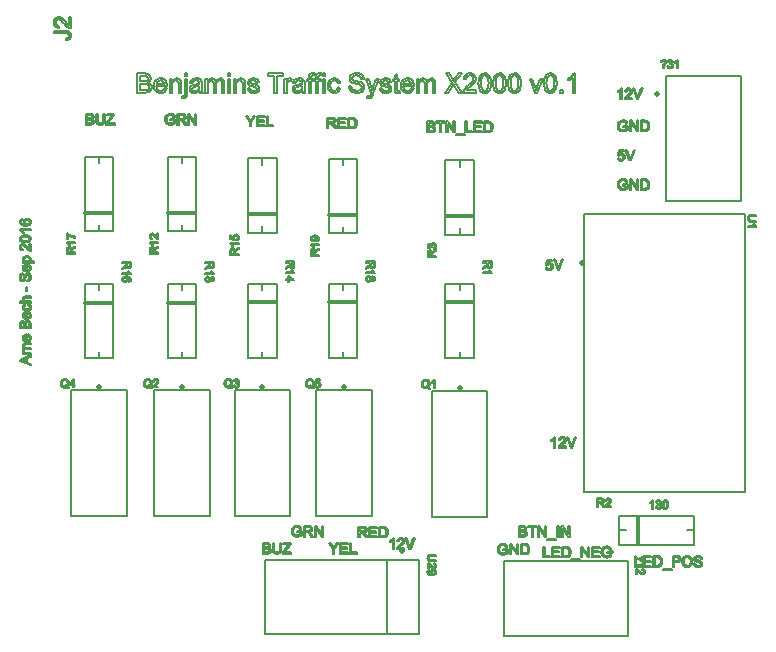
<source format=gto>
%FSLAX33Y33*%
%MOMM*%
%ADD10C,0.15*%
%ADD11C,0.2032*%
%ADD12C,0.5*%
%ADD13C,0.3*%
%ADD14C,0.5*%
D10*
%LNpour fill*%
%LNtop silkscreen_traces*%
%LNtop silkscreen component f6b11292b8daae35*%
G01*
X20277Y11070D02*
X20277Y21730D01*
X24973Y21730*
X24973Y11070*
X20277Y11070*
D11*
X20101Y21990D02*
X20101Y21990D01*
X20073Y22002*
X20073Y22002*
X20043Y22017*
X20043Y22017*
X20012Y22035*
X20012Y22035*
X19980Y22056*
X19980Y22057*
X20005Y22084*
X20027Y22114*
X20046Y22146*
X20061Y22180*
X20072Y22216*
X20081Y22255*
X20086Y22295*
X20088Y22338*
X20085Y22390*
X20077Y22439*
X20064Y22486*
X20046Y22529*
X20023Y22569*
X19995Y22605*
X19962Y22635*
X19925Y22661*
X19884Y22682*
X19840Y22696*
X19795Y22705*
X19746Y22708*
X19698Y22705*
X19653Y22697*
X19610Y22683*
X19569Y22663*
X19532Y22637*
X19499Y22607*
X19471Y22571*
X19447Y22531*
X19428Y22486*
X19415Y22439*
X19407Y22390*
X19404Y22338*
X19407Y22286*
X19415Y22237*
X19428Y22190*
X19447Y22147*
X19470Y22107*
X19498Y22071*
X19531Y22041*
X19568Y22015*
X19609Y21995*
X19652Y21980*
X19697Y21971*
X19744Y21968*
X19791Y21971*
X19836Y21979*
X19879Y21993*
X19920Y22013*
X19920Y22013*
X19959Y21985*
X19997Y21961*
X20036Y21941*
X20074Y21925*
X20101Y21990*
X19772Y22178D02*
X19772Y22178D01*
X19811Y22165*
X19846Y22149*
X19878Y22131*
X19907Y22109*
X19943Y22152*
X19970Y22205*
X19985Y22267*
X19990Y22338*
X19989Y22380*
X19983Y22420*
X19974Y22456*
X19961Y22490*
X19944Y22521*
X19924Y22548*
X19901Y22571*
X19874Y22591*
X19845Y22607*
X19814Y22618*
X19781Y22625*
X19747Y22627*
X19696Y22622*
X19650Y22609*
X19608Y22586*
X19571Y22554*
X19540Y22514*
X19519Y22464*
X19505Y22405*
X19501Y22338*
X19505Y22272*
X19518Y22214*
X19540Y22165*
X19570Y22124*
X19607Y22091*
X19649Y22068*
X19695Y22054*
X19747Y22049*
X19772Y22050*
X19796Y22054*
X19820Y22060*
X19842Y22068*
X19820Y22081*
X19797Y22093*
X19773Y22102*
X19749Y22109*
X19772Y22178*
X20458Y21972D02*
X20458Y21972D01*
X20503Y21984*
X20544Y22004*
X20580Y22033*
X20610Y22067*
X20632Y22105*
X20644Y22146*
X20649Y22191*
X20646Y22225*
X20640Y22255*
X20629Y22282*
X20614Y22307*
X20594Y22328*
X20571Y22345*
X20545Y22358*
X20515Y22367*
X20515Y22368*
X20538Y22380*
X20558Y22394*
X20575Y22411*
X20589Y22429*
X20599Y22448*
X20607Y22469*
X20612Y22490*
X20613Y22513*
X20612Y22537*
X20607Y22560*
X20599Y22583*
X20587Y22605*
X20573Y22625*
X20556Y22644*
X20535Y22659*
X20512Y22673*
X20487Y22684*
X20461Y22692*
X20433Y22697*
X20404Y22698*
X20364Y22695*
X20327Y22686*
X20293Y22671*
X20263Y22650*
X20237Y22623*
X20216Y22591*
X20200Y22555*
X20190Y22514*
X20277Y22498*
X20283Y22528*
X20283Y22528*
X20292Y22554*
X20292Y22554*
X20305Y22576*
X20305Y22576*
X20321Y22595*
X20321Y22595*
X20339Y22609*
X20339Y22609*
X20359Y22619*
X20359Y22619*
X20382Y22625*
X20382Y22625*
X20406Y22627*
X20406Y22627*
X20431Y22625*
X20431Y22625*
X20454Y22619*
X20454Y22619*
X20474Y22609*
X20474Y22609*
X20491Y22595*
X20491Y22595*
X20506Y22578*
X20506Y22578*
X20516Y22559*
X20516Y22559*
X20522Y22538*
X20522Y22538*
X20524Y22515*
X20524Y22515*
X20521Y22486*
X20521Y22486*
X20513Y22461*
X20513Y22461*
X20499Y22441*
X20499Y22441*
X20479Y22424*
X20479Y22424*
X20456Y22411*
X20456Y22411*
X20431Y22402*
X20431Y22402*
X20405Y22396*
X20405Y22396*
X20378Y22395*
X20378Y22395*
X20375Y22395*
X20375Y22395*
X20371Y22395*
X20371Y22395*
X20368Y22395*
X20368Y22395*
X20364Y22395*
X20354Y22320*
X20371Y22324*
X20371Y22324*
X20388Y22327*
X20388Y22327*
X20402Y22329*
X20402Y22329*
X20416Y22329*
X20416Y22329*
X20445Y22327*
X20445Y22327*
X20472Y22319*
X20472Y22319*
X20495Y22307*
X20495Y22307*
X20517Y22290*
X20517Y22290*
X20534Y22269*
X20534Y22269*
X20546Y22245*
X20546Y22245*
X20554Y22219*
X20554Y22218*
X20556Y22189*
X20556Y22189*
X20554Y22159*
X20554Y22159*
X20546Y22131*
X20546Y22131*
X20532Y22106*
X20532Y22105*
X20513Y22083*
X20513Y22083*
X20491Y22064*
X20491Y22064*
X20466Y22050*
X20466Y22050*
X20438Y22042*
X20438Y22042*
X20408Y22040*
X20408Y22040*
X20383Y22042*
X20383Y22042*
X20360Y22048*
X20360Y22048*
X20339Y22058*
X20339Y22058*
X20319Y22073*
X20319Y22073*
X20302Y22092*
X20302Y22092*
X20288Y22116*
X20288Y22116*
X20277Y22146*
X20277Y22146*
X20268Y22180*
X20181Y22169*
X20189Y22126*
X20203Y22088*
X20224Y22054*
X20252Y22024*
X20285Y21999*
X20322Y21982*
X20363Y21971*
X20408Y21968*
X20458Y21972*
D12*
X22625Y21988D03*
%LNtop silkscreen component 687da8b0145f7069*%
D10*
X9975Y35200D02*
X7575Y35200D01*
X7575Y41500*
X9975Y41500*
X9975Y35200*
X8775Y35200D02*
X8775Y35740D01*
X8775Y41500D02*
X8775Y40960D01*
D13*
X9905Y36775D02*
X7645Y36775D01*
D11*
X6462Y33413D02*
X6462Y33413D01*
X6461Y33413*
X6461Y33523*
X6461Y33523*
X6461Y33540*
X6461Y33540*
X6462Y33555*
X6462Y33555*
X6463Y33567*
X6463Y33567*
X6465Y33576*
X6465Y33576*
X6468Y33587*
X6468Y33587*
X6472Y33598*
X6472Y33598*
X6477Y33609*
X6477Y33609*
X6484Y33619*
X6484Y33619*
X6492Y33630*
X6492Y33630*
X6503Y33642*
X6503Y33642*
X6516Y33655*
X6516Y33655*
X6532Y33668*
X6532Y33668*
X6551Y33682*
X6551Y33682*
X6573Y33698*
X6574Y33698*
X6600Y33716*
X6600Y33716*
X6630Y33736*
X6630Y33736*
X6779Y33831*
X6779Y33949*
X6585Y33825*
X6558Y33806*
X6533Y33786*
X6510Y33766*
X6490Y33746*
X6481Y33735*
X6472Y33722*
X6463Y33707*
X6454Y33689*
X6453Y33689*
X6444Y33737*
X6430Y33779*
X6411Y33813*
X6387Y33841*
X6360Y33863*
X6329Y33878*
X6296Y33887*
X6259Y33890*
X6230Y33889*
X6203Y33883*
X6176Y33874*
X6151Y33861*
X6129Y33845*
X6110Y33826*
X6095Y33805*
X6084Y33781*
X6075Y33754*
X6069Y33720*
X6065Y33681*
X6064Y33636*
X6064Y33319*
X6779Y33319*
X6779Y33413*
X6462Y33413*
X6380Y33413D02*
X6380Y33413D01*
X6380Y33617*
X6379Y33648*
X6376Y33675*
X6372Y33698*
X6366Y33719*
X6359Y33736*
X6349Y33751*
X6337Y33764*
X6323Y33774*
X6308Y33783*
X6292Y33788*
X6276Y33792*
X6259Y33793*
X6235Y33791*
X6213Y33784*
X6193Y33772*
X6176Y33756*
X6161Y33735*
X6151Y33709*
X6145Y33677*
X6143Y33640*
X6143Y33413*
X6380Y33413*
X6061Y34334D02*
X6061Y34334D01*
X6061Y34278*
X6084Y34265*
X6085Y34265*
X6108Y34247*
X6108Y34247*
X6132Y34226*
X6132Y34226*
X6157Y34200*
X6157Y34200*
X6181Y34172*
X6181Y34172*
X6203Y34140*
X6203Y34140*
X6223Y34107*
X6223Y34107*
X6241Y34072*
X6325Y34072*
X6317Y34092*
X6306Y34114*
X6294Y34138*
X6280Y34163*
X6265Y34188*
X6249Y34210*
X6234Y34229*
X6219Y34247*
X6219Y34247*
X6779Y34247*
X6779Y34334*
X6061Y34334*
X6727Y34760D02*
X6727Y34760D01*
X6727Y34760*
X6677Y34768*
X6677Y34768*
X6629Y34777*
X6629Y34777*
X6583Y34789*
X6583Y34789*
X6519Y34810*
X6519Y34810*
X6457Y34834*
X6457Y34834*
X6395Y34861*
X6395Y34861*
X6335Y34893*
X6335Y34893*
X6277Y34927*
X6277Y34927*
X6226Y34961*
X6226Y34961*
X6180Y34995*
X6180Y34995*
X6141Y35029*
X6074Y35029*
X6074Y34566*
X6157Y34566*
X6157Y34917*
X6158Y34917*
X6198Y34884*
X6243Y34852*
X6292Y34821*
X6345Y34791*
X6401Y34763*
X6458Y34738*
X6516Y34717*
X6576Y34699*
X6633Y34686*
X6686Y34675*
X6735Y34669*
X6779Y34666*
X6779Y34756*
X6727Y34760*
%LNtop silkscreen component 185414f6375d1064*%
X6421Y51848D02*
X6421Y51848D01*
X6411Y51905*
X6395Y51958*
X6372Y52007*
X6343Y52051*
X6309Y52089*
X6268Y52120*
X6222Y52145*
X6168Y52164*
X6103Y52177*
X6029Y52185*
X5944Y52188*
X4969Y52188*
X4969Y52000*
X5955Y52000*
X5955Y52000*
X6012Y51998*
X6012Y51998*
X6061Y51995*
X6061Y51995*
X6102Y51989*
X6102Y51989*
X6134Y51980*
X6134Y51980*
X6161Y51968*
X6161Y51968*
X6184Y51952*
X6185Y51952*
X6205Y51932*
X6205Y51932*
X6223Y51909*
X6223Y51909*
X6238Y51881*
X6238Y51881*
X6248Y51852*
X6248Y51852*
X6254Y51820*
X6254Y51820*
X6256Y51785*
X6256Y51785*
X6252Y51739*
X6252Y51739*
X6241Y51699*
X6241Y51699*
X6222Y51664*
X6222Y51664*
X6195Y51633*
X6195Y51633*
X6158Y51609*
X6158Y51609*
X6109Y51591*
X6109Y51591*
X6046Y51578*
X6046Y51578*
X5971Y51572*
X5994Y51402*
X6094Y51406*
X6181Y51424*
X6255Y51455*
X6316Y51498*
X6363Y51553*
X6397Y51620*
X6417Y51698*
X6424Y51786*
X6421Y51848*
X6232Y53350D02*
X6232Y53350D01*
X6232Y52648*
X6231Y52648*
X6207Y52664*
X6207Y52664*
X6183Y52681*
X6183Y52681*
X6159Y52701*
X6159Y52701*
X6135Y52722*
X6135Y52722*
X6106Y52752*
X6106Y52752*
X6067Y52796*
X6067Y52796*
X6016Y52854*
X6016Y52854*
X5955Y52926*
X5879Y53014*
X5812Y53088*
X5754Y53149*
X5703Y53197*
X5658Y53234*
X5614Y53266*
X5571Y53293*
X5529Y53313*
X5487Y53328*
X5445Y53339*
X5403Y53346*
X5360Y53348*
X5279Y53341*
X5205Y53318*
X5138Y53281*
X5077Y53228*
X5027Y53163*
X4992Y53087*
X4970Y53000*
X4963Y52902*
X4970Y52806*
X4989Y52719*
X5023Y52643*
X5069Y52578*
X5128Y52524*
X5199Y52482*
X5282Y52454*
X5376Y52438*
X5395Y52618*
X5331Y52623*
X5331Y52623*
X5275Y52638*
X5275Y52638*
X5226Y52662*
X5226Y52662*
X5184Y52695*
X5184Y52695*
X5150Y52736*
X5150Y52736*
X5127Y52784*
X5127Y52784*
X5112Y52838*
X5112Y52838*
X5108Y52899*
X5107Y52899*
X5112Y52956*
X5112Y52956*
X5125Y53007*
X5125Y53008*
X5148Y53053*
X5148Y53053*
X5179Y53094*
X5179Y53094*
X5217Y53126*
X5217Y53126*
X5260Y53150*
X5260Y53150*
X5306Y53164*
X5306Y53164*
X5356Y53169*
X5356Y53169*
X5407Y53163*
X5407Y53163*
X5459Y53148*
X5459Y53148*
X5513Y53122*
X5513Y53122*
X5568Y53086*
X5568Y53086*
X5629Y53036*
X5629Y53036*
X5700Y52967*
X5700Y52967*
X5780Y52878*
X5780Y52878*
X5871Y52771*
X5871Y52771*
X5931Y52700*
X5987Y52638*
X6039Y52585*
X6088Y52541*
X6135Y52504*
X6182Y52472*
X6230Y52446*
X6278Y52425*
X6308Y52416*
X6338Y52409*
X6369Y52405*
X6399Y52405*
X6399Y53350*
X6232Y53350*
%LNtop silkscreen component 8802cf38c753d2b4*%
D10*
X17000Y35200D02*
X14600Y35200D01*
X14600Y41500*
X17000Y41500*
X17000Y35200*
X15800Y35200D02*
X15800Y35740D01*
X15800Y41500D02*
X15800Y40960D01*
D13*
X16930Y36775D02*
X14670Y36775D01*
D11*
X13487Y33413D02*
X13487Y33413D01*
X13486Y33413*
X13486Y33523*
X13486Y33523*
X13486Y33540*
X13486Y33540*
X13487Y33555*
X13487Y33555*
X13488Y33567*
X13488Y33567*
X13490Y33576*
X13490Y33576*
X13493Y33587*
X13493Y33587*
X13497Y33598*
X13497Y33598*
X13502Y33609*
X13502Y33609*
X13509Y33619*
X13509Y33619*
X13517Y33630*
X13517Y33630*
X13528Y33642*
X13528Y33642*
X13541Y33655*
X13541Y33655*
X13557Y33668*
X13557Y33668*
X13576Y33682*
X13576Y33682*
X13598Y33698*
X13599Y33698*
X13625Y33716*
X13625Y33716*
X13655Y33736*
X13655Y33736*
X13804Y33831*
X13804Y33949*
X13610Y33825*
X13583Y33806*
X13558Y33786*
X13535Y33766*
X13515Y33746*
X13506Y33735*
X13497Y33722*
X13488Y33707*
X13479Y33689*
X13478Y33689*
X13469Y33737*
X13455Y33779*
X13436Y33813*
X13412Y33841*
X13385Y33863*
X13354Y33878*
X13321Y33887*
X13284Y33890*
X13255Y33889*
X13228Y33883*
X13201Y33874*
X13176Y33861*
X13154Y33845*
X13135Y33826*
X13120Y33805*
X13109Y33781*
X13100Y33754*
X13094Y33720*
X13090Y33681*
X13089Y33636*
X13089Y33319*
X13804Y33319*
X13804Y33413*
X13487Y33413*
X13405Y33413D02*
X13405Y33413D01*
X13405Y33617*
X13404Y33648*
X13401Y33675*
X13397Y33698*
X13391Y33719*
X13384Y33736*
X13374Y33751*
X13362Y33764*
X13348Y33774*
X13333Y33783*
X13317Y33788*
X13301Y33792*
X13284Y33793*
X13260Y33791*
X13238Y33784*
X13218Y33772*
X13201Y33756*
X13186Y33735*
X13176Y33709*
X13170Y33677*
X13168Y33640*
X13168Y33413*
X13405Y33413*
X13086Y34334D02*
X13086Y34334D01*
X13086Y34278*
X13109Y34265*
X13110Y34265*
X13133Y34247*
X13133Y34247*
X13157Y34226*
X13157Y34226*
X13182Y34200*
X13182Y34200*
X13206Y34172*
X13206Y34172*
X13228Y34140*
X13228Y34140*
X13248Y34107*
X13248Y34107*
X13266Y34072*
X13350Y34072*
X13342Y34092*
X13331Y34114*
X13319Y34138*
X13305Y34163*
X13290Y34188*
X13274Y34210*
X13259Y34229*
X13244Y34247*
X13244Y34247*
X13804Y34247*
X13804Y34334*
X13086Y34334*
X13721Y35021D02*
X13721Y35021D01*
X13721Y34670*
X13720Y34670*
X13708Y34678*
X13708Y34678*
X13696Y34687*
X13696Y34687*
X13684Y34697*
X13684Y34697*
X13672Y34707*
X13672Y34707*
X13658Y34722*
X13658Y34722*
X13638Y34744*
X13638Y34744*
X13613Y34773*
X13613Y34773*
X13582Y34809*
X13544Y34853*
X13511Y34890*
X13481Y34921*
X13456Y34944*
X13433Y34963*
X13411Y34979*
X13390Y34993*
X13369Y35003*
X13348Y35010*
X13327Y35016*
X13306Y35019*
X13285Y35020*
X13244Y35017*
X13207Y35005*
X13174Y34987*
X13143Y34960*
X13118Y34928*
X13101Y34890*
X13090Y34846*
X13086Y34798*
X13090Y34749*
X13100Y34706*
X13116Y34668*
X13139Y34635*
X13169Y34608*
X13204Y34588*
X13245Y34574*
X13292Y34566*
X13302Y34655*
X13270Y34658*
X13270Y34658*
X13242Y34665*
X13242Y34665*
X13217Y34677*
X13217Y34677*
X13196Y34694*
X13196Y34694*
X13180Y34714*
X13180Y34714*
X13168Y34738*
X13168Y34738*
X13160Y34765*
X13160Y34765*
X13158Y34796*
X13158Y34796*
X13160Y34824*
X13160Y34824*
X13167Y34850*
X13167Y34850*
X13178Y34873*
X13178Y34873*
X13194Y34893*
X13194Y34893*
X13213Y34910*
X13213Y34910*
X13234Y34922*
X13234Y34922*
X13257Y34929*
X13257Y34929*
X13283Y34931*
X13283Y34931*
X13308Y34928*
X13308Y34928*
X13334Y34921*
X13334Y34921*
X13361Y34908*
X13361Y34908*
X13389Y34890*
X13389Y34890*
X13419Y34865*
X13419Y34865*
X13455Y34830*
X13455Y34830*
X13495Y34786*
X13495Y34786*
X13540Y34732*
X13540Y34732*
X13570Y34697*
X13598Y34666*
X13624Y34639*
X13649Y34617*
X13672Y34599*
X13696Y34583*
X13720Y34570*
X13744Y34559*
X13759Y34555*
X13774Y34551*
X13789Y34549*
X13804Y34549*
X13804Y35021*
X13721Y35021*
%LNtop silkscreen component ba5debff902abb83*%
D10*
X40525Y34925D02*
X38125Y34925D01*
X38125Y41225*
X40525Y41225*
X40525Y34925*
X39325Y34925D02*
X39325Y35465D01*
X39325Y41225D02*
X39325Y40685D01*
D13*
X40455Y36500D02*
X38195Y36500D01*
D11*
X37012Y33138D02*
X37012Y33138D01*
X37011Y33138*
X37011Y33248*
X37011Y33248*
X37011Y33265*
X37011Y33265*
X37012Y33280*
X37012Y33280*
X37013Y33292*
X37013Y33292*
X37015Y33301*
X37015Y33301*
X37018Y33312*
X37018Y33312*
X37022Y33323*
X37022Y33323*
X37027Y33334*
X37027Y33334*
X37034Y33344*
X37034Y33344*
X37042Y33355*
X37042Y33355*
X37053Y33367*
X37053Y33367*
X37066Y33380*
X37066Y33380*
X37082Y33393*
X37082Y33393*
X37101Y33407*
X37101Y33407*
X37123Y33423*
X37124Y33423*
X37150Y33441*
X37150Y33441*
X37180Y33461*
X37180Y33461*
X37329Y33556*
X37329Y33674*
X37135Y33550*
X37108Y33531*
X37083Y33511*
X37060Y33491*
X37040Y33471*
X37031Y33460*
X37022Y33447*
X37013Y33432*
X37004Y33414*
X37003Y33414*
X36994Y33462*
X36980Y33504*
X36961Y33538*
X36937Y33566*
X36910Y33588*
X36879Y33603*
X36846Y33612*
X36809Y33615*
X36780Y33614*
X36753Y33608*
X36726Y33599*
X36701Y33586*
X36679Y33570*
X36660Y33551*
X36645Y33530*
X36634Y33506*
X36625Y33479*
X36619Y33445*
X36615Y33406*
X36614Y33361*
X36614Y33044*
X37329Y33044*
X37329Y33138*
X37012Y33138*
X36930Y33138D02*
X36930Y33138D01*
X36930Y33342*
X36929Y33373*
X36926Y33400*
X36922Y33423*
X36916Y33444*
X36909Y33461*
X36899Y33476*
X36887Y33489*
X36873Y33499*
X36858Y33508*
X36842Y33513*
X36826Y33517*
X36809Y33518*
X36785Y33516*
X36763Y33509*
X36743Y33497*
X36726Y33481*
X36711Y33460*
X36701Y33434*
X36695Y33402*
X36693Y33365*
X36693Y33138*
X36930Y33138*
X37338Y34007D02*
X37338Y34007D01*
X37326Y34052*
X37305Y34093*
X37277Y34129*
X37242Y34159*
X37205Y34180*
X37163Y34193*
X37118Y34197*
X37085Y34195*
X37055Y34189*
X37027Y34178*
X37003Y34162*
X36982Y34143*
X36965Y34120*
X36952Y34094*
X36942Y34064*
X36942Y34064*
X36929Y34087*
X36915Y34107*
X36899Y34124*
X36881Y34137*
X36862Y34148*
X36841Y34156*
X36819Y34161*
X36797Y34162*
X36773Y34161*
X36750Y34156*
X36727Y34148*
X36705Y34136*
X36684Y34122*
X36666Y34104*
X36650Y34084*
X36636Y34061*
X36625Y34036*
X36618Y34009*
X36613Y33982*
X36611Y33953*
X36614Y33913*
X36623Y33875*
X36639Y33842*
X36660Y33812*
X36687Y33786*
X36718Y33765*
X36755Y33749*
X36796Y33739*
X36811Y33825*
X36782Y33832*
X36782Y33832*
X36755Y33841*
X36755Y33841*
X36733Y33854*
X36733Y33854*
X36715Y33869*
X36715Y33869*
X36701Y33888*
X36701Y33888*
X36691Y33908*
X36691Y33908*
X36685Y33931*
X36685Y33931*
X36683Y33955*
X36683Y33955*
X36685Y33980*
X36685Y33980*
X36691Y34002*
X36691Y34002*
X36701Y34022*
X36701Y34022*
X36714Y34040*
X36715Y34040*
X36731Y34054*
X36731Y34054*
X36751Y34065*
X36751Y34065*
X36772Y34071*
X36772Y34071*
X36795Y34073*
X36795Y34073*
X36824Y34070*
X36824Y34070*
X36848Y34062*
X36848Y34062*
X36869Y34048*
X36869Y34048*
X36886Y34028*
X36886Y34028*
X36899Y34005*
X36899Y34005*
X36908Y33980*
X36908Y33980*
X36913Y33954*
X36913Y33954*
X36915Y33926*
X36915Y33926*
X36915Y33924*
X36915Y33924*
X36915Y33920*
X36915Y33920*
X36915Y33916*
X36915Y33916*
X36914Y33913*
X36990Y33903*
X36986Y33920*
X36986Y33920*
X36983Y33936*
X36983Y33936*
X36981Y33951*
X36981Y33951*
X36980Y33965*
X36980Y33965*
X36983Y33994*
X36983Y33994*
X36990Y34020*
X36990Y34020*
X37003Y34044*
X37003Y34044*
X37020Y34065*
X37020Y34065*
X37041Y34083*
X37041Y34083*
X37065Y34095*
X37065Y34095*
X37091Y34103*
X37091Y34103*
X37120Y34105*
X37120Y34105*
X37151Y34102*
X37151Y34102*
X37179Y34094*
X37179Y34094*
X37204Y34081*
X37204Y34081*
X37227Y34062*
X37227Y34062*
X37246Y34040*
X37246Y34040*
X37259Y34015*
X37259Y34015*
X37267Y33987*
X37267Y33987*
X37270Y33957*
X37270Y33957*
X37268Y33932*
X37268Y33932*
X37262Y33909*
X37262Y33909*
X37251Y33888*
X37251Y33887*
X37237Y33868*
X37237Y33868*
X37218Y33851*
X37218Y33851*
X37193Y33837*
X37193Y33837*
X37164Y33825*
X37164Y33825*
X37129Y33817*
X37141Y33730*
X37183Y33737*
X37221Y33752*
X37256Y33773*
X37286Y33801*
X37310Y33834*
X37328Y33871*
X37338Y33912*
X37342Y33957*
X37338Y34007*
%LNtop silkscreen component 55fdcf3c5e6549ef*%
D10*
X23825Y35100D02*
X21425Y35100D01*
X21425Y41400*
X23825Y41400*
X23825Y35100*
X22625Y35100D02*
X22625Y35640D01*
X22625Y41400D02*
X22625Y40860D01*
D13*
X23755Y36675D02*
X21495Y36675D01*
D11*
X20312Y33313D02*
X20312Y33313D01*
X20311Y33313*
X20311Y33423*
X20311Y33423*
X20311Y33440*
X20311Y33440*
X20312Y33455*
X20312Y33455*
X20313Y33467*
X20313Y33467*
X20315Y33476*
X20315Y33476*
X20318Y33487*
X20318Y33487*
X20322Y33498*
X20322Y33498*
X20327Y33509*
X20327Y33509*
X20334Y33519*
X20334Y33519*
X20342Y33530*
X20342Y33530*
X20353Y33542*
X20353Y33542*
X20366Y33555*
X20366Y33555*
X20382Y33568*
X20382Y33568*
X20401Y33582*
X20401Y33582*
X20423Y33598*
X20424Y33598*
X20450Y33616*
X20450Y33616*
X20480Y33636*
X20480Y33636*
X20629Y33731*
X20629Y33849*
X20435Y33725*
X20408Y33706*
X20383Y33686*
X20360Y33666*
X20340Y33646*
X20331Y33635*
X20322Y33622*
X20313Y33607*
X20304Y33589*
X20303Y33589*
X20294Y33637*
X20280Y33679*
X20261Y33713*
X20237Y33741*
X20210Y33763*
X20179Y33778*
X20146Y33787*
X20109Y33790*
X20080Y33789*
X20053Y33783*
X20026Y33774*
X20001Y33761*
X19979Y33745*
X19960Y33726*
X19945Y33705*
X19934Y33681*
X19925Y33654*
X19919Y33620*
X19915Y33581*
X19914Y33536*
X19914Y33219*
X20629Y33219*
X20629Y33313*
X20312Y33313*
X20230Y33313D02*
X20230Y33313D01*
X20230Y33517*
X20229Y33548*
X20226Y33575*
X20222Y33598*
X20216Y33619*
X20209Y33636*
X20199Y33651*
X20187Y33664*
X20173Y33674*
X20158Y33683*
X20142Y33688*
X20126Y33692*
X20109Y33693*
X20085Y33691*
X20063Y33684*
X20043Y33672*
X20026Y33656*
X20011Y33635*
X20001Y33609*
X19995Y33577*
X19993Y33540*
X19993Y33313*
X20230Y33313*
X19911Y34234D02*
X19911Y34234D01*
X19911Y34178*
X19934Y34165*
X19935Y34165*
X19958Y34147*
X19958Y34147*
X19982Y34126*
X19982Y34126*
X20007Y34100*
X20007Y34100*
X20031Y34072*
X20031Y34072*
X20053Y34040*
X20053Y34040*
X20073Y34007*
X20073Y34007*
X20091Y33972*
X20175Y33972*
X20167Y33992*
X20156Y34014*
X20144Y34038*
X20130Y34063*
X20115Y34088*
X20099Y34110*
X20084Y34129*
X20069Y34147*
X20069Y34147*
X20629Y34147*
X20629Y34234*
X19911Y34234*
X20636Y34746D02*
X20636Y34746D01*
X20620Y34796*
X20593Y34840*
X20555Y34877*
X20518Y34902*
X20477Y34920*
X20434Y34930*
X20387Y34934*
X20338Y34930*
X20294Y34918*
X20255Y34898*
X20220Y34870*
X20192Y34836*
X20172Y34798*
X20160Y34757*
X20156Y34712*
X20158Y34677*
X20167Y34643*
X20181Y34609*
X20201Y34577*
X20200Y34576*
X20007Y34615*
X20007Y34615*
X20007Y34900*
X19924Y34900*
X19924Y34545*
X20291Y34476*
X20301Y34558*
X20287Y34568*
X20287Y34568*
X20274Y34581*
X20274Y34581*
X20262Y34595*
X20262Y34595*
X20251Y34611*
X20251Y34611*
X20243Y34629*
X20243Y34629*
X20237Y34648*
X20237Y34648*
X20233Y34668*
X20233Y34668*
X20232Y34688*
X20232Y34688*
X20235Y34721*
X20235Y34721*
X20243Y34750*
X20243Y34750*
X20257Y34776*
X20257Y34777*
X20276Y34799*
X20276Y34799*
X20300Y34818*
X20300Y34818*
X20327Y34831*
X20327Y34831*
X20359Y34839*
X20359Y34839*
X20395Y34842*
X20395Y34842*
X20432Y34839*
X20432Y34839*
X20466Y34831*
X20466Y34831*
X20496Y34817*
X20496Y34817*
X20522Y34798*
X20522Y34798*
X20543Y34774*
X20543Y34774*
X20558Y34749*
X20558Y34749*
X20567Y34720*
X20567Y34720*
X20570Y34690*
X20570Y34690*
X20568Y34664*
X20568Y34664*
X20562Y34641*
X20562Y34641*
X20551Y34619*
X20551Y34619*
X20536Y34599*
X20536Y34599*
X20517Y34582*
X20517Y34582*
X20494Y34569*
X20494Y34569*
X20466Y34558*
X20466Y34558*
X20435Y34552*
X20443Y34460*
X20485Y34468*
X20523Y34482*
X20557Y34503*
X20587Y34531*
X20611Y34564*
X20628Y34601*
X20638Y34643*
X20641Y34690*
X20636Y34746*
%LNtop silkscreen component 110889d4a757a866*%
D10*
X38125Y30775D02*
X40525Y30775D01*
X40525Y24475*
X38125Y24475*
X38125Y30775*
X39325Y30775D02*
X39325Y30235D01*
X39325Y24475D02*
X39325Y25015D01*
D13*
X38195Y29200D02*
X40455Y29200D01*
D11*
X41638Y32562D02*
X41638Y32562D01*
X41639Y32562*
X41639Y32452*
X41639Y32452*
X41639Y32435*
X41639Y32435*
X41638Y32420*
X41638Y32420*
X41637Y32408*
X41637Y32408*
X41635Y32399*
X41635Y32399*
X41632Y32388*
X41632Y32388*
X41628Y32377*
X41628Y32377*
X41623Y32366*
X41623Y32366*
X41616Y32356*
X41616Y32356*
X41608Y32345*
X41608Y32345*
X41597Y32333*
X41597Y32333*
X41584Y32320*
X41584Y32320*
X41568Y32307*
X41568Y32307*
X41549Y32293*
X41549Y32293*
X41527Y32277*
X41526Y32277*
X41500Y32259*
X41500Y32259*
X41470Y32239*
X41470Y32239*
X41321Y32144*
X41321Y32026*
X41515Y32150*
X41542Y32169*
X41567Y32189*
X41590Y32209*
X41610Y32229*
X41619Y32240*
X41628Y32253*
X41637Y32268*
X41646Y32286*
X41647Y32286*
X41656Y32238*
X41670Y32196*
X41689Y32162*
X41713Y32134*
X41740Y32112*
X41771Y32097*
X41804Y32088*
X41841Y32085*
X41870Y32086*
X41897Y32092*
X41924Y32101*
X41949Y32114*
X41971Y32130*
X41990Y32149*
X42005Y32170*
X42016Y32194*
X42025Y32221*
X42031Y32255*
X42035Y32294*
X42036Y32339*
X42036Y32656*
X41321Y32656*
X41321Y32562*
X41638Y32562*
X41720Y32562D02*
X41720Y32562D01*
X41720Y32358*
X41721Y32327*
X41724Y32300*
X41728Y32277*
X41734Y32256*
X41741Y32239*
X41751Y32224*
X41763Y32211*
X41777Y32201*
X41792Y32192*
X41808Y32187*
X41824Y32183*
X41841Y32182*
X41865Y32184*
X41887Y32191*
X41907Y32203*
X41924Y32219*
X41939Y32240*
X41949Y32266*
X41955Y32298*
X41957Y32335*
X41957Y32562*
X41720Y32562*
X42039Y31641D02*
X42039Y31641D01*
X42039Y31697*
X42016Y31710*
X42015Y31710*
X41992Y31728*
X41992Y31728*
X41968Y31749*
X41968Y31749*
X41943Y31775*
X41943Y31775*
X41919Y31803*
X41919Y31803*
X41897Y31835*
X41897Y31835*
X41877Y31868*
X41877Y31868*
X41859Y31903*
X41775Y31903*
X41783Y31883*
X41794Y31861*
X41806Y31837*
X41820Y31812*
X41835Y31787*
X41851Y31765*
X41866Y31746*
X41881Y31728*
X41881Y31728*
X41321Y31728*
X41321Y31641*
X42039Y31641*
%LNtop silkscreen component ff2fcf3b1a510dc9*%
D10*
X28225Y30775D02*
X30625Y30775D01*
X30625Y24475*
X28225Y24475*
X28225Y30775*
X29425Y30775D02*
X29425Y30235D01*
X29425Y24475D02*
X29425Y25015D01*
D13*
X28295Y29200D02*
X30555Y29200D01*
D11*
X31738Y32562D02*
X31738Y32562D01*
X31739Y32562*
X31739Y32452*
X31739Y32452*
X31739Y32435*
X31739Y32435*
X31738Y32420*
X31738Y32420*
X31737Y32408*
X31737Y32408*
X31735Y32399*
X31735Y32399*
X31732Y32388*
X31732Y32388*
X31728Y32377*
X31728Y32377*
X31723Y32366*
X31723Y32366*
X31716Y32356*
X31716Y32356*
X31708Y32345*
X31708Y32345*
X31697Y32333*
X31697Y32333*
X31684Y32320*
X31684Y32320*
X31668Y32307*
X31668Y32307*
X31649Y32293*
X31649Y32293*
X31627Y32277*
X31626Y32277*
X31600Y32259*
X31600Y32259*
X31570Y32239*
X31570Y32239*
X31421Y32144*
X31421Y32026*
X31615Y32150*
X31642Y32169*
X31667Y32189*
X31690Y32209*
X31710Y32229*
X31719Y32240*
X31728Y32253*
X31737Y32268*
X31746Y32286*
X31747Y32286*
X31756Y32238*
X31770Y32196*
X31789Y32162*
X31813Y32134*
X31840Y32112*
X31871Y32097*
X31904Y32088*
X31941Y32085*
X31970Y32086*
X31997Y32092*
X32024Y32101*
X32049Y32114*
X32071Y32130*
X32090Y32149*
X32105Y32170*
X32116Y32194*
X32125Y32221*
X32131Y32255*
X32135Y32294*
X32136Y32339*
X32136Y32656*
X31421Y32656*
X31421Y32562*
X31738Y32562*
X31820Y32562D02*
X31820Y32562D01*
X31820Y32358*
X31821Y32327*
X31824Y32300*
X31828Y32277*
X31834Y32256*
X31841Y32239*
X31851Y32224*
X31863Y32211*
X31877Y32201*
X31892Y32192*
X31908Y32187*
X31924Y32183*
X31941Y32182*
X31965Y32184*
X31987Y32191*
X32007Y32203*
X32024Y32219*
X32039Y32240*
X32049Y32266*
X32055Y32298*
X32057Y32335*
X32057Y32562*
X31820Y32562*
X32139Y31641D02*
X32139Y31641D01*
X32139Y31697*
X32116Y31710*
X32115Y31710*
X32092Y31728*
X32092Y31728*
X32068Y31749*
X32068Y31749*
X32043Y31775*
X32043Y31775*
X32019Y31803*
X32019Y31803*
X31997Y31835*
X31997Y31835*
X31977Y31868*
X31977Y31868*
X31959Y31903*
X31875Y31903*
X31883Y31883*
X31894Y31861*
X31906Y31837*
X31920Y31812*
X31935Y31787*
X31951Y31765*
X31966Y31746*
X31981Y31728*
X31981Y31728*
X31421Y31728*
X31421Y31641*
X32139Y31641*
X31413Y31130D02*
X31413Y31130D01*
X31424Y31085*
X31444Y31045*
X31471Y31010*
X31504Y30981*
X31541Y30961*
X31581Y30949*
X31625Y30945*
X31657Y30947*
X31687Y30954*
X31714Y30964*
X31739Y30979*
X31761Y30998*
X31780Y31021*
X31796Y31048*
X31808Y31080*
X31809Y31080*
X31820Y31055*
X31833Y31033*
X31848Y31015*
X31866Y31000*
X31885Y30989*
X31906Y30981*
X31928Y30976*
X31952Y30974*
X31990Y30978*
X32024Y30989*
X32056Y31006*
X32084Y31031*
X32108Y31062*
X32125Y31097*
X32135Y31137*
X32139Y31182*
X32135Y31226*
X32125Y31266*
X32109Y31301*
X32086Y31331*
X32057Y31355*
X32026Y31373*
X31992Y31383*
X31955Y31387*
X31930Y31385*
X31907Y31380*
X31885Y31372*
X31866Y31361*
X31849Y31346*
X31833Y31327*
X31820Y31305*
X31809Y31279*
X31808Y31279*
X31798Y31311*
X31784Y31338*
X31766Y31361*
X31744Y31380*
X31719Y31396*
X31691Y31407*
X31661Y31413*
X31627Y31416*
X31583Y31412*
X31542Y31399*
X31505Y31379*
X31471Y31351*
X31444Y31316*
X31424Y31276*
X31413Y31231*
X31409Y31180*
X31413Y31130*
X31958Y31297D02*
X31958Y31297D01*
X31933Y31295*
X31911Y31289*
X31892Y31279*
X31875Y31265*
X31860Y31247*
X31850Y31227*
X31844Y31205*
X31842Y31180*
X31844Y31156*
X31850Y31134*
X31860Y31114*
X31874Y31097*
X31891Y31082*
X31910Y31072*
X31930Y31066*
X31953Y31064*
X31976Y31066*
X31997Y31072*
X32016Y31083*
X32034Y31098*
X32048Y31115*
X32059Y31135*
X32065Y31157*
X32067Y31181*
X32065Y31205*
X32059Y31227*
X32049Y31247*
X32035Y31264*
X32018Y31279*
X31999Y31289*
X31979Y31295*
X31958Y31297*
X31627Y31326D02*
X31627Y31326D01*
X31608Y31325*
X31590Y31321*
X31572Y31316*
X31554Y31308*
X31538Y31298*
X31523Y31286*
X31510Y31271*
X31500Y31255*
X31491Y31237*
X31485Y31219*
X31482Y31199*
X31480Y31179*
X31483Y31149*
X31491Y31122*
X31503Y31097*
X31521Y31075*
X31543Y31057*
X31567Y31045*
X31594Y31037*
X31624Y31034*
X31654Y31037*
X31682Y31045*
X31707Y31058*
X31729Y31077*
X31747Y31099*
X31760Y31124*
X31768Y31152*
X31770Y31182*
X31768Y31212*
X31760Y31239*
X31747Y31263*
X31729Y31285*
X31708Y31303*
X31683Y31316*
X31656Y31323*
X31627Y31326*
%LNtop silkscreen component 0a6b8b40ce2b8e93*%
D10*
X21425Y30775D02*
X23825Y30775D01*
X23825Y24475*
X21425Y24475*
X21425Y30775*
X22625Y30775D02*
X22625Y30235D01*
X22625Y24475D02*
X22625Y25015D01*
D13*
X21495Y29200D02*
X23755Y29200D01*
D11*
X24938Y32562D02*
X24938Y32562D01*
X24939Y32562*
X24939Y32452*
X24939Y32452*
X24939Y32435*
X24939Y32435*
X24938Y32420*
X24938Y32420*
X24937Y32408*
X24937Y32408*
X24935Y32399*
X24935Y32399*
X24932Y32388*
X24932Y32388*
X24928Y32377*
X24928Y32377*
X24923Y32366*
X24923Y32366*
X24916Y32356*
X24916Y32356*
X24908Y32345*
X24908Y32345*
X24897Y32333*
X24897Y32333*
X24884Y32320*
X24884Y32320*
X24868Y32307*
X24868Y32307*
X24849Y32293*
X24849Y32293*
X24827Y32277*
X24826Y32277*
X24800Y32259*
X24800Y32259*
X24770Y32239*
X24770Y32239*
X24621Y32144*
X24621Y32026*
X24815Y32150*
X24842Y32169*
X24867Y32189*
X24890Y32209*
X24910Y32229*
X24919Y32240*
X24928Y32253*
X24937Y32268*
X24946Y32286*
X24947Y32286*
X24956Y32238*
X24970Y32196*
X24989Y32162*
X25013Y32134*
X25040Y32112*
X25071Y32097*
X25104Y32088*
X25141Y32085*
X25170Y32086*
X25197Y32092*
X25224Y32101*
X25249Y32114*
X25271Y32130*
X25290Y32149*
X25305Y32170*
X25316Y32194*
X25325Y32221*
X25331Y32255*
X25335Y32294*
X25336Y32339*
X25336Y32656*
X24621Y32656*
X24621Y32562*
X24938Y32562*
X25020Y32562D02*
X25020Y32562D01*
X25020Y32358*
X25021Y32327*
X25024Y32300*
X25028Y32277*
X25034Y32256*
X25041Y32239*
X25051Y32224*
X25063Y32211*
X25077Y32201*
X25092Y32192*
X25108Y32187*
X25124Y32183*
X25141Y32182*
X25165Y32184*
X25187Y32191*
X25207Y32203*
X25224Y32219*
X25239Y32240*
X25249Y32266*
X25255Y32298*
X25257Y32335*
X25257Y32562*
X25020Y32562*
X25339Y31641D02*
X25339Y31641D01*
X25339Y31697*
X25316Y31710*
X25315Y31710*
X25292Y31728*
X25292Y31728*
X25268Y31749*
X25268Y31749*
X25243Y31775*
X25243Y31775*
X25219Y31803*
X25219Y31803*
X25197Y31835*
X25197Y31835*
X25177Y31868*
X25177Y31868*
X25159Y31903*
X25075Y31903*
X25083Y31883*
X25094Y31861*
X25106Y31837*
X25120Y31812*
X25135Y31787*
X25151Y31765*
X25166Y31746*
X25181Y31728*
X25181Y31728*
X24621Y31728*
X24621Y31641*
X25339Y31641*
X24792Y31046D02*
X24792Y31046D01*
X24792Y31046*
X24792Y30949*
X24872Y30949*
X24872Y31046*
X24872Y31046*
X25336Y31046*
X25336Y31117*
X24872Y31443*
X24792Y31443*
X24792Y31133*
X24792Y31133*
X24621Y31133*
X24621Y31046*
X24792Y31046*
X25193Y31134D02*
X25193Y31134D01*
X24873Y31357*
X24873Y31134*
X25193Y31134*
%LNtop silkscreen component 04810c5c597c12be*%
D10*
X43055Y7275D02*
X53595Y7275D01*
X53595Y0975*
X43055Y0975*
X43055Y7275*
D11*
X54496Y7460D02*
X54496Y7460D01*
X54496Y7460*
X54517Y7458*
X54517Y7458*
X54534Y7456*
X54534Y7456*
X54548Y7453*
X54548Y7453*
X54559Y7450*
X54559Y7450*
X54570Y7445*
X54570Y7445*
X54580Y7440*
X54580Y7440*
X54589Y7434*
X54589Y7434*
X54600Y7425*
X54600Y7425*
X54612Y7413*
X54612Y7413*
X54628Y7397*
X54628Y7397*
X54645Y7377*
X54673Y7348*
X54698Y7324*
X54721Y7305*
X54742Y7292*
X54762Y7282*
X54783Y7275*
X54805Y7271*
X54828Y7270*
X54867Y7274*
X54903Y7285*
X54936Y7305*
X54966Y7332*
X54990Y7366*
X55008Y7405*
X55019Y7449*
X55023Y7499*
X55019Y7546*
X55009Y7588*
X54993Y7626*
X54969Y7658*
X54940Y7685*
X54905Y7706*
X54863Y7721*
X54817Y7730*
X54806Y7641*
X54841Y7634*
X54841Y7634*
X54871Y7623*
X54871Y7623*
X54896Y7609*
X54896Y7609*
X54916Y7592*
X54916Y7592*
X54931Y7572*
X54931Y7572*
X54942Y7549*
X54942Y7549*
X54949Y7525*
X54949Y7525*
X54951Y7498*
X54951Y7498*
X54949Y7470*
X54949Y7470*
X54942Y7444*
X54942Y7444*
X54929Y7420*
X54929Y7420*
X54912Y7399*
X54912Y7399*
X54892Y7382*
X54892Y7382*
X54870Y7369*
X54870Y7369*
X54847Y7361*
X54847Y7361*
X54822Y7359*
X54822Y7359*
X54808Y7360*
X54808Y7360*
X54795Y7362*
X54794Y7362*
X54782Y7367*
X54782Y7367*
X54769Y7373*
X54769Y7373*
X54756Y7382*
X54756Y7382*
X54741Y7394*
X54741Y7394*
X54724Y7411*
X54724Y7411*
X54705Y7432*
X54705Y7432*
X54686Y7453*
X54670Y7471*
X54655Y7485*
X54644Y7495*
X54629Y7506*
X54615Y7516*
X54601Y7524*
X54587Y7530*
X54567Y7536*
X54546Y7541*
X54523Y7544*
X54498Y7545*
X54493Y7544*
X54487Y7544*
X54480Y7544*
X54472Y7544*
X54472Y7461*
X54496Y7460*
X54395Y7450D02*
X54395Y7450D01*
X54395Y7549*
X54296Y7549*
X54296Y7450*
X54395Y7450*
X55013Y6847D02*
X55013Y6847D01*
X55013Y6903*
X54990Y6916*
X54990Y6916*
X54966Y6934*
X54966Y6934*
X54942Y6955*
X54942Y6955*
X54918Y6981*
X54918Y6981*
X54894Y7009*
X54894Y7009*
X54872Y7041*
X54872Y7041*
X54852Y7074*
X54852Y7074*
X54834Y7109*
X54750Y7109*
X54758Y7089*
X54768Y7067*
X54781Y7043*
X54795Y7018*
X54810Y6993*
X54825Y6971*
X54840Y6952*
X54856Y6934*
X54855Y6934*
X54296Y6934*
X54296Y6847*
X55013Y6847*
X54379Y6160D02*
X54379Y6160D01*
X54379Y6511*
X54379Y6511*
X54392Y6503*
X54392Y6503*
X54404Y6494*
X54404Y6494*
X54416Y6484*
X54416Y6484*
X54427Y6474*
X54427Y6474*
X54442Y6459*
X54442Y6459*
X54462Y6437*
X54462Y6437*
X54487Y6408*
X54487Y6408*
X54518Y6372*
X54555Y6328*
X54589Y6291*
X54618Y6260*
X54643Y6237*
X54666Y6218*
X54688Y6202*
X54710Y6189*
X54731Y6178*
X54752Y6171*
X54773Y6165*
X54794Y6162*
X54815Y6161*
X54855Y6164*
X54892Y6176*
X54926Y6194*
X54956Y6221*
X54981Y6253*
X54999Y6291*
X55010Y6335*
X55013Y6383*
X55010Y6432*
X55000Y6475*
X54984Y6513*
X54960Y6546*
X54931Y6573*
X54896Y6593*
X54854Y6607*
X54807Y6615*
X54798Y6526*
X54829Y6523*
X54829Y6523*
X54858Y6516*
X54858Y6516*
X54882Y6504*
X54882Y6504*
X54903Y6487*
X54903Y6487*
X54920Y6467*
X54920Y6467*
X54932Y6443*
X54932Y6443*
X54939Y6416*
X54939Y6416*
X54942Y6385*
X54942Y6385*
X54939Y6357*
X54939Y6357*
X54933Y6331*
X54932Y6331*
X54921Y6308*
X54921Y6308*
X54905Y6288*
X54905Y6288*
X54886Y6271*
X54886Y6271*
X54865Y6259*
X54865Y6259*
X54842Y6252*
X54842Y6252*
X54817Y6250*
X54817Y6250*
X54792Y6253*
X54792Y6253*
X54765Y6260*
X54765Y6260*
X54739Y6273*
X54739Y6273*
X54711Y6291*
X54711Y6291*
X54680Y6316*
X54680Y6316*
X54645Y6351*
X54645Y6351*
X54605Y6395*
X54605Y6395*
X54559Y6449*
X54559Y6449*
X54529Y6484*
X54501Y6515*
X54475Y6542*
X54451Y6564*
X54427Y6582*
X54404Y6598*
X54380Y6611*
X54356Y6622*
X54341Y6627*
X54326Y6630*
X54311Y6632*
X54296Y6632*
X54296Y6160*
X54379Y6160*
D14*
X52135Y8025D03*
%LNtop silkscreen component 6c258254c5770ca7*%
D10*
X36977Y11020D02*
X36977Y21680D01*
X41672Y21680*
X41672Y11020*
X36977Y11020*
D11*
X36801Y21940D02*
X36801Y21940D01*
X36773Y21952*
X36773Y21952*
X36743Y21967*
X36743Y21967*
X36712Y21985*
X36712Y21985*
X36680Y22006*
X36680Y22007*
X36705Y22034*
X36727Y22064*
X36746Y22096*
X36761Y22130*
X36772Y22166*
X36781Y22205*
X36786Y22245*
X36788Y22288*
X36785Y22340*
X36777Y22389*
X36764Y22436*
X36746Y22479*
X36723Y22519*
X36695Y22555*
X36662Y22585*
X36625Y22611*
X36584Y22632*
X36540Y22646*
X36495Y22655*
X36446Y22658*
X36398Y22655*
X36353Y22647*
X36310Y22633*
X36269Y22613*
X36232Y22587*
X36199Y22557*
X36171Y22521*
X36147Y22481*
X36128Y22436*
X36115Y22389*
X36107Y22340*
X36104Y22288*
X36107Y22236*
X36115Y22187*
X36128Y22140*
X36147Y22097*
X36170Y22057*
X36198Y22021*
X36231Y21991*
X36268Y21965*
X36309Y21945*
X36352Y21930*
X36397Y21921*
X36444Y21918*
X36491Y21921*
X36536Y21929*
X36579Y21943*
X36620Y21963*
X36620Y21963*
X36659Y21935*
X36697Y21911*
X36736Y21891*
X36774Y21875*
X36801Y21940*
X36472Y22128D02*
X36472Y22128D01*
X36511Y22115*
X36546Y22099*
X36578Y22081*
X36607Y22059*
X36643Y22102*
X36670Y22155*
X36685Y22217*
X36690Y22288*
X36689Y22330*
X36683Y22370*
X36674Y22406*
X36661Y22440*
X36644Y22471*
X36624Y22498*
X36601Y22521*
X36574Y22541*
X36545Y22557*
X36514Y22568*
X36481Y22575*
X36447Y22577*
X36396Y22572*
X36350Y22559*
X36308Y22536*
X36271Y22504*
X36240Y22464*
X36219Y22414*
X36205Y22355*
X36201Y22288*
X36205Y22222*
X36218Y22164*
X36240Y22115*
X36270Y22074*
X36307Y22041*
X36349Y22018*
X36395Y22004*
X36447Y21999*
X36472Y22000*
X36496Y22004*
X36520Y22010*
X36542Y22018*
X36520Y22031*
X36497Y22043*
X36473Y22052*
X36449Y22059*
X36472Y22128*
X37210Y22648D02*
X37210Y22648D01*
X37155Y22648*
X37141Y22625*
X37141Y22625*
X37124Y22601*
X37124Y22601*
X37102Y22577*
X37102Y22577*
X37076Y22553*
X37076Y22553*
X37048Y22529*
X37048Y22529*
X37017Y22507*
X37017Y22507*
X36983Y22487*
X36983Y22487*
X36948Y22469*
X36948Y22385*
X36968Y22393*
X36991Y22403*
X37014Y22416*
X37040Y22430*
X37064Y22445*
X37086Y22460*
X37106Y22475*
X37123Y22491*
X37124Y22490*
X37124Y21931*
X37210Y21931*
X37210Y22648*
D12*
X39325Y21938D03*
%LNtop silkscreen component 8c437a439b2244d4*%
D10*
X14600Y30750D02*
X17000Y30750D01*
X17000Y24450*
X14600Y24450*
X14600Y30750*
X15800Y30750D02*
X15800Y30210D01*
X15800Y24450D02*
X15800Y24990D01*
D13*
X14670Y29175D02*
X16930Y29175D01*
D11*
X18113Y32537D02*
X18113Y32537D01*
X18114Y32537*
X18114Y32427*
X18114Y32427*
X18114Y32410*
X18114Y32410*
X18113Y32395*
X18113Y32395*
X18112Y32383*
X18112Y32383*
X18110Y32374*
X18110Y32374*
X18107Y32363*
X18107Y32363*
X18103Y32352*
X18103Y32352*
X18098Y32341*
X18098Y32341*
X18091Y32331*
X18091Y32331*
X18083Y32320*
X18083Y32320*
X18072Y32308*
X18072Y32308*
X18059Y32295*
X18059Y32295*
X18043Y32282*
X18043Y32282*
X18024Y32268*
X18024Y32268*
X18002Y32252*
X18001Y32252*
X17975Y32234*
X17975Y32234*
X17945Y32214*
X17945Y32214*
X17796Y32119*
X17796Y32001*
X17990Y32125*
X18017Y32144*
X18042Y32164*
X18065Y32184*
X18085Y32204*
X18094Y32215*
X18103Y32228*
X18112Y32243*
X18121Y32261*
X18122Y32261*
X18131Y32213*
X18145Y32171*
X18164Y32137*
X18188Y32109*
X18215Y32087*
X18246Y32072*
X18279Y32063*
X18316Y32060*
X18345Y32061*
X18372Y32067*
X18399Y32076*
X18424Y32089*
X18446Y32105*
X18465Y32124*
X18480Y32145*
X18491Y32169*
X18500Y32196*
X18506Y32230*
X18510Y32269*
X18511Y32314*
X18511Y32631*
X17796Y32631*
X17796Y32537*
X18113Y32537*
X18195Y32537D02*
X18195Y32537D01*
X18195Y32333*
X18196Y32302*
X18199Y32275*
X18203Y32252*
X18209Y32231*
X18216Y32214*
X18226Y32199*
X18238Y32186*
X18252Y32176*
X18267Y32167*
X18283Y32162*
X18299Y32158*
X18316Y32157*
X18340Y32159*
X18362Y32166*
X18382Y32178*
X18399Y32194*
X18414Y32215*
X18424Y32241*
X18430Y32273*
X18432Y32310*
X18432Y32537*
X18195Y32537*
X18514Y31616D02*
X18514Y31616D01*
X18514Y31672*
X18491Y31685*
X18490Y31685*
X18467Y31703*
X18467Y31703*
X18443Y31724*
X18443Y31724*
X18418Y31750*
X18418Y31750*
X18394Y31778*
X18394Y31778*
X18372Y31810*
X18372Y31810*
X18352Y31843*
X18352Y31843*
X18334Y31878*
X18250Y31878*
X18258Y31858*
X18269Y31836*
X18281Y31812*
X18295Y31787*
X18310Y31762*
X18326Y31740*
X18341Y31721*
X18356Y31703*
X18356Y31703*
X17796Y31703*
X17796Y31616*
X18514Y31616*
X17787Y31112D02*
X17787Y31112D01*
X17799Y31067*
X17820Y31026*
X17848Y30990*
X17883Y30960*
X17920Y30938*
X17962Y30926*
X18007Y30921*
X18040Y30924*
X18070Y30930*
X18098Y30941*
X18122Y30956*
X18143Y30976*
X18160Y30999*
X18173Y31025*
X18183Y31055*
X18183Y31055*
X18196Y31032*
X18210Y31012*
X18226Y30995*
X18244Y30981*
X18263Y30971*
X18284Y30963*
X18306Y30958*
X18328Y30957*
X18352Y30958*
X18375Y30963*
X18398Y30971*
X18420Y30983*
X18441Y30997*
X18459Y31014*
X18475Y31035*
X18489Y31058*
X18500Y31083*
X18507Y31109*
X18512Y31137*
X18514Y31166*
X18511Y31206*
X18502Y31243*
X18486Y31277*
X18465Y31307*
X18438Y31333*
X18407Y31354*
X18370Y31370*
X18329Y31380*
X18314Y31293*
X18343Y31287*
X18343Y31287*
X18370Y31278*
X18370Y31278*
X18392Y31265*
X18392Y31265*
X18410Y31249*
X18410Y31249*
X18424Y31231*
X18424Y31231*
X18434Y31211*
X18434Y31211*
X18440Y31188*
X18440Y31188*
X18442Y31164*
X18442Y31164*
X18440Y31139*
X18440Y31139*
X18434Y31116*
X18434Y31116*
X18424Y31096*
X18424Y31096*
X18411Y31079*
X18410Y31079*
X18394Y31064*
X18394Y31064*
X18374Y31054*
X18374Y31054*
X18353Y31048*
X18353Y31048*
X18330Y31046*
X18330Y31046*
X18301Y31049*
X18301Y31049*
X18277Y31057*
X18277Y31057*
X18256Y31071*
X18256Y31071*
X18239Y31091*
X18239Y31091*
X18226Y31114*
X18226Y31114*
X18217Y31139*
X18217Y31139*
X18212Y31165*
X18212Y31165*
X18210Y31192*
X18210Y31192*
X18210Y31195*
X18210Y31195*
X18210Y31199*
X18210Y31199*
X18210Y31202*
X18210Y31202*
X18211Y31206*
X18135Y31216*
X18139Y31199*
X18139Y31199*
X18142Y31182*
X18142Y31182*
X18144Y31168*
X18144Y31168*
X18145Y31154*
X18145Y31154*
X18142Y31125*
X18142Y31125*
X18135Y31098*
X18135Y31098*
X18122Y31075*
X18122Y31075*
X18105Y31053*
X18105Y31053*
X18084Y31036*
X18084Y31036*
X18060Y31024*
X18060Y31024*
X18034Y31016*
X18034Y31016*
X18005Y31014*
X18005Y31014*
X17974Y31016*
X17974Y31016*
X17946Y31024*
X17946Y31024*
X17921Y31038*
X17921Y31038*
X17898Y31057*
X17898Y31057*
X17879Y31079*
X17879Y31079*
X17866Y31104*
X17866Y31104*
X17858Y31132*
X17858Y31132*
X17855Y31162*
X17855Y31162*
X17857Y31187*
X17857Y31187*
X17863Y31210*
X17863Y31210*
X17874Y31231*
X17874Y31231*
X17888Y31251*
X17888Y31251*
X17907Y31268*
X17907Y31268*
X17932Y31282*
X17932Y31282*
X17961Y31293*
X17961Y31293*
X17996Y31302*
X17984Y31389*
X17942Y31381*
X17904Y31367*
X17869Y31346*
X17839Y31318*
X17815Y31285*
X17797Y31248*
X17787Y31207*
X17783Y31162*
X17787Y31112*
%LNtop silkscreen component 0fc5d429d87802fd*%
D10*
X49875Y36660D02*
X63485Y36660D01*
X63485Y13090*
X49875Y13090*
X49875Y36660*
D11*
X63726Y36249D02*
X63726Y36249D01*
X63733Y36205*
X63746Y36165*
X63763Y36131*
X63784Y36102*
X63809Y36077*
X63836Y36058*
X63866Y36043*
X63900Y36033*
X63941Y36025*
X63986Y36020*
X64037Y36019*
X64450Y36019*
X64450Y36113*
X64038Y36113*
X64038Y36113*
X63976Y36115*
X63976Y36115*
X63925Y36124*
X63925Y36124*
X63885Y36138*
X63884Y36138*
X63855Y36157*
X63855Y36157*
X63834Y36183*
X63834Y36183*
X63820Y36217*
X63820Y36217*
X63811Y36258*
X63811Y36258*
X63808Y36306*
X63808Y36306*
X63809Y36336*
X63809Y36336*
X63814Y36363*
X63814Y36363*
X63821Y36388*
X63821Y36388*
X63832Y36410*
X63832Y36410*
X63845Y36430*
X63845Y36430*
X63861Y36446*
X63861Y36446*
X63879Y36460*
X63879Y36460*
X63900Y36470*
X63900Y36470*
X63925Y36477*
X63925Y36477*
X63957Y36483*
X63957Y36483*
X63994Y36486*
X63994Y36486*
X64038Y36487*
X64038Y36487*
X64450Y36487*
X64450Y36581*
X64037Y36581*
X63983Y36579*
X63936Y36574*
X63894Y36566*
X63858Y36554*
X63827Y36538*
X63800Y36517*
X63777Y36492*
X63758Y36462*
X63743Y36428*
X63732Y36390*
X63725Y36346*
X63723Y36298*
X63726Y36249*
X64453Y35566D02*
X64453Y35566D01*
X64453Y35622*
X64430Y35635*
X64430Y35635*
X64406Y35653*
X64406Y35653*
X64382Y35674*
X64382Y35674*
X64358Y35700*
X64358Y35700*
X64334Y35728*
X64334Y35728*
X64312Y35760*
X64312Y35760*
X64292Y35793*
X64292Y35793*
X64274Y35828*
X64190Y35828*
X64198Y35808*
X64208Y35786*
X64221Y35762*
X64235Y35737*
X64250Y35712*
X64265Y35690*
X64280Y35671*
X64296Y35653*
X64295Y35653*
X63736Y35653*
X63736Y35566*
X64453Y35566*
D14*
X49650Y32535D03*
%LNtop silkscreen component 312cdacbf92fd603*%
D10*
X6428Y11070D02*
X6428Y21730D01*
X11123Y21730*
X11123Y11070*
X6428Y11070*
D11*
X6251Y21990D02*
X6251Y21990D01*
X6223Y22002*
X6223Y22002*
X6193Y22017*
X6193Y22017*
X6162Y22035*
X6162Y22035*
X6130Y22056*
X6130Y22057*
X6155Y22084*
X6177Y22114*
X6196Y22146*
X6211Y22180*
X6222Y22216*
X6231Y22255*
X6236Y22295*
X6238Y22338*
X6235Y22390*
X6227Y22439*
X6214Y22486*
X6196Y22529*
X6173Y22569*
X6145Y22605*
X6112Y22635*
X6075Y22661*
X6034Y22682*
X5990Y22696*
X5945Y22705*
X5896Y22708*
X5848Y22705*
X5803Y22697*
X5760Y22683*
X5719Y22663*
X5682Y22637*
X5649Y22607*
X5621Y22571*
X5597Y22531*
X5578Y22486*
X5565Y22439*
X5557Y22390*
X5554Y22338*
X5557Y22286*
X5565Y22237*
X5578Y22190*
X5597Y22147*
X5620Y22107*
X5648Y22071*
X5681Y22041*
X5718Y22015*
X5759Y21995*
X5802Y21980*
X5847Y21971*
X5894Y21968*
X5941Y21971*
X5986Y21979*
X6029Y21993*
X6070Y22013*
X6070Y22013*
X6109Y21985*
X6147Y21961*
X6186Y21941*
X6224Y21925*
X6251Y21990*
X5922Y22178D02*
X5922Y22178D01*
X5961Y22165*
X5996Y22149*
X6028Y22131*
X6057Y22109*
X6093Y22152*
X6120Y22205*
X6135Y22267*
X6140Y22338*
X6139Y22380*
X6133Y22420*
X6124Y22456*
X6111Y22490*
X6094Y22521*
X6074Y22548*
X6051Y22571*
X6024Y22591*
X5995Y22607*
X5964Y22618*
X5931Y22625*
X5897Y22627*
X5846Y22622*
X5800Y22609*
X5758Y22586*
X5721Y22554*
X5690Y22514*
X5669Y22464*
X5655Y22405*
X5651Y22338*
X5655Y22272*
X5668Y22214*
X5690Y22165*
X5720Y22124*
X5757Y22091*
X5799Y22068*
X5845Y22054*
X5897Y22049*
X5922Y22050*
X5946Y22054*
X5970Y22060*
X5992Y22068*
X5970Y22081*
X5947Y22093*
X5923Y22102*
X5899Y22109*
X5922Y22178*
X6699Y22152D02*
X6699Y22152D01*
X6699Y22152*
X6796Y22152*
X6796Y22231*
X6699Y22231*
X6699Y22232*
X6699Y22695*
X6628Y22695*
X6302Y22232*
X6302Y22152*
X6612Y22152*
X6612Y22152*
X6612Y21981*
X6699Y21981*
X6699Y22152*
X6611Y22553D02*
X6611Y22553D01*
X6388Y22232*
X6611Y22232*
X6611Y22553*
D12*
X8775Y21988D03*
%LNtop silkscreen component c3cab1f166f104d1*%
D10*
X22835Y7400D02*
X35915Y7400D01*
X35915Y1100*
X22835Y1100*
X22835Y7400*
X33185Y7400D02*
X33185Y1100D01*
D11*
X36606Y7489D02*
X36606Y7489D01*
X36613Y7445*
X36626Y7405*
X36643Y7371*
X36664Y7342*
X36689Y7317*
X36716Y7298*
X36746Y7283*
X36780Y7273*
X36821Y7265*
X36866Y7260*
X36917Y7259*
X37330Y7259*
X37330Y7353*
X36918Y7353*
X36918Y7353*
X36856Y7355*
X36856Y7355*
X36805Y7364*
X36805Y7364*
X36765Y7378*
X36764Y7378*
X36735Y7397*
X36735Y7397*
X36714Y7423*
X36714Y7423*
X36700Y7457*
X36700Y7457*
X36691Y7498*
X36691Y7498*
X36688Y7546*
X36688Y7546*
X36689Y7576*
X36689Y7576*
X36694Y7603*
X36694Y7603*
X36701Y7628*
X36701Y7628*
X36712Y7650*
X36712Y7650*
X36725Y7670*
X36725Y7670*
X36741Y7686*
X36741Y7686*
X36759Y7700*
X36759Y7700*
X36780Y7710*
X36780Y7710*
X36805Y7717*
X36805Y7717*
X36837Y7723*
X36837Y7723*
X36874Y7726*
X36874Y7726*
X36918Y7727*
X36918Y7727*
X37330Y7727*
X37330Y7821*
X36917Y7821*
X36863Y7819*
X36816Y7814*
X36774Y7806*
X36738Y7794*
X36707Y7778*
X36680Y7757*
X36657Y7732*
X36638Y7702*
X36623Y7668*
X36612Y7630*
X36605Y7586*
X36603Y7538*
X36606Y7489*
X36699Y6675D02*
X36699Y6675D01*
X36699Y7026*
X36699Y7026*
X36712Y7018*
X36712Y7018*
X36724Y7009*
X36724Y7009*
X36736Y7000*
X36736Y6999*
X36747Y6989*
X36747Y6989*
X36762Y6974*
X36762Y6974*
X36782Y6952*
X36782Y6952*
X36807Y6923*
X36807Y6923*
X36838Y6887*
X36875Y6843*
X36909Y6806*
X36938Y6775*
X36963Y6752*
X36986Y6733*
X37008Y6717*
X37030Y6704*
X37051Y6693*
X37072Y6686*
X37093Y6680*
X37114Y6677*
X37135Y6676*
X37175Y6680*
X37212Y6691*
X37246Y6710*
X37276Y6736*
X37301Y6768*
X37319Y6806*
X37330Y6850*
X37333Y6899*
X37330Y6947*
X37320Y6990*
X37304Y7028*
X37280Y7061*
X37251Y7088*
X37216Y7108*
X37174Y7123*
X37127Y7130*
X37118Y7041*
X37149Y7039*
X37149Y7039*
X37178Y7031*
X37178Y7031*
X37202Y7019*
X37202Y7019*
X37223Y7002*
X37223Y7002*
X37240Y6982*
X37240Y6982*
X37252Y6958*
X37252Y6958*
X37259Y6931*
X37259Y6931*
X37262Y6901*
X37262Y6900*
X37259Y6872*
X37259Y6872*
X37253Y6846*
X37252Y6846*
X37241Y6823*
X37241Y6823*
X37225Y6803*
X37225Y6803*
X37206Y6786*
X37206Y6786*
X37185Y6775*
X37185Y6775*
X37162Y6768*
X37162Y6768*
X37137Y6765*
X37137Y6765*
X37112Y6768*
X37112Y6768*
X37085Y6775*
X37085Y6776*
X37059Y6788*
X37059Y6788*
X37031Y6806*
X37031Y6806*
X37000Y6832*
X37000Y6832*
X36965Y6866*
X36965Y6866*
X36925Y6910*
X36925Y6910*
X36879Y6964*
X36879Y6964*
X36849Y6999*
X36821Y7030*
X36795Y7057*
X36771Y7079*
X36747Y7098*
X36724Y7113*
X36700Y7126*
X36676Y7137*
X36661Y7142*
X36646Y7145*
X36631Y7147*
X36616Y7147*
X36616Y6675*
X36699Y6675*
X36606Y6328D02*
X36606Y6328D01*
X36614Y6292*
X36627Y6259*
X36646Y6228*
X36669Y6201*
X36698Y6177*
X36731Y6156*
X36769Y6140*
X36813Y6127*
X36864Y6117*
X36922Y6112*
X36988Y6110*
X37050Y6112*
X37104Y6117*
X37150Y6127*
X37189Y6140*
X37222Y6157*
X37250Y6177*
X37275Y6201*
X37296Y6228*
X37312Y6257*
X37324Y6288*
X37331Y6321*
X37333Y6355*
X37329Y6401*
X37317Y6443*
X37296Y6482*
X37267Y6516*
X37231Y6544*
X37190Y6564*
X37144Y6576*
X37092Y6580*
X37042Y6576*
X36997Y6564*
X36957Y6545*
X36922Y6518*
X36894Y6486*
X36874Y6450*
X36862Y6411*
X36858Y6368*
X36860Y6342*
X36865Y6317*
X36873Y6293*
X36884Y6270*
X36898Y6248*
X36914Y6229*
X36932Y6212*
X36953Y6198*
X36952Y6197*
X36946Y6197*
X36946Y6197*
X36942Y6196*
X36942Y6196*
X36938Y6196*
X36938Y6196*
X36934Y6196*
X36934Y6196*
X36907Y6197*
X36907Y6197*
X36880Y6200*
X36880Y6200*
X36853Y6204*
X36853Y6204*
X36827Y6210*
X36827Y6210*
X36802Y6217*
X36802Y6217*
X36779Y6224*
X36779Y6224*
X36760Y6233*
X36760Y6233*
X36743Y6242*
X36743Y6242*
X36728Y6253*
X36728Y6253*
X36715Y6265*
X36715Y6265*
X36703Y6278*
X36703Y6278*
X36693Y6293*
X36693Y6293*
X36685Y6308*
X36685Y6309*
X36679Y6326*
X36679Y6326*
X36676Y6344*
X36676Y6344*
X36675Y6364*
X36675Y6364*
X36676Y6387*
X36676Y6387*
X36681Y6407*
X36681Y6407*
X36690Y6426*
X36690Y6426*
X36702Y6442*
X36702Y6442*
X36717Y6456*
X36717Y6456*
X36737Y6467*
X36737Y6467*
X36760Y6476*
X36760Y6476*
X36788Y6483*
X36780Y6566*
X36741Y6558*
X36706Y6545*
X36675Y6527*
X36650Y6503*
X36629Y6474*
X36615Y6442*
X36606Y6406*
X36603Y6366*
X36606Y6328*
X37096Y6207D02*
X37096Y6207D01*
X37132Y6210*
X37164Y6217*
X37192Y6230*
X37217Y6247*
X37236Y6269*
X37250Y6292*
X37258Y6317*
X37261Y6344*
X37258Y6373*
X37249Y6399*
X37234Y6424*
X37213Y6446*
X37187Y6465*
X37158Y6479*
X37125Y6487*
X37089Y6490*
X37057Y6487*
X37027Y6480*
X37001Y6467*
X36978Y6449*
X36959Y6427*
X36946Y6402*
X36938Y6376*
X36935Y6347*
X36938Y6318*
X36946Y6291*
X36959Y6267*
X36978Y6246*
X37001Y6229*
X37029Y6217*
X37061Y6210*
X37096Y6207*
D14*
X34455Y8150D03*
%LNtop silkscreen component b923ac39a7958762*%
D10*
X52850Y8675D02*
X52850Y11075D01*
X59150Y11075*
X59150Y8675*
X52850Y8675*
X52850Y9875D02*
X53390Y9875D01*
X59150Y9875D02*
X58610Y9875D01*
D13*
X54425Y8745D02*
X54425Y11005D01*
D11*
X51063Y12188D02*
X51063Y12188D01*
X51063Y12189*
X51173Y12189*
X51173Y12189*
X51190Y12189*
X51190Y12189*
X51205Y12188*
X51205Y12188*
X51217Y12187*
X51217Y12187*
X51226Y12185*
X51226Y12185*
X51237Y12182*
X51237Y12182*
X51248Y12178*
X51248Y12178*
X51259Y12173*
X51259Y12173*
X51269Y12166*
X51269Y12166*
X51280Y12158*
X51280Y12158*
X51292Y12147*
X51292Y12147*
X51305Y12134*
X51305Y12134*
X51318Y12118*
X51318Y12118*
X51332Y12099*
X51332Y12099*
X51348Y12077*
X51348Y12076*
X51366Y12050*
X51366Y12050*
X51386Y12020*
X51386Y12020*
X51481Y11871*
X51599Y11871*
X51475Y12065*
X51456Y12092*
X51436Y12117*
X51416Y12140*
X51396Y12160*
X51385Y12169*
X51372Y12178*
X51357Y12187*
X51339Y12196*
X51339Y12197*
X51387Y12206*
X51429Y12220*
X51463Y12239*
X51491Y12263*
X51513Y12290*
X51528Y12321*
X51537Y12354*
X51540Y12391*
X51539Y12420*
X51533Y12447*
X51524Y12474*
X51511Y12499*
X51495Y12521*
X51476Y12540*
X51455Y12555*
X51431Y12566*
X51404Y12575*
X51370Y12581*
X51331Y12585*
X51286Y12586*
X50969Y12586*
X50969Y11871*
X51063Y11871*
X51063Y12188*
X51063Y12270D02*
X51063Y12270D01*
X51267Y12270*
X51298Y12271*
X51325Y12274*
X51348Y12278*
X51369Y12284*
X51386Y12291*
X51401Y12301*
X51414Y12313*
X51424Y12327*
X51433Y12342*
X51438Y12358*
X51442Y12374*
X51443Y12391*
X51441Y12415*
X51434Y12437*
X51422Y12457*
X51406Y12474*
X51385Y12489*
X51359Y12499*
X51327Y12505*
X51290Y12507*
X51063Y12507*
X51063Y12270*
X52115Y11954D02*
X52115Y11954D01*
X51764Y11954*
X51764Y11955*
X51772Y11967*
X51772Y11967*
X51781Y11979*
X51781Y11979*
X51790Y11991*
X51791Y11991*
X51801Y12003*
X51801Y12003*
X51816Y12017*
X51816Y12017*
X51838Y12037*
X51838Y12037*
X51867Y12062*
X51867Y12062*
X51903Y12093*
X51947Y12131*
X51984Y12164*
X52015Y12194*
X52038Y12219*
X52057Y12242*
X52073Y12264*
X52086Y12285*
X52097Y12306*
X52104Y12327*
X52110Y12348*
X52113Y12369*
X52114Y12390*
X52110Y12431*
X52099Y12468*
X52080Y12501*
X52054Y12532*
X52022Y12557*
X51984Y12574*
X51940Y12585*
X51891Y12589*
X51843Y12585*
X51800Y12575*
X51762Y12559*
X51729Y12536*
X51702Y12506*
X51682Y12471*
X51667Y12430*
X51660Y12383*
X51749Y12373*
X51751Y12405*
X51751Y12405*
X51759Y12433*
X51759Y12433*
X51771Y12458*
X51771Y12458*
X51788Y12479*
X51788Y12479*
X51808Y12495*
X51808Y12495*
X51832Y12507*
X51832Y12507*
X51859Y12515*
X51859Y12515*
X51889Y12517*
X51890Y12517*
X51918Y12515*
X51918Y12515*
X51944Y12508*
X51944Y12508*
X51967Y12497*
X51967Y12497*
X51987Y12481*
X51987Y12481*
X52004Y12462*
X52004Y12462*
X52015Y12441*
X52015Y12441*
X52022Y12418*
X52022Y12418*
X52025Y12392*
X52025Y12392*
X52022Y12367*
X52022Y12367*
X52015Y12341*
X52014Y12341*
X52002Y12314*
X52002Y12314*
X51984Y12286*
X51984Y12286*
X51958Y12256*
X51958Y12256*
X51924Y12220*
X51924Y12220*
X51880Y12180*
X51880Y12180*
X51826Y12135*
X51826Y12135*
X51791Y12105*
X51760Y12077*
X51733Y12051*
X51711Y12026*
X51692Y12003*
X51677Y11979*
X51664Y11955*
X51653Y11931*
X51648Y11916*
X51645Y11901*
X51643Y11886*
X51643Y11871*
X52115Y11871*
X52115Y11954*
X55722Y12443D02*
X55722Y12443D01*
X55666Y12443*
X55653Y12420*
X55653Y12420*
X55635Y12396*
X55635Y12396*
X55614Y12372*
X55614Y12372*
X55588Y12348*
X55588Y12348*
X55559Y12324*
X55559Y12324*
X55528Y12302*
X55528Y12302*
X55495Y12282*
X55495Y12282*
X55459Y12264*
X55459Y12180*
X55480Y12188*
X55502Y12198*
X55526Y12211*
X55551Y12225*
X55576Y12240*
X55598Y12255*
X55617Y12270*
X55635Y12286*
X55635Y12285*
X55635Y11726*
X55722Y11726*
X55722Y12443*
X56226Y11717D02*
X56226Y11717D01*
X56271Y11729*
X56312Y11749*
X56348Y11778*
X56378Y11812*
X56399Y11850*
X56412Y11891*
X56416Y11936*
X56414Y11970*
X56408Y12000*
X56397Y12027*
X56381Y12052*
X56362Y12073*
X56339Y12090*
X56313Y12103*
X56283Y12112*
X56283Y12113*
X56306Y12125*
X56326Y12139*
X56343Y12156*
X56356Y12174*
X56367Y12193*
X56375Y12214*
X56380Y12235*
X56381Y12258*
X56380Y12282*
X56375Y12305*
X56367Y12328*
X56355Y12350*
X56341Y12370*
X56323Y12389*
X56303Y12404*
X56280Y12418*
X56255Y12429*
X56228Y12437*
X56201Y12442*
X56172Y12443*
X56132Y12440*
X56094Y12431*
X56061Y12416*
X56031Y12395*
X56005Y12368*
X55984Y12336*
X55968Y12300*
X55958Y12259*
X56044Y12243*
X56051Y12273*
X56051Y12273*
X56060Y12299*
X56060Y12299*
X56073Y12321*
X56073Y12321*
X56088Y12340*
X56088Y12340*
X56107Y12354*
X56107Y12354*
X56127Y12364*
X56127Y12364*
X56150Y12370*
X56150Y12370*
X56174Y12372*
X56174Y12372*
X56199Y12370*
X56199Y12370*
X56221Y12364*
X56221Y12364*
X56241Y12354*
X56241Y12354*
X56259Y12340*
X56259Y12340*
X56273Y12323*
X56273Y12323*
X56284Y12304*
X56284Y12304*
X56290Y12283*
X56290Y12283*
X56292Y12260*
X56292Y12260*
X56289Y12231*
X56289Y12231*
X56281Y12206*
X56281Y12206*
X56267Y12186*
X56266Y12186*
X56247Y12169*
X56247Y12169*
X56224Y12156*
X56224Y12156*
X56199Y12147*
X56199Y12147*
X56173Y12141*
X56173Y12141*
X56145Y12140*
X56145Y12140*
X56143Y12140*
X56142Y12140*
X56139Y12140*
X56139Y12140*
X56135Y12140*
X56135Y12140*
X56132Y12140*
X56122Y12065*
X56139Y12069*
X56139Y12069*
X56155Y12072*
X56155Y12072*
X56170Y12074*
X56170Y12074*
X56183Y12074*
X56184Y12074*
X56213Y12072*
X56213Y12072*
X56239Y12064*
X56239Y12064*
X56263Y12052*
X56263Y12052*
X56284Y12035*
X56284Y12035*
X56302Y12014*
X56302Y12014*
X56314Y11990*
X56314Y11990*
X56322Y11964*
X56322Y11963*
X56324Y11934*
X56324Y11934*
X56321Y11904*
X56321Y11904*
X56313Y11876*
X56313Y11876*
X56300Y11851*
X56300Y11850*
X56281Y11828*
X56281Y11828*
X56259Y11809*
X56259Y11809*
X56234Y11795*
X56234Y11795*
X56206Y11787*
X56206Y11787*
X56176Y11785*
X56176Y11785*
X56151Y11787*
X56151Y11787*
X56128Y11793*
X56128Y11793*
X56106Y11803*
X56106Y11803*
X56087Y11818*
X56087Y11818*
X56070Y11837*
X56070Y11837*
X56056Y11861*
X56056Y11861*
X56044Y11891*
X56044Y11891*
X56036Y11925*
X55949Y11914*
X55956Y11871*
X55971Y11833*
X55992Y11799*
X56020Y11769*
X56053Y11744*
X56090Y11727*
X56131Y11716*
X56176Y11713*
X56226Y11717*
X56775Y11716D02*
X56775Y11716D01*
X56809Y11724*
X56840Y11737*
X56867Y11755*
X56891Y11779*
X56912Y11806*
X56930Y11838*
X56944Y11875*
X56956Y11916*
X56964Y11964*
X56968Y12018*
X56970Y12078*
X56969Y12128*
X56966Y12173*
X56961Y12213*
X56954Y12247*
X56945Y12277*
X56935Y12305*
X56923Y12330*
X56910Y12353*
X56895Y12374*
X56878Y12392*
X56859Y12407*
X56838Y12420*
X56816Y12430*
X56791Y12437*
X56765Y12442*
X56737Y12443*
X56700Y12441*
X56666Y12433*
X56635Y12420*
X56608Y12401*
X56584Y12378*
X56563Y12351*
X56545Y12319*
X56530Y12282*
X56519Y12240*
X56511Y12193*
X56506Y12138*
X56504Y12078*
X56509Y11984*
X56522Y11905*
X56544Y11839*
X56575Y11787*
X56607Y11755*
X56645Y11732*
X56688Y11718*
X56737Y11713*
X56775Y11716*
X56594Y12078D02*
X56594Y12078D01*
X56597Y11997*
X56604Y11931*
X56617Y11880*
X56635Y11843*
X56657Y11818*
X56681Y11800*
X56708Y11789*
X56737Y11785*
X56766Y11789*
X56793Y11800*
X56817Y11818*
X56839Y11844*
X56857Y11880*
X56870Y11932*
X56878Y11997*
X56880Y12078*
X56878Y12159*
X56870Y12225*
X56857Y12276*
X56839Y12313*
X56817Y12338*
X56793Y12356*
X56766Y12367*
X56736Y12371*
X56707Y12368*
X56682Y12358*
X56659Y12342*
X56640Y12320*
X56620Y12280*
X56606Y12227*
X56597Y12159*
X56594Y12078*
%LNtop silkscreen component 8617819b20f8b299*%
D10*
X7575Y30750D02*
X9975Y30750D01*
X9975Y24450*
X7575Y24450*
X7575Y30750*
X8775Y30750D02*
X8775Y30210D01*
X8775Y24450D02*
X8775Y24990D01*
D13*
X7645Y29175D02*
X9905Y29175D01*
D11*
X11088Y32537D02*
X11088Y32537D01*
X11089Y32537*
X11089Y32427*
X11089Y32427*
X11089Y32410*
X11089Y32410*
X11088Y32395*
X11088Y32395*
X11087Y32383*
X11087Y32383*
X11085Y32374*
X11085Y32374*
X11082Y32363*
X11082Y32363*
X11078Y32352*
X11078Y32352*
X11073Y32341*
X11073Y32341*
X11066Y32331*
X11066Y32331*
X11058Y32320*
X11058Y32320*
X11047Y32308*
X11047Y32308*
X11034Y32295*
X11034Y32295*
X11018Y32282*
X11018Y32282*
X10999Y32268*
X10999Y32268*
X10977Y32252*
X10976Y32252*
X10950Y32234*
X10950Y32234*
X10920Y32214*
X10920Y32214*
X10771Y32119*
X10771Y32001*
X10965Y32125*
X10992Y32144*
X11017Y32164*
X11040Y32184*
X11060Y32204*
X11069Y32215*
X11078Y32228*
X11087Y32243*
X11096Y32261*
X11097Y32261*
X11106Y32213*
X11120Y32171*
X11139Y32137*
X11163Y32109*
X11190Y32087*
X11221Y32072*
X11254Y32063*
X11291Y32060*
X11320Y32061*
X11347Y32067*
X11374Y32076*
X11399Y32089*
X11421Y32105*
X11440Y32124*
X11455Y32145*
X11466Y32169*
X11475Y32196*
X11481Y32230*
X11485Y32269*
X11486Y32314*
X11486Y32631*
X10771Y32631*
X10771Y32537*
X11088Y32537*
X11170Y32537D02*
X11170Y32537D01*
X11170Y32333*
X11171Y32302*
X11174Y32275*
X11178Y32252*
X11184Y32231*
X11191Y32214*
X11201Y32199*
X11213Y32186*
X11227Y32176*
X11242Y32167*
X11258Y32162*
X11274Y32158*
X11291Y32157*
X11315Y32159*
X11337Y32166*
X11357Y32178*
X11374Y32194*
X11389Y32215*
X11399Y32241*
X11405Y32273*
X11407Y32310*
X11407Y32537*
X11170Y32537*
X11489Y31616D02*
X11489Y31616D01*
X11489Y31672*
X11466Y31685*
X11465Y31685*
X11442Y31703*
X11442Y31703*
X11418Y31724*
X11418Y31724*
X11393Y31750*
X11393Y31750*
X11369Y31778*
X11369Y31778*
X11347Y31810*
X11347Y31810*
X11327Y31843*
X11327Y31843*
X11309Y31878*
X11225Y31878*
X11233Y31858*
X11244Y31836*
X11256Y31812*
X11270Y31787*
X11285Y31762*
X11301Y31740*
X11316Y31721*
X11331Y31703*
X11331Y31703*
X10771Y31703*
X10771Y31616*
X11489Y31616*
X10761Y31114D02*
X10761Y31114D01*
X10766Y31085*
X10776Y31057*
X10789Y31031*
X10806Y31007*
X10827Y30985*
X10851Y30967*
X10878Y30951*
X10907Y30938*
X10938Y30929*
X10970Y30924*
X11003Y30922*
X11052Y30926*
X11096Y30937*
X11135Y30957*
X11170Y30984*
X11198Y31016*
X11218Y31052*
X11230Y31091*
X11234Y31133*
X11233Y31158*
X11228Y31182*
X11221Y31206*
X11211Y31229*
X11198Y31251*
X11181Y31271*
X11162Y31290*
X11139Y31306*
X11139Y31307*
X11190Y31305*
X11190Y31305*
X11235Y31300*
X11235Y31300*
X11273Y31293*
X11273Y31293*
X11305Y31282*
X11305Y31282*
X11333Y31269*
X11333Y31269*
X11357Y31254*
X11357Y31254*
X11377Y31236*
X11377Y31236*
X11394Y31217*
X11394Y31217*
X11404Y31200*
X11404Y31200*
X11412Y31182*
X11412Y31182*
X11416Y31163*
X11416Y31163*
X11417Y31143*
X11417Y31143*
X11415Y31117*
X11415Y31117*
X11408Y31094*
X11408Y31094*
X11396Y31073*
X11396Y31073*
X11380Y31054*
X11380Y31054*
X11366Y31044*
X11366Y31044*
X11349Y31035*
X11349Y31035*
X11328Y31027*
X11328Y31027*
X11305Y31021*
X11311Y30935*
X11350Y30943*
X11385Y30956*
X11416Y30975*
X11441Y30999*
X11462Y31028*
X11477Y31061*
X11486Y31097*
X11489Y31137*
X11484Y31191*
X11468Y31239*
X11443Y31281*
X11407Y31317*
X11353Y31350*
X11284Y31374*
X11202Y31389*
X11105Y31394*
X11019Y31389*
X10946Y31376*
X10886Y31355*
X10839Y31324*
X10804Y31287*
X10779Y31245*
X10764Y31198*
X10759Y31146*
X10761Y31114*
X11002Y31293D02*
X11002Y31293D01*
X10980Y31292*
X10958Y31288*
X10936Y31282*
X10915Y31274*
X10896Y31263*
X10879Y31251*
X10864Y31236*
X10852Y31220*
X10843Y31202*
X10836Y31184*
X10832Y31166*
X10830Y31147*
X10833Y31120*
X10842Y31095*
X10856Y31072*
X10875Y31051*
X10900Y31034*
X10928Y31021*
X10961Y31014*
X10997Y31011*
X11033Y31014*
X11064Y31021*
X11091Y31034*
X11114Y31051*
X11133Y31072*
X11146Y31095*
X11154Y31122*
X11157Y31150*
X11154Y31179*
X11146Y31205*
X11133Y31230*
X11114Y31251*
X11091Y31270*
X11065Y31283*
X11035Y31290*
X11002Y31293*
%LNtop silkscreen component 0fc97c50a163778b*%
D10*
X13453Y11070D02*
X13453Y21730D01*
X18148Y21730*
X18148Y11070*
X13453Y11070*
D11*
X13276Y21990D02*
X13276Y21990D01*
X13248Y22002*
X13248Y22002*
X13218Y22017*
X13218Y22017*
X13187Y22035*
X13187Y22035*
X13155Y22056*
X13155Y22057*
X13180Y22084*
X13202Y22114*
X13221Y22146*
X13236Y22180*
X13247Y22216*
X13256Y22255*
X13261Y22295*
X13263Y22338*
X13260Y22390*
X13252Y22439*
X13239Y22486*
X13221Y22529*
X13198Y22569*
X13170Y22605*
X13137Y22635*
X13100Y22661*
X13059Y22682*
X13015Y22696*
X12970Y22705*
X12921Y22708*
X12873Y22705*
X12828Y22697*
X12785Y22683*
X12744Y22663*
X12707Y22637*
X12674Y22607*
X12646Y22571*
X12622Y22531*
X12603Y22486*
X12590Y22439*
X12582Y22390*
X12579Y22338*
X12582Y22286*
X12590Y22237*
X12603Y22190*
X12622Y22147*
X12645Y22107*
X12673Y22071*
X12706Y22041*
X12743Y22015*
X12784Y21995*
X12827Y21980*
X12872Y21971*
X12919Y21968*
X12966Y21971*
X13011Y21979*
X13054Y21993*
X13095Y22013*
X13095Y22013*
X13134Y21985*
X13172Y21961*
X13211Y21941*
X13249Y21925*
X13276Y21990*
X12947Y22178D02*
X12947Y22178D01*
X12986Y22165*
X13021Y22149*
X13053Y22131*
X13082Y22109*
X13118Y22152*
X13145Y22205*
X13160Y22267*
X13165Y22338*
X13164Y22380*
X13158Y22420*
X13149Y22456*
X13136Y22490*
X13119Y22521*
X13099Y22548*
X13076Y22571*
X13049Y22591*
X13020Y22607*
X12989Y22618*
X12956Y22625*
X12922Y22627*
X12871Y22622*
X12825Y22609*
X12783Y22586*
X12746Y22554*
X12715Y22514*
X12694Y22464*
X12680Y22405*
X12676Y22338*
X12680Y22272*
X12693Y22214*
X12715Y22165*
X12745Y22124*
X12782Y22091*
X12824Y22068*
X12870Y22054*
X12922Y22049*
X12947Y22050*
X12971Y22054*
X12995Y22060*
X13017Y22068*
X12995Y22081*
X12972Y22093*
X12948Y22102*
X12924Y22109*
X12947Y22178*
X13816Y22064D02*
X13816Y22064D01*
X13465Y22064*
X13465Y22064*
X13473Y22077*
X13473Y22077*
X13482Y22089*
X13482Y22089*
X13492Y22101*
X13492Y22101*
X13502Y22112*
X13502Y22112*
X13517Y22127*
X13517Y22127*
X13539Y22147*
X13539Y22147*
X13568Y22172*
X13568Y22172*
X13604Y22203*
X13648Y22240*
X13685Y22274*
X13716Y22303*
X13739Y22328*
X13758Y22351*
X13774Y22373*
X13788Y22395*
X13798Y22416*
X13805Y22437*
X13811Y22458*
X13814Y22479*
X13815Y22500*
X13812Y22540*
X13800Y22577*
X13782Y22611*
X13755Y22641*
X13723Y22666*
X13685Y22684*
X13641Y22695*
X13593Y22698*
X13544Y22695*
X13501Y22685*
X13463Y22669*
X13430Y22645*
X13403Y22616*
X13383Y22581*
X13369Y22539*
X13361Y22492*
X13450Y22483*
X13453Y22514*
X13453Y22514*
X13460Y22543*
X13460Y22543*
X13472Y22567*
X13472Y22567*
X13489Y22588*
X13489Y22588*
X13509Y22605*
X13510Y22605*
X13533Y22617*
X13533Y22617*
X13560Y22624*
X13560Y22624*
X13591Y22627*
X13591Y22627*
X13619Y22624*
X13619Y22624*
X13645Y22618*
X13645Y22617*
X13668Y22606*
X13668Y22606*
X13688Y22590*
X13688Y22590*
X13705Y22571*
X13705Y22571*
X13717Y22550*
X13717Y22550*
X13724Y22527*
X13724Y22527*
X13726Y22502*
X13726Y22502*
X13723Y22477*
X13723Y22477*
X13716Y22450*
X13716Y22450*
X13703Y22424*
X13703Y22424*
X13685Y22396*
X13685Y22396*
X13660Y22365*
X13660Y22365*
X13625Y22330*
X13625Y22330*
X13581Y22290*
X13581Y22290*
X13527Y22244*
X13527Y22244*
X13492Y22214*
X13461Y22186*
X13434Y22160*
X13412Y22136*
X13394Y22112*
X13378Y22089*
X13365Y22065*
X13354Y22041*
X13350Y22026*
X13346Y22011*
X13344Y21996*
X13344Y21981*
X13816Y21981*
X13816Y22064*
D12*
X15800Y21988D03*
%LNtop silkscreen component e82071b529bd6739*%
D10*
X56825Y37780D02*
X56825Y48320D01*
X63125Y48320*
X63125Y37780*
X56825Y37780*
D11*
X56640Y49221D02*
X56640Y49221D01*
X56640Y49221*
X56642Y49242*
X56642Y49242*
X56644Y49259*
X56644Y49259*
X56647Y49273*
X56647Y49273*
X56650Y49284*
X56650Y49284*
X56655Y49295*
X56655Y49295*
X56660Y49305*
X56660Y49305*
X56666Y49314*
X56666Y49314*
X56675Y49325*
X56675Y49325*
X56687Y49337*
X56687Y49337*
X56703Y49353*
X56703Y49353*
X56723Y49370*
X56752Y49398*
X56776Y49423*
X56795Y49446*
X56808Y49467*
X56818Y49487*
X56825Y49508*
X56829Y49530*
X56830Y49553*
X56826Y49592*
X56815Y49628*
X56795Y49661*
X56768Y49691*
X56734Y49715*
X56695Y49733*
X56651Y49744*
X56601Y49748*
X56554Y49744*
X56512Y49734*
X56474Y49718*
X56442Y49694*
X56415Y49665*
X56394Y49630*
X56379Y49588*
X56370Y49542*
X56459Y49531*
X56466Y49566*
X56466Y49566*
X56477Y49596*
X56477Y49596*
X56491Y49621*
X56491Y49621*
X56508Y49641*
X56508Y49641*
X56528Y49656*
X56528Y49656*
X56551Y49667*
X56551Y49667*
X56575Y49674*
X56575Y49674*
X56602Y49676*
X56602Y49676*
X56630Y49674*
X56630Y49674*
X56656Y49667*
X56656Y49667*
X56680Y49654*
X56680Y49654*
X56701Y49637*
X56701Y49637*
X56718Y49617*
X56718Y49617*
X56731Y49595*
X56731Y49595*
X56739Y49572*
X56739Y49572*
X56741Y49547*
X56741Y49547*
X56740Y49533*
X56740Y49533*
X56738Y49520*
X56738Y49519*
X56733Y49507*
X56733Y49507*
X56727Y49494*
X56727Y49494*
X56718Y49481*
X56718Y49481*
X56706Y49466*
X56706Y49466*
X56689Y49449*
X56689Y49449*
X56668Y49430*
X56668Y49430*
X56647Y49411*
X56629Y49395*
X56615Y49380*
X56605Y49369*
X56594Y49354*
X56584Y49340*
X56576Y49326*
X56570Y49312*
X56564Y49292*
X56559Y49271*
X56556Y49248*
X56555Y49223*
X56556Y49218*
X56556Y49212*
X56556Y49205*
X56556Y49197*
X56639Y49197*
X56640Y49221*
X56650Y49120D02*
X56650Y49120D01*
X56551Y49120*
X56551Y49021*
X56650Y49021*
X56650Y49120*
X57201Y49012D02*
X57201Y49012D01*
X57246Y49024*
X57287Y49044*
X57323Y49073*
X57353Y49107*
X57374Y49145*
X57387Y49186*
X57391Y49231*
X57389Y49265*
X57383Y49295*
X57372Y49322*
X57356Y49347*
X57337Y49368*
X57314Y49385*
X57288Y49398*
X57258Y49407*
X57258Y49408*
X57281Y49420*
X57301Y49434*
X57318Y49451*
X57331Y49469*
X57342Y49488*
X57350Y49509*
X57355Y49530*
X57356Y49553*
X57355Y49577*
X57350Y49600*
X57342Y49623*
X57330Y49645*
X57316Y49665*
X57298Y49684*
X57278Y49699*
X57255Y49713*
X57230Y49724*
X57203Y49732*
X57176Y49737*
X57147Y49738*
X57107Y49735*
X57069Y49726*
X57036Y49711*
X57006Y49690*
X56980Y49663*
X56959Y49631*
X56943Y49595*
X56933Y49554*
X57019Y49538*
X57026Y49568*
X57026Y49568*
X57035Y49594*
X57035Y49594*
X57048Y49616*
X57048Y49616*
X57063Y49635*
X57063Y49635*
X57082Y49649*
X57082Y49649*
X57102Y49659*
X57102Y49659*
X57125Y49665*
X57125Y49665*
X57149Y49667*
X57149Y49667*
X57174Y49665*
X57174Y49665*
X57196Y49659*
X57196Y49659*
X57216Y49649*
X57216Y49649*
X57234Y49635*
X57234Y49635*
X57248Y49618*
X57248Y49618*
X57259Y49599*
X57259Y49599*
X57265Y49578*
X57265Y49578*
X57267Y49555*
X57267Y49555*
X57264Y49526*
X57264Y49526*
X57256Y49501*
X57256Y49501*
X57242Y49481*
X57241Y49481*
X57222Y49464*
X57222Y49464*
X57199Y49451*
X57199Y49451*
X57174Y49442*
X57174Y49442*
X57148Y49436*
X57148Y49436*
X57120Y49435*
X57120Y49435*
X57118Y49435*
X57117Y49435*
X57114Y49435*
X57114Y49435*
X57110Y49435*
X57110Y49435*
X57107Y49435*
X57097Y49360*
X57114Y49364*
X57114Y49364*
X57130Y49367*
X57130Y49367*
X57145Y49369*
X57145Y49369*
X57158Y49369*
X57159Y49369*
X57188Y49367*
X57188Y49367*
X57214Y49359*
X57214Y49359*
X57238Y49347*
X57238Y49347*
X57259Y49330*
X57259Y49330*
X57277Y49309*
X57277Y49309*
X57289Y49285*
X57289Y49285*
X57297Y49259*
X57297Y49258*
X57299Y49229*
X57299Y49229*
X57296Y49199*
X57296Y49199*
X57288Y49171*
X57288Y49171*
X57275Y49146*
X57275Y49145*
X57256Y49123*
X57256Y49123*
X57234Y49104*
X57234Y49104*
X57209Y49090*
X57209Y49090*
X57181Y49082*
X57181Y49082*
X57151Y49080*
X57151Y49080*
X57126Y49082*
X57126Y49082*
X57103Y49088*
X57103Y49088*
X57081Y49098*
X57081Y49098*
X57062Y49113*
X57062Y49113*
X57045Y49132*
X57045Y49132*
X57031Y49156*
X57031Y49156*
X57019Y49186*
X57019Y49186*
X57011Y49220*
X56924Y49209*
X56931Y49166*
X56946Y49128*
X56967Y49094*
X56995Y49064*
X57028Y49039*
X57065Y49022*
X57106Y49011*
X57151Y49008*
X57201Y49012*
X57809Y49738D02*
X57809Y49738D01*
X57754Y49738*
X57740Y49715*
X57740Y49715*
X57723Y49691*
X57723Y49691*
X57701Y49667*
X57701Y49667*
X57675Y49643*
X57675Y49643*
X57647Y49619*
X57647Y49619*
X57616Y49597*
X57616Y49597*
X57582Y49577*
X57582Y49577*
X57547Y49559*
X57547Y49475*
X57567Y49483*
X57590Y49493*
X57613Y49506*
X57638Y49520*
X57663Y49535*
X57685Y49550*
X57705Y49565*
X57722Y49581*
X57722Y49580*
X57722Y49021*
X57809Y49021*
X57809Y49738*
D12*
X56075Y46860D03*
%LNtop silkscreen component 946008f2f507596d*%
D10*
X30625Y35025D02*
X28225Y35025D01*
X28225Y41325*
X30625Y41325*
X30625Y35025*
X29425Y35025D02*
X29425Y35565D01*
X29425Y41325D02*
X29425Y40785D01*
D13*
X30555Y36600D02*
X28295Y36600D01*
D11*
X27112Y33238D02*
X27112Y33238D01*
X27111Y33238*
X27111Y33348*
X27111Y33348*
X27111Y33365*
X27111Y33365*
X27112Y33380*
X27112Y33380*
X27113Y33392*
X27113Y33392*
X27115Y33401*
X27115Y33401*
X27118Y33412*
X27118Y33412*
X27122Y33423*
X27122Y33423*
X27127Y33434*
X27127Y33434*
X27134Y33444*
X27134Y33444*
X27142Y33455*
X27142Y33455*
X27153Y33467*
X27153Y33467*
X27166Y33480*
X27166Y33480*
X27182Y33493*
X27182Y33493*
X27201Y33507*
X27201Y33507*
X27223Y33523*
X27224Y33523*
X27250Y33541*
X27250Y33541*
X27280Y33561*
X27280Y33561*
X27429Y33656*
X27429Y33774*
X27235Y33650*
X27208Y33631*
X27183Y33611*
X27160Y33591*
X27140Y33571*
X27131Y33560*
X27122Y33547*
X27113Y33532*
X27104Y33514*
X27103Y33514*
X27094Y33562*
X27080Y33604*
X27061Y33638*
X27037Y33666*
X27010Y33688*
X26979Y33703*
X26946Y33712*
X26909Y33715*
X26880Y33714*
X26853Y33708*
X26826Y33699*
X26801Y33686*
X26779Y33670*
X26760Y33651*
X26745Y33630*
X26734Y33606*
X26725Y33579*
X26719Y33545*
X26715Y33506*
X26714Y33461*
X26714Y33144*
X27429Y33144*
X27429Y33238*
X27112Y33238*
X27030Y33238D02*
X27030Y33238D01*
X27030Y33442*
X27029Y33473*
X27026Y33500*
X27022Y33523*
X27016Y33544*
X27009Y33561*
X26999Y33576*
X26987Y33589*
X26973Y33599*
X26958Y33608*
X26942Y33613*
X26926Y33617*
X26909Y33618*
X26885Y33616*
X26863Y33609*
X26843Y33597*
X26826Y33581*
X26811Y33560*
X26801Y33534*
X26795Y33502*
X26793Y33465*
X26793Y33238*
X27030Y33238*
X26711Y34159D02*
X26711Y34159D01*
X26711Y34103*
X26734Y34090*
X26735Y34090*
X26758Y34072*
X26758Y34072*
X26782Y34051*
X26782Y34051*
X26807Y34025*
X26807Y34025*
X26831Y33997*
X26831Y33997*
X26853Y33965*
X26853Y33965*
X26873Y33932*
X26873Y33932*
X26891Y33897*
X26975Y33897*
X26967Y33917*
X26956Y33939*
X26944Y33963*
X26930Y33988*
X26915Y34013*
X26899Y34035*
X26884Y34054*
X26869Y34072*
X26869Y34072*
X27429Y34072*
X27429Y34159*
X26711Y34159*
X27439Y34637D02*
X27439Y34637D01*
X27431Y34673*
X27417Y34706*
X27399Y34737*
X27375Y34764*
X27347Y34788*
X27314Y34809*
X27275Y34825*
X27231Y34838*
X27180Y34848*
X27122Y34853*
X27057Y34855*
X26995Y34853*
X26941Y34848*
X26894Y34838*
X26856Y34825*
X26823Y34808*
X26794Y34788*
X26770Y34764*
X26749Y34737*
X26732Y34708*
X26721Y34677*
X26714Y34644*
X26711Y34610*
X26716Y34564*
X26728Y34522*
X26749Y34483*
X26778Y34449*
X26813Y34421*
X26854Y34401*
X26901Y34389*
X26953Y34385*
X27003Y34389*
X27048Y34401*
X27087Y34420*
X27122Y34447*
X27150Y34479*
X27170Y34515*
X27182Y34554*
X27186Y34597*
X27185Y34623*
X27180Y34648*
X27172Y34672*
X27160Y34695*
X27146Y34717*
X27130Y34736*
X27112Y34753*
X27092Y34767*
X27092Y34768*
X27098Y34768*
X27098Y34768*
X27103Y34769*
X27103Y34769*
X27107Y34769*
X27107Y34769*
X27110Y34769*
X27110Y34769*
X27138Y34768*
X27138Y34768*
X27165Y34765*
X27165Y34765*
X27191Y34761*
X27191Y34761*
X27218Y34755*
X27218Y34755*
X27243Y34748*
X27243Y34748*
X27265Y34741*
X27265Y34741*
X27285Y34732*
X27285Y34732*
X27302Y34723*
X27302Y34723*
X27316Y34712*
X27316Y34712*
X27330Y34700*
X27330Y34700*
X27341Y34687*
X27341Y34687*
X27351Y34672*
X27351Y34672*
X27360Y34657*
X27360Y34656*
X27365Y34639*
X27365Y34639*
X27369Y34621*
X27369Y34621*
X27370Y34601*
X27370Y34601*
X27368Y34578*
X27368Y34578*
X27363Y34558*
X27363Y34558*
X27355Y34539*
X27355Y34539*
X27343Y34523*
X27343Y34523*
X27328Y34509*
X27327Y34509*
X27308Y34498*
X27308Y34498*
X27284Y34489*
X27284Y34489*
X27257Y34482*
X27265Y34399*
X27304Y34407*
X27339Y34420*
X27369Y34438*
X27395Y34462*
X27415Y34491*
X27430Y34523*
X27438Y34559*
X27441Y34599*
X27439Y34637*
X26948Y34758D02*
X26948Y34758D01*
X26912Y34755*
X26880Y34748*
X26852Y34735*
X26828Y34718*
X26809Y34696*
X26795Y34673*
X26786Y34648*
X26784Y34621*
X26787Y34592*
X26796Y34566*
X26811Y34541*
X26831Y34519*
X26857Y34500*
X26886Y34486*
X26919Y34478*
X26955Y34475*
X26988Y34478*
X27017Y34485*
X27044Y34498*
X27067Y34516*
X27085Y34538*
X27099Y34563*
X27107Y34589*
X27109Y34618*
X27107Y34647*
X27099Y34674*
X27085Y34698*
X27067Y34719*
X27043Y34736*
X27016Y34748*
X26984Y34755*
X26948Y34758*
%LNtop silkscreen component 4347c57bd1fec9ce*%
D10*
X27177Y11070D02*
X27177Y21730D01*
X31872Y21730*
X31872Y11070*
X27177Y11070*
D11*
X27001Y21990D02*
X27001Y21990D01*
X26973Y22002*
X26973Y22002*
X26943Y22017*
X26943Y22017*
X26912Y22035*
X26912Y22035*
X26880Y22056*
X26880Y22057*
X26905Y22084*
X26927Y22114*
X26946Y22146*
X26961Y22180*
X26972Y22216*
X26981Y22255*
X26986Y22295*
X26988Y22338*
X26985Y22390*
X26977Y22439*
X26964Y22486*
X26946Y22529*
X26923Y22569*
X26895Y22605*
X26862Y22635*
X26825Y22661*
X26784Y22682*
X26740Y22696*
X26695Y22705*
X26646Y22708*
X26598Y22705*
X26553Y22697*
X26510Y22683*
X26469Y22663*
X26432Y22637*
X26399Y22607*
X26371Y22571*
X26347Y22531*
X26328Y22486*
X26315Y22439*
X26307Y22390*
X26304Y22338*
X26307Y22286*
X26315Y22237*
X26328Y22190*
X26347Y22147*
X26370Y22107*
X26398Y22071*
X26431Y22041*
X26468Y22015*
X26509Y21995*
X26552Y21980*
X26597Y21971*
X26644Y21968*
X26691Y21971*
X26736Y21979*
X26779Y21993*
X26820Y22013*
X26820Y22013*
X26859Y21985*
X26897Y21961*
X26936Y21941*
X26974Y21925*
X27001Y21990*
X26672Y22178D02*
X26672Y22178D01*
X26711Y22165*
X26746Y22149*
X26778Y22131*
X26807Y22109*
X26843Y22152*
X26870Y22205*
X26885Y22267*
X26890Y22338*
X26889Y22380*
X26883Y22420*
X26874Y22456*
X26861Y22490*
X26844Y22521*
X26824Y22548*
X26801Y22571*
X26774Y22591*
X26745Y22607*
X26714Y22618*
X26681Y22625*
X26647Y22627*
X26596Y22622*
X26550Y22609*
X26508Y22586*
X26471Y22554*
X26440Y22514*
X26419Y22464*
X26405Y22405*
X26401Y22338*
X26405Y22272*
X26418Y22214*
X26440Y22165*
X26470Y22124*
X26507Y22091*
X26549Y22068*
X26595Y22054*
X26647Y22049*
X26672Y22050*
X26696Y22054*
X26720Y22060*
X26742Y22068*
X26720Y22081*
X26697Y22093*
X26673Y22102*
X26649Y22109*
X26672Y22178*
X27366Y21974D02*
X27366Y21974D01*
X27416Y21990*
X27460Y22017*
X27497Y22055*
X27522Y22092*
X27540Y22132*
X27550Y22176*
X27554Y22223*
X27550Y22271*
X27538Y22315*
X27518Y22355*
X27490Y22389*
X27456Y22418*
X27418Y22438*
X27377Y22450*
X27332Y22454*
X27297Y22451*
X27263Y22443*
X27229Y22429*
X27197Y22409*
X27196Y22409*
X27235Y22602*
X27235Y22603*
X27520Y22603*
X27520Y22686*
X27165Y22686*
X27096Y22319*
X27178Y22308*
X27188Y22323*
X27188Y22323*
X27201Y22336*
X27201Y22336*
X27215Y22348*
X27215Y22348*
X27231Y22358*
X27231Y22358*
X27249Y22367*
X27249Y22367*
X27268Y22373*
X27268Y22373*
X27288Y22376*
X27288Y22376*
X27308Y22377*
X27308Y22377*
X27341Y22375*
X27341Y22375*
X27370Y22367*
X27370Y22367*
X27396Y22353*
X27397Y22353*
X27419Y22334*
X27419Y22334*
X27438Y22310*
X27438Y22310*
X27451Y22282*
X27451Y22282*
X27459Y22251*
X27459Y22251*
X27462Y22215*
X27462Y22215*
X27459Y22177*
X27459Y22177*
X27451Y22143*
X27451Y22143*
X27437Y22114*
X27437Y22114*
X27418Y22088*
X27418Y22088*
X27394Y22067*
X27394Y22067*
X27369Y22052*
X27369Y22052*
X27340Y22043*
X27340Y22043*
X27310Y22040*
X27310Y22040*
X27284Y22042*
X27284Y22042*
X27261Y22048*
X27261Y22048*
X27239Y22059*
X27239Y22059*
X27219Y22074*
X27219Y22074*
X27202Y22093*
X27202Y22093*
X27189Y22116*
X27189Y22116*
X27178Y22144*
X27178Y22144*
X27172Y22175*
X27080Y22167*
X27088Y22125*
X27102Y22086*
X27123Y22052*
X27151Y22023*
X27184Y21999*
X27221Y21982*
X27263Y21972*
X27310Y21968*
X27366Y21974*
D12*
X29525Y21988D03*
%LNtext*%
D11*
X53033Y47312D02*
X53033Y47312D01*
X52962Y47312*
X52945Y47283*
X52945Y47283*
X52922Y47253*
X52922Y47253*
X52895Y47222*
X52895Y47222*
X52862Y47191*
X52862Y47191*
X52826Y47161*
X52826Y47161*
X52786Y47133*
X52786Y47133*
X52744Y47107*
X52744Y47107*
X52699Y47084*
X52699Y46977*
X52725Y46988*
X52753Y47001*
X52784Y47017*
X52816Y47035*
X52847Y47054*
X52875Y47073*
X52899Y47092*
X52921Y47112*
X52922Y47112*
X52922Y46401*
X53033Y46401*
X53033Y47312*
X53905Y46507D02*
X53905Y46507D01*
X53459Y46507*
X53459Y46507*
X53469Y46523*
X53469Y46523*
X53480Y46538*
X53480Y46538*
X53493Y46553*
X53493Y46553*
X53507Y46568*
X53507Y46568*
X53525Y46587*
X53525Y46587*
X53553Y46612*
X53553Y46612*
X53590Y46644*
X53590Y46644*
X53636Y46683*
X53691Y46731*
X53739Y46773*
X53777Y46811*
X53808Y46842*
X53832Y46871*
X53852Y46899*
X53869Y46927*
X53882Y46953*
X53891Y46980*
X53898Y47006*
X53903Y47033*
X53904Y47060*
X53899Y47112*
X53885Y47159*
X53861Y47202*
X53828Y47240*
X53786Y47272*
X53738Y47294*
X53683Y47308*
X53621Y47312*
X53560Y47308*
X53505Y47296*
X53457Y47275*
X53415Y47245*
X53381Y47208*
X53354Y47163*
X53336Y47110*
X53326Y47050*
X53440Y47039*
X53443Y47079*
X53443Y47079*
X53453Y47115*
X53453Y47115*
X53468Y47146*
X53468Y47146*
X53489Y47172*
X53489Y47172*
X53515Y47194*
X53516Y47194*
X53546Y47209*
X53546Y47209*
X53580Y47218*
X53580Y47218*
X53619Y47221*
X53619Y47221*
X53655Y47218*
X53655Y47218*
X53688Y47210*
X53688Y47209*
X53717Y47195*
X53717Y47195*
X53743Y47175*
X53743Y47175*
X53763Y47151*
X53763Y47151*
X53778Y47124*
X53778Y47124*
X53787Y47095*
X53787Y47095*
X53790Y47063*
X53790Y47063*
X53787Y47031*
X53787Y47031*
X53777Y46998*
X53777Y46998*
X53761Y46963*
X53761Y46963*
X53738Y46928*
X53738Y46928*
X53706Y46890*
X53706Y46890*
X53662Y46845*
X53662Y46845*
X53606Y46793*
X53606Y46793*
X53538Y46736*
X53538Y46736*
X53493Y46698*
X53453Y46662*
X53420Y46629*
X53392Y46598*
X53368Y46568*
X53348Y46538*
X53331Y46508*
X53318Y46477*
X53312Y46459*
X53308Y46439*
X53306Y46420*
X53305Y46401*
X53905Y46401*
X53905Y46507*
X54809Y47309D02*
X54809Y47309D01*
X54687Y47309*
X54442Y46648*
X54428Y46611*
X54416Y46574*
X54404Y46537*
X54393Y46499*
X54392Y46499*
X54382Y46535*
X54370Y46572*
X54358Y46609*
X54344Y46648*
X54108Y47309*
X53979Y47309*
X54331Y46401*
X54454Y46401*
X54809Y47309*
X47433Y17792D02*
X47433Y17792D01*
X47362Y17792*
X47345Y17763*
X47345Y17763*
X47322Y17733*
X47322Y17733*
X47295Y17702*
X47295Y17702*
X47262Y17671*
X47262Y17671*
X47226Y17641*
X47226Y17641*
X47186Y17613*
X47186Y17613*
X47144Y17587*
X47144Y17587*
X47099Y17564*
X47099Y17457*
X47125Y17468*
X47153Y17481*
X47184Y17497*
X47216Y17515*
X47247Y17534*
X47275Y17553*
X47299Y17572*
X47321Y17592*
X47322Y17592*
X47322Y16881*
X47433Y16881*
X47433Y17792*
X48305Y16987D02*
X48305Y16987D01*
X47859Y16987*
X47859Y16987*
X47869Y17003*
X47869Y17003*
X47880Y17018*
X47880Y17018*
X47893Y17033*
X47893Y17033*
X47907Y17048*
X47907Y17048*
X47925Y17067*
X47925Y17067*
X47953Y17092*
X47953Y17092*
X47990Y17124*
X47990Y17124*
X48036Y17163*
X48091Y17211*
X48139Y17253*
X48177Y17291*
X48208Y17322*
X48232Y17351*
X48252Y17379*
X48269Y17407*
X48282Y17433*
X48291Y17460*
X48298Y17486*
X48303Y17513*
X48304Y17540*
X48299Y17592*
X48285Y17639*
X48261Y17682*
X48228Y17720*
X48186Y17752*
X48138Y17774*
X48083Y17788*
X48021Y17792*
X47960Y17788*
X47905Y17776*
X47857Y17755*
X47815Y17725*
X47781Y17688*
X47754Y17643*
X47736Y17590*
X47726Y17530*
X47840Y17519*
X47843Y17559*
X47843Y17559*
X47853Y17595*
X47853Y17595*
X47868Y17626*
X47868Y17626*
X47889Y17652*
X47889Y17652*
X47915Y17674*
X47916Y17674*
X47946Y17689*
X47946Y17689*
X47980Y17698*
X47980Y17698*
X48019Y17701*
X48019Y17701*
X48055Y17698*
X48055Y17698*
X48088Y17690*
X48088Y17689*
X48117Y17675*
X48117Y17675*
X48143Y17655*
X48143Y17655*
X48163Y17631*
X48163Y17631*
X48178Y17604*
X48178Y17604*
X48187Y17575*
X48187Y17575*
X48190Y17543*
X48190Y17543*
X48187Y17511*
X48187Y17511*
X48177Y17478*
X48177Y17478*
X48161Y17443*
X48161Y17443*
X48138Y17408*
X48138Y17408*
X48106Y17370*
X48106Y17370*
X48062Y17325*
X48062Y17325*
X48006Y17273*
X48006Y17273*
X47938Y17216*
X47938Y17216*
X47893Y17178*
X47853Y17142*
X47820Y17109*
X47792Y17078*
X47768Y17048*
X47748Y17018*
X47731Y16988*
X47718Y16957*
X47712Y16939*
X47708Y16919*
X47706Y16900*
X47705Y16881*
X48305Y16881*
X48305Y16987*
X49209Y17789D02*
X49209Y17789D01*
X49087Y17789*
X48842Y17128*
X48828Y17091*
X48816Y17054*
X48804Y17017*
X48793Y16979*
X48792Y16979*
X48782Y17015*
X48770Y17052*
X48758Y17089*
X48744Y17128*
X48508Y17789*
X48379Y17789*
X48731Y16881*
X48854Y16881*
X49209Y17789*
X36961Y43601D02*
X36961Y43601D01*
X37000Y43604*
X37035Y43609*
X37066Y43616*
X37095Y43624*
X37121Y43634*
X37144Y43647*
X37166Y43661*
X37185Y43677*
X37202Y43697*
X37218Y43719*
X37232Y43745*
X37244Y43773*
X37252Y43802*
X37257Y43832*
X37259Y43864*
X37256Y43902*
X37248Y43937*
X37234Y43971*
X37215Y44001*
X37190Y44028*
X37161Y44051*
X37127Y44069*
X37088Y44083*
X37088Y44084*
X37118Y44101*
X37144Y44121*
X37166Y44143*
X37183Y44167*
X37197Y44193*
X37207Y44220*
X37213Y44248*
X37215Y44277*
X37213Y44307*
X37206Y44338*
X37195Y44367*
X37179Y44396*
X37160Y44423*
X37137Y44446*
X37111Y44465*
X37081Y44481*
X37047Y44493*
X37008Y44502*
X36964Y44507*
X36914Y44509*
X36574Y44509*
X36574Y43601*
X36920Y43601*
X36961Y43601*
X36693Y44127D02*
X36693Y44127D01*
X36890Y44127*
X36927Y44128*
X36959Y44130*
X36984Y44133*
X37005Y44138*
X37026Y44146*
X37045Y44156*
X37061Y44168*
X37074Y44183*
X37084Y44200*
X37091Y44219*
X37096Y44239*
X37097Y44262*
X37096Y44284*
X37092Y44305*
X37085Y44324*
X37075Y44342*
X37063Y44358*
X37049Y44371*
X37032Y44381*
X37013Y44389*
X36990Y44395*
X36959Y44399*
X36920Y44401*
X36875Y44402*
X36693Y44402*
X36693Y44127*
X36693Y43707D02*
X36693Y43707D01*
X36920Y43707*
X36947Y43708*
X36969Y43708*
X36988Y43710*
X37002Y43712*
X37021Y43716*
X37040Y43722*
X37056Y43728*
X37071Y43736*
X37084Y43746*
X37096Y43758*
X37107Y43771*
X37117Y43787*
X37125Y43804*
X37130Y43823*
X37134Y43842*
X37135Y43864*
X37133Y43888*
X37128Y43911*
X37120Y43932*
X37109Y43952*
X37095Y43969*
X37078Y43984*
X37058Y43996*
X37037Y44005*
X37011Y44011*
X36980Y44016*
X36944Y44019*
X36904Y44020*
X36693Y44020*
X36693Y43707*
X37776Y44402D02*
X37776Y44402D01*
X37776Y44402*
X38077Y44402*
X38077Y44509*
X37357Y44509*
X37357Y44402*
X37657Y44402*
X37657Y44402*
X37657Y43601*
X37776Y43601*
X37776Y44402*
X38915Y44509D02*
X38915Y44509D01*
X38801Y44509*
X38801Y43795*
X38800Y43795*
X38323Y44509*
X38200Y44509*
X38200Y43601*
X38314Y43601*
X38314Y44315*
X38315Y44315*
X38793Y43601*
X38915Y43601*
X38915Y44509*
X39740Y43428D02*
X39740Y43428D01*
X39001Y43428*
X39001Y43348*
X39740Y43348*
X39740Y43428*
X40387Y43707D02*
X40387Y43707D01*
X39939Y43707*
X39939Y43707*
X39939Y44509*
X39820Y44509*
X39820Y43601*
X40387Y43601*
X40387Y43707*
X41211Y43707D02*
X41211Y43707D01*
X40653Y43707*
X40653Y43707*
X40653Y44017*
X40653Y44017*
X41156Y44017*
X41156Y44123*
X40653Y44123*
X40653Y44123*
X40653Y44402*
X40653Y44402*
X41190Y44402*
X41190Y44509*
X40534Y44509*
X40534Y43601*
X41211Y43601*
X41211Y43707*
X41746Y43601D02*
X41746Y43601D01*
X41783Y43604*
X41819Y43609*
X41852Y43616*
X41882Y43625*
X41911Y43635*
X41936Y43647*
X41960Y43662*
X41982Y43678*
X42003Y43697*
X42023Y43719*
X42043Y43744*
X42061Y43772*
X42077Y43803*
X42092Y43838*
X42105Y43876*
X42115Y43918*
X42123Y43962*
X42127Y44009*
X42129Y44060*
X42127Y44119*
X42120Y44174*
X42109Y44227*
X42093Y44275*
X42073Y44321*
X42049Y44361*
X42019Y44398*
X41986Y44431*
X41957Y44452*
X41925Y44470*
X41890Y44485*
X41853Y44496*
X41822Y44501*
X41784Y44505*
X41741Y44508*
X41691Y44509*
X41378Y44509*
X41378Y43601*
X41706Y43601*
X41746Y43601*
X41498Y43707D02*
X41498Y43707D01*
X41692Y43707*
X41735Y43708*
X41772Y43711*
X41805Y43717*
X41833Y43724*
X41857Y43733*
X41879Y43744*
X41898Y43757*
X41915Y43771*
X41935Y43794*
X41953Y43821*
X41968Y43852*
X41981Y43886*
X41992Y43924*
X41999Y43966*
X42004Y44012*
X42005Y44061*
X42002Y44129*
X41994Y44187*
X41979Y44238*
X41958Y44281*
X41934Y44316*
X41907Y44345*
X41877Y44367*
X41845Y44383*
X41817Y44391*
X41782Y44397*
X41739Y44401*
X41689Y44402*
X41498Y44402*
X41498Y43707*
X46981Y7707D02*
X46981Y7707D01*
X46533Y7707*
X46533Y7707*
X46533Y8509*
X46414Y8509*
X46414Y7601*
X46981Y7601*
X46981Y7707*
X47805Y7707D02*
X47805Y7707D01*
X47247Y7707*
X47247Y7707*
X47247Y8017*
X47247Y8017*
X47749Y8017*
X47749Y8123*
X47247Y8123*
X47247Y8123*
X47247Y8402*
X47247Y8402*
X47784Y8402*
X47784Y8509*
X47127Y8509*
X47127Y7601*
X47805Y7601*
X47805Y7707*
X48339Y7601D02*
X48339Y7601D01*
X48377Y7604*
X48412Y7609*
X48445Y7616*
X48476Y7625*
X48504Y7635*
X48530Y7647*
X48554Y7662*
X48576Y7678*
X48597Y7697*
X48617Y7719*
X48636Y7744*
X48654Y7772*
X48671Y7803*
X48685Y7838*
X48698Y7876*
X48709Y7918*
X48716Y7962*
X48721Y8009*
X48722Y8060*
X48720Y8119*
X48714Y8174*
X48702Y8227*
X48687Y8275*
X48667Y8321*
X48642Y8361*
X48613Y8398*
X48579Y8431*
X48550Y8452*
X48519Y8470*
X48484Y8485*
X48446Y8496*
X48415Y8501*
X48378Y8505*
X48334Y8508*
X48285Y8509*
X47972Y8509*
X47972Y7601*
X48299Y7601*
X48339Y7601*
X48092Y7707D02*
X48092Y7707D01*
X48286Y7707*
X48328Y7708*
X48366Y7711*
X48399Y7717*
X48427Y7724*
X48451Y7733*
X48473Y7744*
X48492Y7757*
X48508Y7771*
X48529Y7794*
X48546Y7821*
X48562Y7852*
X48575Y7886*
X48586Y7924*
X48593Y7966*
X48597Y8012*
X48599Y8061*
X48596Y8129*
X48587Y8187*
X48573Y8238*
X48552Y8281*
X48527Y8316*
X48500Y8345*
X48471Y8367*
X48438Y8383*
X48410Y8391*
X48375Y8397*
X48333Y8401*
X48283Y8402*
X48092Y8402*
X48092Y7707*
X49511Y7428D02*
X49511Y7428D01*
X48772Y7428*
X48772Y7348*
X49511Y7348*
X49511Y7428*
X50309Y8509D02*
X50309Y8509D01*
X50195Y8509*
X50195Y7795*
X50194Y7795*
X49717Y8509*
X49594Y8509*
X49594Y7601*
X49708Y7601*
X49708Y8315*
X49709Y8315*
X50187Y7601*
X50309Y7601*
X50309Y8509*
X51192Y7707D02*
X51192Y7707D01*
X50635Y7707*
X50634Y7707*
X50634Y8017*
X50635Y8017*
X51137Y8017*
X51137Y8123*
X50635Y8123*
X50634Y8123*
X50634Y8402*
X50635Y8402*
X51171Y8402*
X51171Y8509*
X50515Y8509*
X50515Y7601*
X51192Y7601*
X51192Y7707*
X51842Y7587D02*
X51842Y7587D01*
X51891Y7594*
X51939Y7605*
X51987Y7621*
X52033Y7641*
X52079Y7665*
X52125Y7694*
X52169Y7727*
X52169Y8063*
X51785Y8063*
X51785Y7957*
X52052Y7957*
X52052Y7957*
X52052Y7787*
X52052Y7787*
X52031Y7770*
X52031Y7770*
X52005Y7754*
X52005Y7754*
X51974Y7738*
X51974Y7738*
X51939Y7723*
X51939Y7723*
X51902Y7709*
X51902Y7709*
X51864Y7700*
X51864Y7700*
X51825Y7694*
X51825Y7694*
X51786Y7693*
X51786Y7693*
X51742Y7695*
X51742Y7695*
X51699Y7702*
X51699Y7702*
X51657Y7715*
X51657Y7715*
X51616Y7732*
X51616Y7732*
X51579Y7755*
X51579Y7755*
X51546Y7783*
X51546Y7783*
X51518Y7816*
X51518Y7816*
X51494Y7854*
X51494Y7854*
X51476Y7897*
X51476Y7898*
X51463Y7946*
X51463Y7946*
X51455Y7999*
X51455Y7999*
X51452Y8058*
X51452Y8058*
X51454Y8106*
X51454Y8106*
X51461Y8153*
X51461Y8153*
X51472Y8198*
X51472Y8198*
X51487Y8241*
X51487Y8241*
X51498Y8265*
X51498Y8265*
X51512Y8288*
X51512Y8288*
X51527Y8310*
X51527Y8310*
X51544Y8331*
X51545Y8331*
X51564Y8350*
X51564Y8350*
X51587Y8368*
X51587Y8368*
X51613Y8383*
X51613Y8383*
X51642Y8397*
X51642Y8397*
X51673Y8408*
X51673Y8408*
X51708Y8416*
X51708Y8416*
X51745Y8421*
X51745Y8421*
X51785Y8422*
X51785Y8422*
X51818Y8421*
X51818Y8421*
X51850Y8416*
X51850Y8416*
X51881Y8409*
X51881Y8409*
X51910Y8398*
X51910Y8398*
X51937Y8385*
X51937Y8385*
X51960Y8370*
X51960Y8370*
X51980Y8353*
X51980Y8353*
X51997Y8335*
X51997Y8335*
X52012Y8313*
X52012Y8313*
X52025Y8287*
X52025Y8287*
X52037Y8258*
X52037Y8258*
X52048Y8226*
X52155Y8255*
X52142Y8298*
X52127Y8338*
X52108Y8373*
X52087Y8403*
X52062Y8430*
X52033Y8454*
X52000Y8475*
X51962Y8492*
X51921Y8506*
X51878Y8516*
X51832Y8522*
X51784Y8524*
X51718Y8521*
X51656Y8510*
X51598Y8493*
X51544Y8468*
X51495Y8437*
X51452Y8398*
X51415Y8351*
X51385Y8298*
X51360Y8239*
X51343Y8178*
X51333Y8115*
X51329Y8050*
X51333Y7985*
X51343Y7923*
X51361Y7864*
X51385Y7808*
X51416Y7757*
X51454Y7712*
X51499Y7674*
X51550Y7642*
X51606Y7617*
X51666Y7599*
X51728Y7589*
X51793Y7585*
X51842Y7587*
X2091Y24327D02*
X2091Y24327D01*
X2091Y24198*
X2999Y23849*
X2999Y23976*
X2724Y24075*
X2724Y24076*
X2724Y24456*
X2724Y24456*
X2999Y24562*
X2999Y24698*
X2091Y24327*
X2375Y24323D02*
X2375Y24323D01*
X2375Y24323*
X2320Y24303*
X2320Y24303*
X2271Y24285*
X2271Y24285*
X2226Y24271*
X2226Y24271*
X2188Y24259*
X2230Y24250*
X2230Y24250*
X2274Y24239*
X2274Y24239*
X2317Y24226*
X2317Y24226*
X2360Y24211*
X2360Y24211*
X2626Y24111*
X2626Y24418*
X2375Y24323*
X2655Y24891D02*
X2655Y24891D01*
X2655Y24891*
X2621Y24892*
X2621Y24892*
X2587Y24895*
X2587Y24895*
X2555Y24901*
X2555Y24901*
X2525Y24909*
X2525Y24909*
X2506Y24917*
X2506Y24917*
X2490Y24926*
X2490Y24926*
X2476Y24937*
X2476Y24937*
X2464Y24951*
X2463Y24951*
X2454Y24966*
X2454Y24966*
X2447Y24982*
X2447Y24982*
X2443Y24999*
X2443Y24999*
X2441Y25017*
X2441Y25017*
X2443Y25038*
X2443Y25038*
X2447Y25058*
X2447Y25058*
X2455Y25079*
X2455Y25079*
X2465Y25099*
X2363Y25137*
X2347Y25108*
X2336Y25079*
X2329Y25051*
X2327Y25023*
X2328Y25004*
X2333Y24985*
X2340Y24968*
X2349Y24951*
X2363Y24935*
X2383Y24917*
X2409Y24899*
X2442Y24880*
X2442Y24880*
X2342Y24880*
X2342Y24780*
X2999Y24780*
X2999Y24891*
X2655Y24891*
X2640Y25315D02*
X2640Y25315D01*
X2640Y25315*
X2582Y25318*
X2582Y25318*
X2534Y25328*
X2534Y25328*
X2496Y25344*
X2496Y25344*
X2468Y25367*
X2468Y25367*
X2448Y25394*
X2448Y25394*
X2434Y25424*
X2434Y25424*
X2426Y25456*
X2426Y25456*
X2423Y25490*
X2423Y25490*
X2424Y25512*
X2424Y25512*
X2428Y25532*
X2428Y25532*
X2434Y25551*
X2434Y25551*
X2443Y25568*
X2443Y25568*
X2454Y25584*
X2454Y25584*
X2467Y25597*
X2467Y25597*
X2481Y25607*
X2481Y25607*
X2497Y25615*
X2497Y25615*
X2516Y25620*
X2516Y25620*
X2540Y25625*
X2540Y25625*
X2567Y25627*
X2567Y25627*
X2599Y25628*
X2599Y25628*
X2999Y25628*
X2999Y25738*
X2595Y25738*
X2559Y25738*
X2529Y25737*
X2505Y25735*
X2487Y25732*
X2464Y25726*
X2442Y25719*
X2422Y25709*
X2404Y25698*
X2388Y25684*
X2373Y25667*
X2360Y25646*
X2348Y25623*
X2339Y25598*
X2332Y25571*
X2328Y25543*
X2327Y25514*
X2334Y25449*
X2354Y25393*
X2388Y25345*
X2436Y25304*
X2435Y25304*
X2342Y25304*
X2342Y25204*
X2999Y25204*
X2999Y25315*
X2640Y25315*
X3011Y26241D02*
X3011Y26241D01*
X3000Y26291*
X2983Y26335*
X2959Y26375*
X2928Y26409*
X2892Y26437*
X2850Y26459*
X2803Y26476*
X2788Y26361*
X2821Y26347*
X2821Y26347*
X2849Y26331*
X2849Y26331*
X2873Y26313*
X2873Y26313*
X2891Y26292*
X2891Y26292*
X2905Y26269*
X2905Y26269*
X2916Y26244*
X2916Y26244*
X2922Y26217*
X2922Y26217*
X2924Y26187*
X2924Y26187*
X2920Y26148*
X2920Y26148*
X2909Y26111*
X2909Y26111*
X2891Y26079*
X2891Y26079*
X2866Y26049*
X2866Y26049*
X2834Y26025*
X2834Y26025*
X2795Y26006*
X2795Y26006*
X2750Y25994*
X2750Y25994*
X2699Y25988*
X2699Y25988*
X2699Y26479*
X2690Y26479*
X2682Y26479*
X2675Y26479*
X2669Y26479*
X2593Y26474*
X2525Y26459*
X2466Y26432*
X2417Y26396*
X2378Y26351*
X2350Y26300*
X2333Y26243*
X2327Y26180*
X2333Y26115*
X2350Y26057*
X2379Y26005*
X2419Y25959*
X2469Y25921*
X2529Y25895*
X2598Y25879*
X2676Y25873*
X2752Y25879*
X2819Y25894*
X2877Y25921*
X2926Y25958*
X2964Y26004*
X2992Y26057*
X3009Y26118*
X3014Y26187*
X3011Y26241*
X2607Y25994D02*
X2607Y25994D01*
X2607Y26362*
X2569Y26357*
X2535Y26348*
X2506Y26336*
X2483Y26320*
X2455Y26291*
X2434Y26259*
X2422Y26222*
X2418Y26182*
X2422Y26145*
X2431Y26111*
X2447Y26080*
X2470Y26052*
X2498Y26029*
X2530Y26012*
X2567Y26000*
X2607Y25994*
X2999Y27367D02*
X2999Y27367D01*
X2996Y27405*
X2991Y27440*
X2984Y27472*
X2976Y27500*
X2966Y27526*
X2953Y27550*
X2939Y27571*
X2923Y27590*
X2903Y27607*
X2881Y27623*
X2855Y27638*
X2827Y27649*
X2798Y27658*
X2768Y27663*
X2736Y27664*
X2698Y27662*
X2663Y27653*
X2629Y27640*
X2599Y27620*
X2572Y27596*
X2549Y27566*
X2531Y27532*
X2517Y27493*
X2516Y27493*
X2499Y27523*
X2479Y27549*
X2457Y27571*
X2433Y27589*
X2407Y27603*
X2380Y27613*
X2352Y27618*
X2323Y27620*
X2293Y27618*
X2262Y27612*
X2233Y27600*
X2204Y27585*
X2177Y27565*
X2154Y27542*
X2135Y27516*
X2119Y27486*
X2107Y27452*
X2098Y27413*
X2093Y27369*
X2091Y27320*
X2091Y26979*
X2999Y26979*
X2999Y27325*
X2999Y27367*
X2473Y27099D02*
X2473Y27099D01*
X2473Y27295*
X2472Y27333*
X2470Y27364*
X2467Y27390*
X2462Y27410*
X2454Y27432*
X2444Y27450*
X2432Y27466*
X2417Y27479*
X2400Y27489*
X2381Y27497*
X2361Y27501*
X2338Y27502*
X2316Y27501*
X2295Y27497*
X2276Y27490*
X2258Y27481*
X2242Y27469*
X2229Y27454*
X2219Y27438*
X2211Y27419*
X2205Y27395*
X2201Y27364*
X2199Y27326*
X2198Y27280*
X2198Y27099*
X2473Y27099*
X2893Y27099D02*
X2893Y27099D01*
X2893Y27325*
X2892Y27352*
X2892Y27375*
X2890Y27393*
X2888Y27407*
X2884Y27427*
X2878Y27445*
X2872Y27462*
X2864Y27476*
X2854Y27490*
X2842Y27502*
X2829Y27513*
X2813Y27522*
X2796Y27530*
X2777Y27536*
X2758Y27539*
X2736Y27540*
X2712Y27539*
X2689Y27534*
X2668Y27526*
X2648Y27514*
X2631Y27500*
X2616Y27483*
X2604Y27464*
X2595Y27442*
X2589Y27416*
X2584Y27386*
X2581Y27350*
X2580Y27309*
X2580Y27099*
X2893Y27099*
X3011Y28148D02*
X3011Y28148D01*
X3000Y28197*
X2983Y28242*
X2959Y28281*
X2928Y28315*
X2892Y28343*
X2850Y28365*
X2803Y28382*
X2788Y28267*
X2821Y28254*
X2821Y28254*
X2849Y28238*
X2849Y28238*
X2873Y28219*
X2873Y28219*
X2891Y28199*
X2891Y28199*
X2905Y28176*
X2905Y28176*
X2916Y28151*
X2916Y28151*
X2922Y28123*
X2922Y28123*
X2924Y28094*
X2924Y28093*
X2920Y28054*
X2920Y28054*
X2909Y28018*
X2909Y28018*
X2891Y27985*
X2891Y27985*
X2866Y27955*
X2866Y27955*
X2834Y27931*
X2834Y27931*
X2795Y27912*
X2795Y27912*
X2750Y27900*
X2750Y27900*
X2699Y27894*
X2699Y27894*
X2699Y28385*
X2690Y28385*
X2682Y28386*
X2675Y28386*
X2669Y28386*
X2593Y28380*
X2525Y28365*
X2466Y28339*
X2417Y28302*
X2378Y28257*
X2350Y28206*
X2333Y28150*
X2327Y28087*
X2333Y28022*
X2350Y27963*
X2379Y27911*
X2419Y27865*
X2469Y27828*
X2529Y27801*
X2598Y27785*
X2676Y27780*
X2752Y27785*
X2819Y27801*
X2877Y27827*
X2926Y27864*
X2964Y27910*
X2992Y27964*
X3009Y28024*
X3014Y28093*
X3011Y28148*
X2607Y27901D02*
X2607Y27901D01*
X2607Y28268*
X2569Y28263*
X2535Y28254*
X2506Y28242*
X2483Y28226*
X2455Y28198*
X2434Y28165*
X2422Y28128*
X2418Y28088*
X2422Y28051*
X2431Y28017*
X2447Y27986*
X2470Y27959*
X2498Y27935*
X2530Y27918*
X2567Y27906*
X2607Y27901*
X3010Y28840D02*
X3010Y28840D01*
X2998Y28887*
X2978Y28931*
X2950Y28970*
X2915Y29003*
X2874Y29030*
X2827Y29049*
X2773Y29062*
X2759Y28953*
X2798Y28945*
X2798Y28945*
X2832Y28933*
X2832Y28933*
X2860Y28917*
X2860Y28917*
X2883Y28897*
X2883Y28897*
X2901Y28873*
X2901Y28873*
X2913Y28847*
X2914Y28847*
X2921Y28818*
X2921Y28818*
X2924Y28787*
X2924Y28787*
X2920Y28748*
X2920Y28748*
X2909Y28713*
X2909Y28712*
X2890Y28681*
X2890Y28681*
X2863Y28654*
X2863Y28654*
X2829Y28631*
X2829Y28631*
X2785Y28615*
X2785Y28615*
X2732Y28606*
X2732Y28606*
X2670Y28603*
X2670Y28603*
X2609Y28606*
X2609Y28606*
X2557Y28616*
X2557Y28616*
X2513Y28632*
X2513Y28632*
X2478Y28656*
X2478Y28656*
X2452Y28684*
X2452Y28684*
X2433Y28716*
X2433Y28716*
X2422Y28753*
X2422Y28753*
X2418Y28793*
X2418Y28793*
X2420Y28820*
X2420Y28820*
X2426Y28845*
X2426Y28845*
X2437Y28868*
X2437Y28868*
X2451Y28888*
X2451Y28889*
X2470Y28907*
X2470Y28907*
X2493Y28922*
X2493Y28922*
X2520Y28934*
X2520Y28934*
X2551Y28943*
X2534Y29051*
X2488Y29038*
X2447Y29020*
X2411Y28995*
X2381Y28964*
X2358Y28927*
X2341Y28886*
X2330Y28840*
X2327Y28789*
X2330Y28747*
X2337Y28707*
X2350Y28669*
X2367Y28632*
X2389Y28598*
X2417Y28569*
X2449Y28544*
X2487Y28524*
X2528Y28509*
X2573Y28498*
X2622Y28491*
X2673Y28489*
X2751Y28494*
X2819Y28510*
X2877Y28535*
X2926Y28571*
X2965Y28615*
X2992Y28666*
X3009Y28724*
X3014Y28788*
X3010Y28840*
X2640Y29269D02*
X2640Y29269D01*
X2640Y29269*
X2603Y29270*
X2603Y29270*
X2571Y29273*
X2570Y29273*
X2542Y29279*
X2542Y29279*
X2518Y29287*
X2518Y29287*
X2497Y29298*
X2497Y29298*
X2478Y29312*
X2478Y29312*
X2462Y29330*
X2462Y29330*
X2448Y29350*
X2448Y29350*
X2437Y29372*
X2437Y29372*
X2429Y29395*
X2429Y29395*
X2424Y29419*
X2424Y29419*
X2422Y29444*
X2422Y29444*
X2425Y29475*
X2425Y29475*
X2432Y29503*
X2432Y29503*
X2444Y29526*
X2444Y29526*
X2460Y29547*
X2460Y29547*
X2482Y29562*
X2483Y29562*
X2510Y29574*
X2510Y29574*
X2544Y29581*
X2544Y29581*
X2583Y29583*
X2583Y29583*
X2999Y29583*
X2999Y29694*
X2583Y29694*
X2537Y29692*
X2497Y29688*
X2464Y29680*
X2435Y29670*
X2411Y29657*
X2390Y29640*
X2372Y29618*
X2356Y29593*
X2343Y29565*
X2334Y29535*
X2329Y29502*
X2327Y29466*
X2333Y29410*
X2350Y29358*
X2378Y29311*
X2418Y29269*
X2417Y29269*
X2091Y29269*
X2091Y29158*
X2999Y29158*
X2999Y29269*
X2640Y29269*
X2615Y30516D02*
X2615Y30516D01*
X2615Y30174*
X2727Y30174*
X2727Y30516*
X2615Y30516*
X3013Y31401D02*
X3013Y31401D01*
X3006Y31446*
X2995Y31488*
X2979Y31528*
X2960Y31565*
X2937Y31597*
X2910Y31625*
X2880Y31648*
X2847Y31666*
X2814Y31679*
X2779Y31686*
X2743Y31689*
X2708Y31687*
X2675Y31680*
X2643Y31668*
X2614Y31651*
X2587Y31630*
X2563Y31603*
X2541Y31571*
X2522Y31534*
X2509Y31501*
X2495Y31457*
X2480Y31401*
X2464Y31333*
X2464Y31333*
X2447Y31267*
X2447Y31267*
X2431Y31214*
X2431Y31214*
X2415Y31176*
X2415Y31176*
X2399Y31152*
X2399Y31152*
X2382Y31136*
X2382Y31136*
X2363Y31125*
X2363Y31125*
X2341Y31118*
X2341Y31118*
X2318Y31116*
X2318Y31116*
X2291Y31119*
X2291Y31119*
X2265Y31129*
X2265Y31129*
X2242Y31144*
X2242Y31144*
X2221Y31166*
X2221Y31166*
X2203Y31195*
X2203Y31195*
X2191Y31231*
X2191Y31231*
X2183Y31275*
X2183Y31275*
X2181Y31326*
X2181Y31326*
X2184Y31375*
X2184Y31375*
X2192Y31418*
X2192Y31418*
X2206Y31454*
X2206Y31454*
X2225Y31484*
X2225Y31484*
X2250Y31508*
X2250Y31508*
X2280Y31527*
X2280Y31527*
X2315Y31540*
X2315Y31540*
X2355Y31547*
X2347Y31662*
X2308Y31658*
X2271Y31649*
X2237Y31636*
X2204Y31617*
X2174Y31594*
X2149Y31567*
X2127Y31535*
X2108Y31499*
X2094Y31459*
X2084Y31416*
X2078Y31370*
X2076Y31321*
X2078Y31276*
X2084Y31233*
X2093Y31192*
X2107Y31154*
X2124Y31119*
X2145Y31088*
X2169Y31062*
X2198Y31040*
X2228Y31023*
X2259Y31011*
X2292Y31004*
X2326Y31001*
X2356Y31003*
X2385Y31009*
X2413Y31019*
X2439Y31033*
X2463Y31051*
X2485Y31073*
X2505Y31099*
X2523Y31130*
X2537Y31160*
X2551Y31199*
X2565Y31247*
X2580Y31305*
X2594Y31362*
X2594Y31362*
X2606Y31408*
X2606Y31408*
X2616Y31443*
X2616Y31443*
X2624Y31467*
X2624Y31467*
X2636Y31494*
X2636Y31494*
X2649Y31516*
X2649Y31516*
X2663Y31535*
X2663Y31535*
X2678Y31549*
X2678Y31549*
X2695Y31560*
X2695Y31560*
X2713Y31568*
X2713Y31568*
X2732Y31573*
X2732Y31573*
X2753Y31574*
X2753Y31574*
X2774Y31572*
X2774Y31572*
X2794Y31568*
X2794Y31568*
X2813Y31560*
X2813Y31560*
X2831Y31548*
X2831Y31548*
X2848Y31534*
X2848Y31534*
X2863Y31516*
X2863Y31516*
X2876Y31494*
X2876Y31494*
X2888Y31470*
X2888Y31470*
X2897Y31442*
X2897Y31442*
X2903Y31413*
X2903Y31413*
X2907Y31381*
X2907Y31381*
X2908Y31348*
X2908Y31348*
X2906Y31310*
X2906Y31310*
X2901Y31274*
X2901Y31274*
X2893Y31240*
X2893Y31240*
X2881Y31208*
X2881Y31208*
X2867Y31179*
X2867Y31179*
X2850Y31154*
X2850Y31154*
X2831Y31133*
X2831Y31133*
X2810Y31116*
X2810Y31116*
X2787Y31103*
X2787Y31103*
X2760Y31092*
X2760Y31092*
X2731Y31084*
X2731Y31084*
X2699Y31079*
X2708Y30966*
X2752Y30970*
X2794Y30980*
X2834Y30995*
X2871Y31016*
X2905Y31042*
X2934Y31073*
X2959Y31107*
X2979Y31147*
X2995Y31191*
X3006Y31240*
X3013Y31294*
X3015Y31353*
X3013Y31401*
X3011Y32171D02*
X3011Y32171D01*
X3000Y32221*
X2983Y32265*
X2959Y32304*
X2928Y32338*
X2892Y32366*
X2850Y32389*
X2803Y32405*
X2788Y32291*
X2821Y32277*
X2821Y32277*
X2849Y32261*
X2849Y32261*
X2873Y32243*
X2873Y32243*
X2891Y32222*
X2891Y32222*
X2905Y32199*
X2905Y32199*
X2916Y32174*
X2916Y32174*
X2922Y32147*
X2922Y32146*
X2924Y32117*
X2924Y32117*
X2920Y32077*
X2920Y32077*
X2909Y32041*
X2909Y32041*
X2891Y32008*
X2891Y32008*
X2866Y31979*
X2866Y31979*
X2834Y31954*
X2834Y31954*
X2795Y31936*
X2795Y31936*
X2750Y31923*
X2750Y31923*
X2699Y31917*
X2699Y31918*
X2699Y32408*
X2690Y32409*
X2682Y32409*
X2675Y32409*
X2669Y32409*
X2593Y32404*
X2525Y32388*
X2466Y32362*
X2417Y32325*
X2378Y32281*
X2350Y32230*
X2333Y32173*
X2327Y32110*
X2333Y32045*
X2350Y31987*
X2379Y31934*
X2419Y31888*
X2469Y31851*
X2529Y31824*
X2598Y31808*
X2676Y31803*
X2752Y31808*
X2819Y31824*
X2877Y31850*
X2926Y31887*
X2964Y31933*
X2992Y31987*
X3009Y32048*
X3014Y32116*
X3011Y32171*
X2607Y31924D02*
X2607Y31924D01*
X2607Y32292*
X2569Y32286*
X2535Y32277*
X2506Y32265*
X2483Y32250*
X2455Y32221*
X2434Y32188*
X2422Y32152*
X2418Y32111*
X2422Y32074*
X2431Y32040*
X2447Y32010*
X2470Y31982*
X2498Y31959*
X2530Y31941*
X2567Y31930*
X2607Y31924*
X2931Y32657D02*
X2931Y32657D01*
X2931Y32658*
X2949Y32673*
X2964Y32690*
X2978Y32710*
X2991Y32731*
X3001Y32754*
X3008Y32778*
X3013Y32803*
X3014Y32831*
X3012Y32868*
X3004Y32905*
X2990Y32941*
X2971Y32976*
X2947Y33008*
X2919Y33037*
X2886Y33061*
X2848Y33081*
X2806Y33097*
X2762Y33108*
X2715Y33115*
X2666Y33117*
X2620Y33115*
X2575Y33109*
X2533Y33099*
X2493Y33084*
X2455Y33066*
X2423Y33044*
X2394Y33017*
X2370Y32987*
X2351Y32954*
X2338Y32918*
X2330Y32880*
X2327Y32839*
X2329Y32808*
X2333Y32779*
X2341Y32753*
X2352Y32729*
X2366Y32707*
X2383Y32686*
X2404Y32667*
X2428Y32648*
X2427Y32647*
X2342Y32647*
X2342Y32546*
X3252Y32546*
X3252Y32657*
X2931Y32657*
X2674Y32647D02*
X2674Y32647D01*
X2734Y32650*
X2785Y32660*
X2828Y32676*
X2862Y32699*
X2889Y32726*
X2908Y32755*
X2919Y32788*
X2923Y32823*
X2919Y32859*
X2907Y32892*
X2888Y32923*
X2860Y32951*
X2824Y32974*
X2780Y32990*
X2727Y33000*
X2665Y33004*
X2606Y33000*
X2555Y32991*
X2512Y32974*
X2477Y32952*
X2449Y32925*
X2430Y32895*
X2418Y32863*
X2414Y32828*
X2418Y32794*
X2431Y32761*
X2451Y32730*
X2481Y32702*
X2518Y32678*
X2562Y32661*
X2615Y32650*
X2674Y32647*
X2893Y34160D02*
X2893Y34160D01*
X2893Y33715*
X2893Y33714*
X2877Y33724*
X2877Y33724*
X2862Y33736*
X2862Y33736*
X2847Y33748*
X2847Y33748*
X2832Y33762*
X2832Y33762*
X2813Y33780*
X2813Y33780*
X2788Y33808*
X2788Y33808*
X2756Y33845*
X2756Y33845*
X2717Y33891*
X2669Y33947*
X2627Y33994*
X2589Y34033*
X2558Y34063*
X2529Y34087*
X2501Y34107*
X2473Y34124*
X2447Y34137*
X2420Y34146*
X2394Y34153*
X2367Y34158*
X2340Y34159*
X2288Y34154*
X2241Y34140*
X2198Y34116*
X2160Y34083*
X2128Y34041*
X2106Y33993*
X2092Y33938*
X2088Y33876*
X2092Y33815*
X2104Y33760*
X2125Y33712*
X2155Y33670*
X2192Y33636*
X2237Y33609*
X2290Y33591*
X2350Y33582*
X2361Y33695*
X2321Y33698*
X2321Y33698*
X2285Y33708*
X2285Y33708*
X2254Y33723*
X2254Y33723*
X2228Y33744*
X2228Y33744*
X2206Y33771*
X2206Y33771*
X2191Y33801*
X2191Y33801*
X2182Y33835*
X2182Y33835*
X2179Y33874*
X2179Y33874*
X2182Y33910*
X2182Y33910*
X2190Y33943*
X2191Y33943*
X2205Y33972*
X2205Y33972*
X2225Y33998*
X2225Y33998*
X2249Y34019*
X2249Y34019*
X2276Y34033*
X2276Y34033*
X2305Y34042*
X2305Y34042*
X2337Y34045*
X2337Y34045*
X2369Y34042*
X2369Y34042*
X2402Y34032*
X2402Y34032*
X2437Y34016*
X2437Y34016*
X2472Y33993*
X2472Y33993*
X2510Y33961*
X2510Y33961*
X2555Y33917*
X2555Y33917*
X2607Y33861*
X2607Y33861*
X2664Y33793*
X2664Y33793*
X2702Y33748*
X2738Y33709*
X2771Y33675*
X2802Y33647*
X2832Y33623*
X2862Y33603*
X2892Y33587*
X2923Y33573*
X2941Y33567*
X2961Y33563*
X2980Y33561*
X2999Y33560*
X2999Y34160*
X2893Y34160*
X3012Y34625D02*
X3012Y34625D01*
X3002Y34668*
X2985Y34707*
X2961Y34742*
X2932Y34772*
X2897Y34799*
X2856Y34821*
X2810Y34840*
X2757Y34854*
X2696Y34865*
X2628Y34871*
X2552Y34873*
X2488Y34871*
X2430Y34868*
X2380Y34861*
X2337Y34852*
X2299Y34841*
X2263Y34828*
X2231Y34813*
X2202Y34796*
X2176Y34777*
X2153Y34755*
X2133Y34731*
X2117Y34705*
X2104Y34676*
X2095Y34645*
X2090Y34612*
X2088Y34577*
X2091Y34529*
X2101Y34486*
X2118Y34447*
X2141Y34413*
X2170Y34382*
X2205Y34355*
X2246Y34333*
X2292Y34314*
X2345Y34300*
X2406Y34289*
X2475Y34283*
X2552Y34281*
X2671Y34287*
X2772Y34303*
X2855Y34331*
X2921Y34371*
X2962Y34412*
X2991Y34460*
X3009Y34515*
X3015Y34577*
X3012Y34625*
X2552Y34395D02*
X2552Y34395D01*
X2654Y34398*
X2738Y34408*
X2803Y34425*
X2850Y34448*
X2882Y34475*
X2905Y34506*
X2919Y34540*
X2924Y34577*
X2919Y34614*
X2905Y34648*
X2882Y34678*
X2849Y34706*
X2803Y34729*
X2738Y34745*
X2654Y34755*
X2552Y34759*
X2449Y34755*
X2365Y34745*
X2300Y34729*
X2253Y34706*
X2221Y34678*
X2198Y34647*
X2184Y34613*
X2180Y34576*
X2184Y34539*
X2196Y34506*
X2216Y34478*
X2245Y34453*
X2295Y34428*
X2363Y34410*
X2449Y34399*
X2552Y34395*
X2088Y35407D02*
X2088Y35407D01*
X2088Y35336*
X2117Y35319*
X2117Y35319*
X2147Y35296*
X2147Y35296*
X2178Y35269*
X2178Y35269*
X2209Y35236*
X2209Y35236*
X2239Y35200*
X2239Y35200*
X2267Y35160*
X2267Y35160*
X2293Y35118*
X2293Y35118*
X2316Y35073*
X2423Y35073*
X2412Y35099*
X2399Y35128*
X2383Y35158*
X2365Y35190*
X2346Y35221*
X2327Y35249*
X2308Y35274*
X2288Y35296*
X2288Y35296*
X2999Y35296*
X2999Y35407*
X2088Y35407*
X3013Y36044D02*
X3013Y36044D01*
X3005Y36081*
X2993Y36117*
X2976Y36150*
X2954Y36180*
X2928Y36207*
X2898Y36231*
X2864Y36251*
X2826Y36267*
X2787Y36279*
X2747Y36286*
X2705Y36288*
X2643Y36283*
X2587Y36268*
X2537Y36244*
X2493Y36210*
X2457Y36168*
X2431Y36123*
X2416Y36074*
X2411Y36020*
X2413Y35988*
X2418Y35958*
X2427Y35927*
X2440Y35898*
X2457Y35870*
X2478Y35844*
X2503Y35821*
X2532Y35799*
X2532Y35799*
X2467Y35801*
X2467Y35801*
X2410Y35807*
X2410Y35807*
X2362Y35817*
X2362Y35817*
X2321Y35830*
X2321Y35830*
X2286Y35847*
X2286Y35847*
X2256Y35866*
X2256Y35866*
X2230Y35889*
X2230Y35889*
X2208Y35914*
X2208Y35914*
X2195Y35935*
X2195Y35935*
X2186Y35957*
X2186Y35957*
X2180Y35982*
X2180Y35982*
X2178Y36007*
X2178Y36008*
X2181Y36039*
X2181Y36039*
X2190Y36069*
X2190Y36069*
X2205Y36095*
X2205Y36095*
X2226Y36119*
X2226Y36120*
X2244Y36132*
X2244Y36132*
X2265Y36144*
X2265Y36144*
X2291Y36154*
X2291Y36154*
X2322Y36162*
X2313Y36272*
X2264Y36262*
X2219Y36244*
X2181Y36221*
X2148Y36190*
X2121Y36153*
X2103Y36112*
X2091Y36065*
X2088Y36014*
X2094Y35946*
X2114Y35885*
X2146Y35832*
X2192Y35786*
X2260Y35743*
X2347Y35713*
X2452Y35695*
X2575Y35689*
X2684Y35694*
X2777Y35711*
X2853Y35738*
X2913Y35777*
X2957Y35824*
X2989Y35877*
X3009Y35937*
X3015Y36004*
X3013Y36044*
X2705Y35817D02*
X2705Y35817D01*
X2734Y35818*
X2762Y35823*
X2789Y35830*
X2816Y35841*
X2841Y35854*
X2862Y35870*
X2881Y35889*
X2896Y35910*
X2908Y35932*
X2917Y35955*
X2922Y35978*
X2924Y36002*
X2920Y36036*
X2909Y36068*
X2892Y36097*
X2867Y36123*
X2836Y36146*
X2799Y36162*
X2758Y36171*
X2712Y36174*
X2667Y36171*
X2627Y36162*
X2593Y36146*
X2563Y36124*
X2539Y36097*
X2522Y36067*
X2512Y36034*
X2509Y35998*
X2512Y35961*
X2522Y35928*
X2539Y35897*
X2563Y35869*
X2592Y35846*
X2626Y35830*
X2664Y35820*
X2705Y35817*
X21674Y44465D02*
X21674Y44465D01*
X21674Y44465*
X22036Y44989*
X21897Y44989*
X21721Y44722*
X21693Y44678*
X21667Y44637*
X21644Y44598*
X21622Y44561*
X21621Y44561*
X21599Y44599*
X21577Y44638*
X21553Y44676*
X21529Y44715*
X21350Y44989*
X21205Y44989*
X21555Y44465*
X21555Y44465*
X21555Y44081*
X21674Y44081*
X21674Y44465*
X22825Y44187D02*
X22825Y44187D01*
X22268Y44187*
X22267Y44187*
X22267Y44497*
X22268Y44497*
X22770Y44497*
X22770Y44603*
X22268Y44603*
X22267Y44603*
X22267Y44882*
X22268Y44882*
X22804Y44882*
X22804Y44989*
X22148Y44989*
X22148Y44081*
X22825Y44081*
X22825Y44187*
X23555Y44187D02*
X23555Y44187D01*
X23107Y44187*
X23107Y44187*
X23107Y44989*
X22988Y44989*
X22988Y44081*
X23555Y44081*
X23555Y44187*
X44721Y9361D02*
X44721Y9361D01*
X44760Y9364*
X44795Y9369*
X44826Y9376*
X44855Y9384*
X44881Y9394*
X44904Y9407*
X44926Y9421*
X44945Y9437*
X44962Y9457*
X44978Y9479*
X44992Y9505*
X45004Y9533*
X45012Y9562*
X45017Y9592*
X45019Y9624*
X45016Y9662*
X45008Y9697*
X44994Y9731*
X44975Y9761*
X44950Y9788*
X44921Y9811*
X44887Y9829*
X44848Y9843*
X44848Y9844*
X44878Y9861*
X44904Y9881*
X44926Y9903*
X44943Y9927*
X44957Y9953*
X44967Y9980*
X44973Y10008*
X44975Y10037*
X44973Y10067*
X44966Y10098*
X44955Y10127*
X44939Y10156*
X44920Y10183*
X44897Y10206*
X44871Y10225*
X44841Y10241*
X44807Y10253*
X44768Y10262*
X44724Y10267*
X44674Y10269*
X44334Y10269*
X44334Y9361*
X44680Y9361*
X44721Y9361*
X44453Y9887D02*
X44453Y9887D01*
X44650Y9887*
X44687Y9888*
X44719Y9890*
X44744Y9893*
X44765Y9898*
X44786Y9906*
X44805Y9916*
X44821Y9928*
X44834Y9943*
X44844Y9960*
X44851Y9979*
X44856Y9999*
X44857Y10022*
X44856Y10044*
X44852Y10065*
X44845Y10084*
X44835Y10102*
X44823Y10118*
X44809Y10131*
X44792Y10141*
X44773Y10149*
X44750Y10155*
X44719Y10159*
X44680Y10161*
X44635Y10162*
X44453Y10162*
X44453Y9887*
X44453Y9467D02*
X44453Y9467D01*
X44680Y9467*
X44707Y9468*
X44729Y9468*
X44748Y9470*
X44762Y9472*
X44781Y9476*
X44800Y9482*
X44816Y9488*
X44831Y9496*
X44844Y9506*
X44856Y9518*
X44867Y9531*
X44877Y9547*
X44885Y9564*
X44890Y9583*
X44894Y9602*
X44895Y9624*
X44893Y9648*
X44888Y9671*
X44880Y9692*
X44869Y9712*
X44855Y9729*
X44838Y9744*
X44818Y9756*
X44797Y9765*
X44771Y9771*
X44740Y9776*
X44704Y9779*
X44664Y9780*
X44453Y9780*
X44453Y9467*
X45536Y10162D02*
X45536Y10162D01*
X45536Y10162*
X45837Y10162*
X45837Y10269*
X45117Y10269*
X45117Y10162*
X45417Y10162*
X45417Y10162*
X45417Y9361*
X45536Y9361*
X45536Y10162*
X46675Y10269D02*
X46675Y10269D01*
X46561Y10269*
X46561Y9555*
X46560Y9555*
X46083Y10269*
X45960Y10269*
X45960Y9361*
X46074Y9361*
X46074Y10075*
X46075Y10075*
X46553Y9361*
X46675Y9361*
X46675Y10269*
X47500Y9188D02*
X47500Y9188D01*
X46761Y9188*
X46761Y9108*
X47500Y9108*
X47500Y9188*
X47725Y10269D02*
X47725Y10269D01*
X47605Y10269*
X47605Y9361*
X47725Y9361*
X47725Y10269*
X48652Y10269D02*
X48652Y10269D01*
X48537Y10269*
X48537Y9555*
X48537Y9555*
X48059Y10269*
X47936Y10269*
X47936Y9361*
X48051Y9361*
X48051Y10075*
X48051Y10075*
X48529Y9361*
X48652Y9361*
X48652Y10269*
X23041Y7921D02*
X23041Y7921D01*
X23080Y7924*
X23115Y7929*
X23146Y7936*
X23175Y7944*
X23201Y7954*
X23224Y7967*
X23246Y7981*
X23265Y7997*
X23282Y8017*
X23298Y8039*
X23312Y8065*
X23324Y8093*
X23332Y8122*
X23337Y8152*
X23339Y8184*
X23336Y8222*
X23328Y8257*
X23314Y8291*
X23295Y8321*
X23270Y8348*
X23241Y8371*
X23207Y8389*
X23168Y8403*
X23168Y8404*
X23198Y8421*
X23224Y8441*
X23246Y8463*
X23263Y8487*
X23277Y8513*
X23287Y8540*
X23293Y8568*
X23295Y8597*
X23293Y8627*
X23286Y8658*
X23275Y8687*
X23259Y8716*
X23240Y8743*
X23217Y8766*
X23191Y8785*
X23161Y8801*
X23127Y8813*
X23088Y8822*
X23044Y8827*
X22994Y8829*
X22654Y8829*
X22654Y7921*
X23000Y7921*
X23041Y7921*
X22773Y8447D02*
X22773Y8447D01*
X22970Y8447*
X23007Y8448*
X23039Y8450*
X23064Y8453*
X23085Y8458*
X23106Y8466*
X23125Y8476*
X23141Y8488*
X23154Y8503*
X23164Y8520*
X23171Y8539*
X23176Y8559*
X23177Y8582*
X23176Y8604*
X23172Y8625*
X23165Y8644*
X23155Y8662*
X23143Y8678*
X23129Y8691*
X23112Y8701*
X23093Y8709*
X23070Y8715*
X23039Y8719*
X23000Y8721*
X22955Y8722*
X22773Y8722*
X22773Y8447*
X22773Y8027D02*
X22773Y8027D01*
X23000Y8027*
X23027Y8028*
X23049Y8028*
X23068Y8030*
X23082Y8032*
X23101Y8036*
X23120Y8042*
X23136Y8048*
X23151Y8056*
X23164Y8066*
X23176Y8078*
X23187Y8091*
X23197Y8107*
X23205Y8124*
X23210Y8143*
X23214Y8162*
X23215Y8184*
X23213Y8208*
X23208Y8231*
X23200Y8252*
X23189Y8272*
X23175Y8289*
X23158Y8304*
X23138Y8316*
X23117Y8325*
X23091Y8331*
X23060Y8336*
X23024Y8339*
X22984Y8340*
X22773Y8340*
X22773Y8027*
X23929Y7908D02*
X23929Y7908D01*
X23985Y7918*
X24035Y7933*
X24079Y7955*
X24116Y7983*
X24147Y8013*
X24172Y8048*
X24190Y8086*
X24204Y8130*
X24214Y8181*
X24219Y8239*
X24221Y8304*
X24221Y8829*
X24102Y8829*
X24102Y8304*
X24102Y8304*
X24099Y8226*
X24099Y8226*
X24088Y8161*
X24088Y8161*
X24070Y8110*
X24070Y8110*
X24046Y8073*
X24046Y8073*
X24013Y8046*
X24012Y8046*
X23970Y8028*
X23970Y8028*
X23918Y8016*
X23918Y8016*
X23856Y8013*
X23856Y8013*
X23819Y8014*
X23819Y8014*
X23784Y8020*
X23784Y8020*
X23753Y8030*
X23753Y8030*
X23725Y8043*
X23725Y8043*
X23700Y8060*
X23700Y8060*
X23679Y8080*
X23679Y8080*
X23662Y8103*
X23662Y8103*
X23649Y8130*
X23649Y8130*
X23639Y8162*
X23639Y8162*
X23632Y8202*
X23632Y8202*
X23628Y8249*
X23628Y8249*
X23627Y8304*
X23627Y8304*
X23627Y8829*
X23507Y8829*
X23507Y8304*
X23510Y8235*
X23516Y8175*
X23527Y8122*
X23542Y8076*
X23562Y8037*
X23588Y8003*
X23620Y7973*
X23658Y7949*
X23701Y7930*
X23751Y7916*
X23806Y7908*
X23867Y7905*
X23929Y7908*
X25068Y8027D02*
X25068Y8027D01*
X24488Y8027*
X24487Y8027*
X24543Y8091*
X25053Y8722*
X25053Y8829*
X24403Y8829*
X24403Y8722*
X24910Y8722*
X24910Y8722*
X24887Y8698*
X24864Y8672*
X24840Y8644*
X24816Y8614*
X24350Y8031*
X24350Y7921*
X25068Y7921*
X25068Y8027*
X12710Y46952D02*
X12710Y46952D01*
X12779Y46957*
X12841Y46966*
X12898Y46978*
X12949Y46993*
X12996Y47011*
X13038Y47033*
X13076Y47058*
X13110Y47087*
X13141Y47122*
X13169Y47163*
X13195Y47209*
X13216Y47259*
X13231Y47311*
X13240Y47365*
X13243Y47421*
X13238Y47490*
X13223Y47553*
X13198Y47612*
X13164Y47667*
X13120Y47715*
X13067Y47756*
X13007Y47789*
X12937Y47814*
X12937Y47815*
X12991Y47845*
X13037Y47880*
X13076Y47920*
X13108Y47963*
X13132Y48010*
X13150Y48058*
X13161Y48108*
X13164Y48159*
X13160Y48215*
X13148Y48269*
X13128Y48322*
X13100Y48373*
X13066Y48421*
X13025Y48463*
X12978Y48497*
X12924Y48525*
X12864Y48547*
X12794Y48562*
X12714Y48571*
X12626Y48574*
X12017Y48574*
X12017Y46951*
X12636Y46951*
X12710Y46952*
X12231Y47892D02*
X12231Y47892D01*
X12583Y47892*
X12649Y47893*
X12705Y47897*
X12752Y47903*
X12788Y47911*
X12826Y47925*
X12860Y47943*
X12888Y47966*
X12911Y47992*
X12929Y48022*
X12942Y48056*
X12950Y48093*
X12953Y48134*
X12950Y48173*
X12943Y48210*
X12931Y48244*
X12914Y48276*
X12893Y48305*
X12867Y48328*
X12837Y48347*
X12803Y48360*
X12761Y48370*
X12705Y48377*
X12637Y48382*
X12556Y48383*
X12231Y48383*
X12231Y47892*
X12231Y47142D02*
X12231Y47142D01*
X12636Y47142*
X12684Y47142*
X12725Y47144*
X12757Y47146*
X12782Y47150*
X12818Y47157*
X12850Y47167*
X12880Y47179*
X12906Y47194*
X12930Y47211*
X12952Y47232*
X12971Y47256*
X12988Y47284*
X13002Y47315*
X13012Y47348*
X13018Y47383*
X13020Y47421*
X13018Y47465*
X13009Y47506*
X12994Y47544*
X12974Y47579*
X12948Y47610*
X12918Y47636*
X12884Y47657*
X12845Y47673*
X12799Y47685*
X12744Y47694*
X12680Y47699*
X12607Y47700*
X12231Y47700*
X12231Y47142*
X14106Y46930D02*
X14106Y46930D01*
X14195Y46949*
X14274Y46980*
X14345Y47024*
X14405Y47078*
X14456Y47143*
X14496Y47219*
X14525Y47303*
X14320Y47329*
X14295Y47270*
X14295Y47270*
X14266Y47220*
X14266Y47220*
X14234Y47178*
X14234Y47178*
X14197Y47145*
X14197Y47145*
X14156Y47119*
X14156Y47119*
X14111Y47101*
X14111Y47101*
X14062Y47091*
X14062Y47091*
X14009Y47087*
X14009Y47087*
X13938Y47093*
X13938Y47093*
X13874Y47113*
X13874Y47113*
X13815Y47145*
X13815Y47145*
X13763Y47190*
X13763Y47190*
X13719Y47247*
X13719Y47247*
X13686Y47316*
X13686Y47316*
X13664Y47396*
X13664Y47396*
X13653Y47488*
X13653Y47488*
X14531Y47488*
X14531Y47504*
X14532Y47519*
X14532Y47531*
X14532Y47541*
X14523Y47678*
X14494Y47799*
X14448Y47904*
X14382Y47993*
X14302Y48063*
X14211Y48113*
X14110Y48143*
X13997Y48153*
X13881Y48143*
X13776Y48112*
X13683Y48061*
X13601Y47989*
X13534Y47899*
X13486Y47792*
X13457Y47669*
X13448Y47529*
X13457Y47393*
X13486Y47274*
X13533Y47170*
X13599Y47083*
X13681Y47013*
X13777Y46964*
X13886Y46934*
X14008Y46924*
X14106Y46930*
X13664Y47652D02*
X13664Y47652D01*
X14322Y47652*
X14312Y47721*
X14296Y47782*
X14274Y47833*
X14246Y47874*
X14195Y47925*
X14137Y47961*
X14072Y47982*
X13999Y47990*
X13933Y47984*
X13873Y47967*
X13818Y47938*
X13768Y47898*
X13727Y47848*
X13695Y47790*
X13675Y47725*
X13664Y47652*
X14975Y47593D02*
X14975Y47593D01*
X14975Y47593*
X14981Y47697*
X14981Y47697*
X14998Y47783*
X14998Y47783*
X15027Y47851*
X15027Y47851*
X15068Y47900*
X15068Y47900*
X15116Y47936*
X15117Y47936*
X15169Y47961*
X15169Y47961*
X15227Y47976*
X15227Y47976*
X15288Y47981*
X15288Y47981*
X15327Y47979*
X15327Y47979*
X15363Y47972*
X15363Y47972*
X15397Y47961*
X15397Y47961*
X15428Y47945*
X15428Y47945*
X15455Y47926*
X15455Y47926*
X15478Y47903*
X15478Y47903*
X15497Y47877*
X15497Y47877*
X15510Y47849*
X15510Y47849*
X15521Y47814*
X15521Y47814*
X15528Y47773*
X15528Y47773*
X15532Y47723*
X15532Y47723*
X15534Y47666*
X15534Y47666*
X15534Y46951*
X15732Y46951*
X15732Y47674*
X15732Y47738*
X15729Y47792*
X15726Y47835*
X15721Y47868*
X15711Y47909*
X15697Y47947*
X15680Y47982*
X15659Y48015*
X15634Y48044*
X15604Y48071*
X15568Y48094*
X15526Y48115*
X15480Y48132*
X15432Y48144*
X15383Y48151*
X15330Y48153*
X15215Y48141*
X15115Y48105*
X15028Y48044*
X14956Y47959*
X14955Y47959*
X14955Y48127*
X14777Y48127*
X14777Y46951*
X14975Y46951*
X14975Y47593*
X16237Y48574D02*
X16237Y48574D01*
X16038Y48574*
X16038Y48344*
X16237Y48344*
X16237Y48574*
X16019Y46480D02*
X16019Y46480D01*
X16084Y46500*
X16138Y46535*
X16180Y46583*
X16205Y46634*
X16222Y46702*
X16233Y46785*
X16237Y46886*
X16237Y48127*
X16038Y48127*
X16038Y46890*
X16038Y46890*
X16036Y46817*
X16036Y46817*
X16031Y46759*
X16031Y46759*
X16021Y46716*
X16021Y46715*
X16008Y46688*
X16008Y46688*
X15991Y46670*
X15991Y46670*
X15970Y46657*
X15970Y46657*
X15945Y46649*
X15945Y46649*
X15917Y46647*
X15917Y46647*
X15898Y46648*
X15898Y46648*
X15876Y46651*
X15876Y46651*
X15851Y46656*
X15851Y46656*
X15823Y46662*
X15785Y46494*
X15823Y46485*
X15862Y46478*
X15901Y46474*
X15941Y46473*
X16019Y46480*
X16935Y46926D02*
X16935Y46926D01*
X16991Y46934*
X17045Y46946*
X17098Y46963*
X17149Y46986*
X17202Y47015*
X17256Y47052*
X17311Y47096*
X17312Y47096*
X17317Y47055*
X17326Y47017*
X17337Y46983*
X17351Y46951*
X17559Y46951*
X17542Y46984*
X17542Y46984*
X17527Y47019*
X17527Y47019*
X17516Y47055*
X17516Y47055*
X17508Y47091*
X17508Y47091*
X17503Y47141*
X17503Y47141*
X17499Y47216*
X17499Y47216*
X17496Y47317*
X17496Y47317*
X17496Y47443*
X17496Y47443*
X17496Y47709*
X17495Y47771*
X17493Y47822*
X17490Y47863*
X17486Y47893*
X17475Y47932*
X17461Y47968*
X17444Y48000*
X17424Y48029*
X17399Y48054*
X17367Y48078*
X17329Y48099*
X17285Y48118*
X17235Y48133*
X17177Y48144*
X17112Y48151*
X17041Y48153*
X16967Y48151*
X16898Y48143*
X16834Y48130*
X16774Y48112*
X16720Y48089*
X16672Y48061*
X16632Y48029*
X16598Y47993*
X16569Y47952*
X16545Y47904*
X16526Y47851*
X16510Y47792*
X16704Y47765*
X16723Y47823*
X16723Y47823*
X16745Y47871*
X16745Y47871*
X16772Y47910*
X16772Y47910*
X16804Y47940*
X16804Y47940*
X16842Y47961*
X16842Y47961*
X16889Y47977*
X16889Y47977*
X16946Y47986*
X16946Y47986*
X17012Y47989*
X17012Y47989*
X17083Y47985*
X17083Y47985*
X17144Y47972*
X17144Y47972*
X17196Y47951*
X17196Y47951*
X17239Y47921*
X17239Y47921*
X17264Y47892*
X17264Y47892*
X17282Y47853*
X17282Y47853*
X17293Y47806*
X17293Y47806*
X17296Y47749*
X17296Y47749*
X17296Y47742*
X17296Y47742*
X17296Y47731*
X17296Y47731*
X17295Y47716*
X17295Y47716*
X17295Y47697*
X17295Y47697*
X17230Y47677*
X17230Y47677*
X17149Y47659*
X17149Y47659*
X17052Y47643*
X17052Y47643*
X16939Y47628*
X16939Y47628*
X16883Y47621*
X16835Y47613*
X16795Y47606*
X16761Y47598*
X16723Y47586*
X16686Y47571*
X16651Y47553*
X16618Y47533*
X16588Y47509*
X16561Y47482*
X16536Y47452*
X16515Y47418*
X16498Y47381*
X16486Y47343*
X16478Y47303*
X16476Y47260*
X16482Y47190*
X16502Y47126*
X16534Y47069*
X16580Y47019*
X16638Y46977*
X16706Y46948*
X16786Y46930*
X16878Y46924*
X16935Y46926*
X17294Y47541D02*
X17294Y47541D01*
X17233Y47519*
X17159Y47500*
X17070Y47482*
X16969Y47465*
X16912Y47456*
X16864Y47447*
X16825Y47436*
X16795Y47426*
X16771Y47413*
X16749Y47398*
X16731Y47381*
X16716Y47361*
X16704Y47339*
X16695Y47316*
X16690Y47291*
X16688Y47266*
X16692Y47228*
X16703Y47193*
X16722Y47161*
X16749Y47133*
X16782Y47110*
X16823Y47093*
X16871Y47083*
X16925Y47080*
X16981Y47083*
X17034Y47092*
X17084Y47108*
X17130Y47130*
X17172Y47158*
X17208Y47190*
X17238Y47227*
X17262Y47268*
X17276Y47306*
X17286Y47352*
X17292Y47406*
X17294Y47468*
X17294Y47541*
X17805Y46950D02*
X17805Y46950D01*
X17805Y48127*
X17984Y48127*
X17984Y47962*
X18014Y48003*
X18048Y48040*
X18088Y48073*
X18131Y48101*
X18179Y48124*
X18230Y48141*
X18284Y48150*
X18341Y48154*
X18403Y48150*
X18460Y48140*
X18511Y48123*
X18555Y48099*
X18594Y48070*
X18627Y48034*
X18653Y47994*
X18673Y47948*
X18748Y48038*
X18834Y48102*
X18930Y48141*
X19037Y48154*
X19119Y48148*
X19192Y48129*
X19254Y48099*
X19306Y48057*
X19347Y48002*
X19377Y47934*
X19395Y47852*
X19400Y47758*
X19400Y46950*
X19202Y46950*
X19202Y47692*
X19201Y47747*
X19197Y47794*
X19191Y47833*
X19183Y47864*
X19171Y47889*
X19155Y47911*
X19136Y47931*
X19112Y47949*
X19086Y47963*
X19057Y47973*
X19026Y47979*
X18993Y47981*
X18933Y47976*
X18879Y47960*
X18830Y47934*
X18786Y47898*
X18751Y47851*
X18725Y47791*
X18709Y47719*
X18704Y47634*
X18704Y46950*
X18505Y46950*
X18505Y47715*
X18502Y47777*
X18493Y47831*
X18477Y47877*
X18456Y47914*
X18428Y47943*
X18392Y47964*
X18348Y47977*
X18296Y47981*
X18255Y47978*
X18215Y47970*
X18177Y47956*
X18141Y47936*
X18107Y47912*
X18079Y47882*
X18056Y47847*
X18037Y47807*
X18023Y47759*
X18013Y47703*
X18007Y47636*
X18005Y47561*
X18005Y46950*
X17805Y46950*
X19897Y48574D02*
X19897Y48574D01*
X19698Y48574*
X19698Y48346*
X19897Y48346*
X19897Y48574*
X19897Y48127D02*
X19897Y48127D01*
X19698Y48127*
X19698Y46951*
X19897Y46951*
X19897Y48127*
X20400Y47593D02*
X20400Y47593D01*
X20400Y47593*
X20405Y47697*
X20405Y47697*
X20423Y47783*
X20423Y47783*
X20452Y47851*
X20452Y47851*
X20492Y47900*
X20492Y47900*
X20541Y47936*
X20541Y47936*
X20594Y47961*
X20594Y47961*
X20651Y47976*
X20651Y47976*
X20713Y47981*
X20713Y47981*
X20751Y47979*
X20751Y47979*
X20788Y47972*
X20788Y47972*
X20821Y47961*
X20821Y47961*
X20852Y47945*
X20852Y47945*
X20880Y47926*
X20880Y47926*
X20903Y47903*
X20903Y47903*
X20921Y47877*
X20921Y47877*
X20935Y47849*
X20935Y47849*
X20945Y47814*
X20945Y47814*
X20952Y47773*
X20952Y47773*
X20957Y47723*
X20957Y47723*
X20958Y47666*
X20958Y47666*
X20958Y46951*
X21157Y46951*
X21157Y47674*
X21156Y47738*
X21154Y47792*
X21150Y47835*
X21146Y47868*
X21135Y47909*
X21121Y47947*
X21104Y47982*
X21084Y48015*
X21059Y48044*
X21028Y48071*
X20992Y48094*
X20950Y48115*
X20905Y48132*
X20857Y48144*
X20807Y48151*
X20755Y48153*
X20640Y48141*
X20539Y48105*
X20453Y48044*
X20380Y47959*
X20380Y47959*
X20380Y48127*
X20201Y48127*
X20201Y46951*
X20400Y46951*
X20400Y47593*
X21954Y46927D02*
X21954Y46927D01*
X22018Y46936*
X22078Y46951*
X22135Y46972*
X22186Y46999*
X22231Y47030*
X22270Y47067*
X22302Y47108*
X22328Y47153*
X22346Y47199*
X22357Y47247*
X22360Y47296*
X22357Y47345*
X22349Y47389*
X22334Y47430*
X22313Y47466*
X22287Y47498*
X22256Y47527*
X22221Y47551*
X22182Y47571*
X22132Y47590*
X22066Y47612*
X21984Y47636*
X21886Y47663*
X21821Y47681*
X21821Y47681*
X21769Y47696*
X21769Y47696*
X21732Y47707*
X21732Y47707*
X21710Y47714*
X21710Y47714*
X21686Y47726*
X21686Y47726*
X21665Y47738*
X21665Y47738*
X21647Y47752*
X21647Y47752*
X21633Y47768*
X21633Y47768*
X21623Y47784*
X21623Y47784*
X21615Y47801*
X21615Y47801*
X21611Y47819*
X21610Y47819*
X21609Y47838*
X21609Y47838*
X21613Y47867*
X21613Y47867*
X21624Y47895*
X21624Y47895*
X21642Y47921*
X21642Y47921*
X21668Y47945*
X21668Y47945*
X21702Y47965*
X21702Y47965*
X21747Y47979*
X21747Y47979*
X21801Y47987*
X21801Y47987*
X21864Y47990*
X21864Y47990*
X21919Y47987*
X21919Y47987*
X21968Y47977*
X21968Y47977*
X22010Y47961*
X22010Y47961*
X22045Y47939*
X22045Y47939*
X22074Y47911*
X22074Y47911*
X22096Y47878*
X22096Y47878*
X22112Y47840*
X22112Y47840*
X22122Y47797*
X22316Y47824*
X22305Y47877*
X22290Y47926*
X22270Y47969*
X22248Y48005*
X22219Y48038*
X22184Y48066*
X22142Y48092*
X22093Y48113*
X22039Y48131*
X21980Y48143*
X21917Y48151*
X21850Y48153*
X21805Y48152*
X21761Y48147*
X21719Y48140*
X21678Y48129*
X21640Y48117*
X21606Y48103*
X21576Y48088*
X21551Y48071*
X21522Y48048*
X21496Y48021*
X21473Y47992*
X21453Y47960*
X21437Y47926*
X21426Y47890*
X21419Y47853*
X21417Y47815*
X21420Y47772*
X21428Y47732*
X21442Y47693*
X21461Y47657*
X21485Y47623*
X21515Y47593*
X21549Y47567*
X21589Y47545*
X21640Y47524*
X21708Y47501*
X21792Y47476*
X21893Y47449*
X21893Y47449*
X21967Y47430*
X21967Y47430*
X22026Y47412*
X22026Y47412*
X22069Y47396*
X22069Y47396*
X22097Y47382*
X22097Y47382*
X22123Y47360*
X22123Y47360*
X22142Y47335*
X22142Y47335*
X22153Y47307*
X22153Y47307*
X22156Y47275*
X22156Y47275*
X22152Y47238*
X22152Y47238*
X22140Y47204*
X22140Y47204*
X22119Y47172*
X22119Y47172*
X22090Y47143*
X22090Y47143*
X22052Y47118*
X22052Y47118*
X22005Y47101*
X22005Y47101*
X21950Y47090*
X21950Y47090*
X21885Y47087*
X21885Y47087*
X21821Y47091*
X21821Y47091*
X21764Y47103*
X21764Y47103*
X21715Y47123*
X21715Y47123*
X21673Y47150*
X21673Y47150*
X21639Y47185*
X21639Y47185*
X21612Y47227*
X21612Y47227*
X21592Y47276*
X21592Y47276*
X21580Y47332*
X21384Y47301*
X21406Y47214*
X21439Y47137*
X21483Y47072*
X21537Y47019*
X21604Y46977*
X21685Y46948*
X21779Y46930*
X21887Y46924*
X21954Y46927*
X23841Y48383D02*
X23841Y48383D01*
X23842Y48384*
X24379Y48384*
X24379Y48574*
X23092Y48574*
X23092Y48384*
X23627Y48384*
X23627Y48383*
X23627Y46951*
X23841Y46951*
X23841Y48383*
X24687Y47566D02*
X24687Y47566D01*
X24687Y47566*
X24689Y47628*
X24689Y47628*
X24695Y47688*
X24695Y47688*
X24706Y47745*
X24706Y47745*
X24720Y47799*
X24720Y47799*
X24733Y47832*
X24733Y47832*
X24750Y47862*
X24750Y47862*
X24770Y47887*
X24771Y47887*
X24795Y47909*
X24795Y47909*
X24822Y47926*
X24822Y47926*
X24850Y47938*
X24850Y47938*
X24881Y47946*
X24881Y47946*
X24913Y47948*
X24913Y47948*
X24949Y47945*
X24949Y47945*
X24986Y47937*
X24986Y47937*
X25022Y47924*
X25022Y47924*
X25059Y47905*
X25127Y48089*
X25075Y48117*
X25024Y48137*
X24973Y48149*
X24922Y48153*
X24888Y48151*
X24856Y48143*
X24825Y48131*
X24795Y48113*
X24765Y48088*
X24734Y48052*
X24702Y48006*
X24668Y47948*
X24667Y47948*
X24667Y48127*
X24489Y48127*
X24489Y46951*
X24687Y46951*
X24687Y47566*
X25639Y46926D02*
X25639Y46926D01*
X25695Y46934*
X25749Y46946*
X25801Y46963*
X25852Y46986*
X25905Y47015*
X25959Y47052*
X26014Y47096*
X26015Y47096*
X26021Y47055*
X26029Y47017*
X26040Y46983*
X26054Y46951*
X26262Y46951*
X26245Y46984*
X26245Y46984*
X26231Y47019*
X26231Y47019*
X26220Y47055*
X26220Y47055*
X26212Y47091*
X26212Y47091*
X26206Y47141*
X26206Y47141*
X26202Y47216*
X26202Y47216*
X26200Y47317*
X26200Y47317*
X26199Y47443*
X26199Y47443*
X26199Y47709*
X26198Y47771*
X26196Y47822*
X26193Y47863*
X26189Y47893*
X26178Y47932*
X26165Y47968*
X26147Y48000*
X26127Y48029*
X26102Y48054*
X26070Y48078*
X26033Y48099*
X25989Y48118*
X25938Y48133*
X25880Y48144*
X25816Y48151*
X25744Y48153*
X25670Y48151*
X25601Y48143*
X25537Y48130*
X25477Y48112*
X25423Y48089*
X25375Y48061*
X25335Y48029*
X25301Y47993*
X25273Y47952*
X25249Y47904*
X25229Y47851*
X25213Y47792*
X25408Y47765*
X25426Y47823*
X25426Y47823*
X25448Y47871*
X25448Y47871*
X25475Y47910*
X25475Y47910*
X25507Y47940*
X25507Y47940*
X25545Y47961*
X25545Y47961*
X25592Y47977*
X25593Y47977*
X25649Y47986*
X25649Y47986*
X25715Y47989*
X25715Y47989*
X25786Y47985*
X25786Y47985*
X25847Y47972*
X25847Y47972*
X25900Y47951*
X25900Y47951*
X25943Y47921*
X25943Y47921*
X25967Y47892*
X25967Y47892*
X25985Y47853*
X25985Y47853*
X25996Y47806*
X25996Y47806*
X25999Y47749*
X25999Y47749*
X25999Y47742*
X25999Y47742*
X25999Y47731*
X25999Y47731*
X25999Y47716*
X25999Y47716*
X25998Y47697*
X25998Y47697*
X25933Y47677*
X25933Y47677*
X25852Y47659*
X25852Y47659*
X25755Y47643*
X25755Y47643*
X25642Y47628*
X25642Y47628*
X25586Y47621*
X25538Y47613*
X25498Y47606*
X25465Y47598*
X25426Y47586*
X25389Y47571*
X25354Y47553*
X25321Y47533*
X25291Y47509*
X25264Y47482*
X25239Y47452*
X25218Y47418*
X25201Y47381*
X25189Y47343*
X25181Y47303*
X25179Y47260*
X25186Y47190*
X25205Y47126*
X25238Y47069*
X25283Y47019*
X25341Y46977*
X25409Y46948*
X25490Y46930*
X25581Y46924*
X25639Y46926*
X25998Y47541D02*
X25998Y47541D01*
X25937Y47519*
X25862Y47500*
X25774Y47482*
X25672Y47465*
X25615Y47456*
X25567Y47447*
X25528Y47436*
X25498Y47426*
X25474Y47413*
X25453Y47398*
X25434Y47381*
X25419Y47361*
X25407Y47339*
X25398Y47316*
X25393Y47291*
X25391Y47266*
X25395Y47228*
X25406Y47193*
X25425Y47161*
X25452Y47133*
X25485Y47110*
X25526Y47093*
X25574Y47083*
X25629Y47080*
X25685Y47083*
X25737Y47092*
X25787Y47108*
X25834Y47130*
X25875Y47158*
X25911Y47190*
X25941Y47227*
X25965Y47268*
X25980Y47306*
X25990Y47352*
X25996Y47406*
X25998Y47468*
X25998Y47541*
X26754Y47972D02*
X26754Y47972D01*
X26754Y47972*
X26984Y47972*
X26984Y48127*
X26754Y48127*
X26754Y48127*
X26754Y48236*
X26754Y48236*
X26757Y48285*
X26757Y48285*
X26764Y48325*
X26764Y48325*
X26775Y48358*
X26775Y48358*
X26792Y48381*
X26792Y48381*
X26814Y48398*
X26814Y48398*
X26843Y48411*
X26843Y48411*
X26879Y48418*
X26879Y48418*
X26921Y48420*
X26921Y48420*
X26949Y48420*
X26949Y48420*
X26978Y48417*
X26978Y48417*
X27008Y48414*
X27008Y48414*
X27038Y48409*
X27068Y48582*
X27018Y48591*
X26971Y48597*
X26925Y48601*
X26882Y48602*
X26820Y48599*
X26766Y48590*
X26719Y48575*
X26679Y48554*
X26646Y48528*
X26617Y48499*
X26595Y48465*
X26578Y48428*
X26569Y48396*
X26562Y48356*
X26558Y48308*
X26557Y48252*
X26557Y48127*
X26556Y48127*
X26381Y48127*
X26381Y47972*
X26556Y47972*
X26557Y47972*
X26557Y46951*
X26754Y46951*
X26754Y47972*
X27344Y47972D02*
X27344Y47972D01*
X27344Y47972*
X27573Y47972*
X27573Y48127*
X27344Y48127*
X27344Y48127*
X27344Y48236*
X27344Y48236*
X27346Y48285*
X27346Y48285*
X27353Y48325*
X27353Y48325*
X27365Y48358*
X27365Y48358*
X27382Y48381*
X27382Y48381*
X27404Y48398*
X27404Y48398*
X27433Y48411*
X27433Y48411*
X27468Y48418*
X27468Y48418*
X27511Y48420*
X27511Y48420*
X27539Y48420*
X27539Y48420*
X27568Y48417*
X27568Y48417*
X27598Y48414*
X27598Y48414*
X27628Y48409*
X27657Y48582*
X27608Y48591*
X27560Y48597*
X27515Y48601*
X27472Y48602*
X27410Y48599*
X27356Y48590*
X27309Y48575*
X27269Y48554*
X27235Y48528*
X27207Y48499*
X27185Y48465*
X27167Y48428*
X27158Y48396*
X27152Y48356*
X27148Y48308*
X27146Y48252*
X27146Y48127*
X27146Y48127*
X26970Y48127*
X26970Y47972*
X27146Y47972*
X27146Y47972*
X27146Y46951*
X27344Y46951*
X27344Y47972*
X27929Y48574D02*
X27929Y48574D01*
X27731Y48574*
X27731Y48346*
X27929Y48346*
X27929Y48574*
X27929Y48127D02*
X27929Y48127D01*
X27731Y48127*
X27731Y46951*
X27929Y46951*
X27929Y48127*
X28800Y46931D02*
X28800Y46931D01*
X28885Y46953*
X28963Y46988*
X29033Y47039*
X29092Y47101*
X29140Y47175*
X29175Y47260*
X29197Y47355*
X29002Y47381*
X28988Y47311*
X28988Y47311*
X28966Y47251*
X28966Y47251*
X28938Y47200*
X28938Y47200*
X28902Y47159*
X28902Y47159*
X28860Y47128*
X28860Y47128*
X28813Y47105*
X28813Y47105*
X28762Y47091*
X28762Y47091*
X28705Y47087*
X28705Y47087*
X28636Y47094*
X28636Y47094*
X28573Y47114*
X28573Y47114*
X28517Y47147*
X28517Y47148*
X28468Y47195*
X28468Y47195*
X28428Y47257*
X28428Y47257*
X28400Y47335*
X28400Y47335*
X28382Y47429*
X28382Y47429*
X28377Y47540*
X28377Y47540*
X28383Y47649*
X28383Y47649*
X28400Y47742*
X28400Y47742*
X28430Y47820*
X28430Y47820*
X28471Y47882*
X28471Y47882*
X28522Y47929*
X28522Y47929*
X28580Y47963*
X28580Y47963*
X28645Y47983*
X28645Y47983*
X28716Y47990*
X28716Y47990*
X28765Y47986*
X28765Y47986*
X28809Y47975*
X28809Y47975*
X28850Y47956*
X28850Y47956*
X28887Y47930*
X28887Y47930*
X28920Y47897*
X28920Y47897*
X28947Y47856*
X28947Y47856*
X28969Y47807*
X28969Y47807*
X28985Y47752*
X29178Y47782*
X29156Y47865*
X29122Y47939*
X29077Y48003*
X29022Y48056*
X28957Y48099*
X28883Y48129*
X28800Y48147*
X28709Y48153*
X28634Y48149*
X28563Y48135*
X28494Y48113*
X28428Y48082*
X28368Y48042*
X28315Y47993*
X28272Y47935*
X28236Y47868*
X28208Y47793*
X28189Y47713*
X28177Y47626*
X28173Y47534*
X28182Y47395*
X28209Y47274*
X28255Y47169*
X28319Y47082*
X28399Y47013*
X28490Y46963*
X28593Y46934*
X28708Y46924*
X28800Y46931*
X30729Y46927D02*
X30729Y46927D01*
X30809Y46939*
X30885Y46959*
X30957Y46986*
X31022Y47022*
X31080Y47063*
X31129Y47111*
X31170Y47165*
X31203Y47223*
X31226Y47283*
X31240Y47345*
X31244Y47409*
X31240Y47472*
X31227Y47532*
X31206Y47588*
X31177Y47640*
X31138Y47688*
X31091Y47731*
X31034Y47770*
X30967Y47805*
X30908Y47828*
X30829Y47853*
X30729Y47880*
X30608Y47909*
X30608Y47909*
X30489Y47938*
X30489Y47938*
X30396Y47967*
X30396Y47967*
X30327Y47996*
X30327Y47996*
X30284Y48025*
X30283Y48025*
X30256Y48055*
X30256Y48055*
X30236Y48089*
X30236Y48089*
X30224Y48127*
X30224Y48127*
X30220Y48169*
X30220Y48169*
X30226Y48218*
X30226Y48218*
X30242Y48263*
X30242Y48263*
X30270Y48304*
X30270Y48304*
X30310Y48342*
X30310Y48342*
X30361Y48373*
X30361Y48373*
X30425Y48396*
X30425Y48396*
X30503Y48409*
X30503Y48409*
X30594Y48414*
X30594Y48414*
X30682Y48409*
X30682Y48409*
X30759Y48394*
X30759Y48394*
X30824Y48369*
X30824Y48369*
X30878Y48335*
X30878Y48335*
X30921Y48291*
X30921Y48291*
X30954Y48237*
X30954Y48237*
X30977Y48174*
X30977Y48174*
X30990Y48102*
X31195Y48118*
X31188Y48187*
X31173Y48252*
X31149Y48315*
X31116Y48373*
X31075Y48426*
X31026Y48472*
X30969Y48511*
X30904Y48544*
X30832Y48569*
X30755Y48588*
X30673Y48598*
X30585Y48602*
X30505Y48599*
X30429Y48588*
X30356Y48571*
X30287Y48547*
X30224Y48516*
X30169Y48478*
X30122Y48435*
X30084Y48385*
X30053Y48330*
X30031Y48274*
X30018Y48215*
X30014Y48155*
X30017Y48100*
X30028Y48048*
X30046Y47999*
X30071Y47953*
X30103Y47910*
X30143Y47870*
X30190Y47834*
X30244Y47802*
X30297Y47778*
X30367Y47753*
X30454Y47727*
X30558Y47700*
X30660Y47675*
X30660Y47675*
X30742Y47654*
X30742Y47654*
X30804Y47636*
X30804Y47636*
X30847Y47621*
X30847Y47621*
X30894Y47601*
X30894Y47600*
X30935Y47578*
X30935Y47578*
X30968Y47552*
X30968Y47552*
X30994Y47525*
X30994Y47525*
X31013Y47495*
X31013Y47495*
X31027Y47463*
X31027Y47463*
X31035Y47428*
X31035Y47428*
X31038Y47391*
X31038Y47391*
X31035Y47354*
X31035Y47354*
X31027Y47319*
X31026Y47319*
X31012Y47284*
X31012Y47284*
X30992Y47252*
X30992Y47252*
X30966Y47222*
X30966Y47221*
X30934Y47195*
X30934Y47195*
X30896Y47171*
X30896Y47171*
X30852Y47151*
X30851Y47151*
X30803Y47135*
X30803Y47135*
X30750Y47124*
X30750Y47124*
X30694Y47117*
X30694Y47117*
X30634Y47115*
X30634Y47115*
X30566Y47118*
X30566Y47118*
X30502Y47127*
X30502Y47127*
X30442Y47142*
X30442Y47142*
X30384Y47163*
X30384Y47163*
X30333Y47189*
X30333Y47189*
X30288Y47219*
X30288Y47219*
X30251Y47252*
X30251Y47252*
X30221Y47289*
X30221Y47289*
X30197Y47331*
X30197Y47331*
X30178Y47379*
X30178Y47379*
X30163Y47431*
X30163Y47431*
X30154Y47489*
X29952Y47472*
X29959Y47393*
X29976Y47318*
X30004Y47247*
X30041Y47180*
X30087Y47120*
X30142Y47067*
X30204Y47023*
X30275Y46987*
X30354Y46959*
X30441Y46939*
X30538Y46927*
X30644Y46923*
X30729Y46927*
X31679Y46476D02*
X31679Y46476D01*
X31721Y46484*
X31761Y46499*
X31797Y46519*
X31830Y46545*
X31861Y46578*
X31891Y46617*
X31918Y46663*
X31940Y46707*
X31966Y46766*
X31996Y46841*
X32030Y46930*
X32478Y48127*
X32279Y48127*
X32028Y47441*
X32005Y47375*
X31984Y47308*
X31964Y47241*
X31946Y47172*
X31945Y47172*
X31925Y47243*
X31905Y47312*
X31883Y47380*
X31860Y47445*
X31615Y48127*
X31401Y48127*
X31847Y46948*
X31847Y46948*
X31841Y46933*
X31837Y46919*
X31833Y46908*
X31829Y46899*
X31829Y46899*
X31810Y46845*
X31810Y46845*
X31793Y46802*
X31793Y46802*
X31779Y46771*
X31779Y46771*
X31768Y46750*
X31768Y46750*
X31755Y46731*
X31755Y46731*
X31739Y46715*
X31739Y46715*
X31722Y46700*
X31722Y46700*
X31703Y46688*
X31703Y46688*
X31681Y46678*
X31681Y46678*
X31656Y46671*
X31656Y46671*
X31628Y46667*
X31628Y46667*
X31596Y46666*
X31596Y46666*
X31571Y46667*
X31571Y46667*
X31543Y46670*
X31543Y46670*
X31514Y46676*
X31514Y46676*
X31483Y46683*
X31505Y46497*
X31539Y46486*
X31572Y46479*
X31603Y46474*
X31633Y46473*
X31679Y46476*
X33139Y46927D02*
X33139Y46927D01*
X33203Y46936*
X33263Y46951*
X33320Y46972*
X33371Y46999*
X33416Y47030*
X33455Y47067*
X33487Y47108*
X33513Y47153*
X33531Y47199*
X33542Y47247*
X33545Y47296*
X33542Y47345*
X33534Y47389*
X33519Y47430*
X33498Y47466*
X33472Y47498*
X33441Y47527*
X33406Y47551*
X33367Y47571*
X33317Y47590*
X33251Y47612*
X33169Y47636*
X33071Y47663*
X33006Y47681*
X33006Y47681*
X32954Y47696*
X32954Y47696*
X32917Y47707*
X32917Y47707*
X32895Y47714*
X32895Y47714*
X32871Y47726*
X32871Y47726*
X32850Y47738*
X32850Y47738*
X32832Y47752*
X32832Y47752*
X32818Y47768*
X32818Y47768*
X32808Y47784*
X32808Y47784*
X32800Y47801*
X32800Y47801*
X32795Y47819*
X32795Y47819*
X32794Y47838*
X32794Y47838*
X32798Y47867*
X32798Y47867*
X32809Y47895*
X32809Y47895*
X32827Y47921*
X32827Y47921*
X32853Y47945*
X32853Y47945*
X32887Y47965*
X32887Y47965*
X32931Y47979*
X32932Y47979*
X32986Y47987*
X32986Y47987*
X33049Y47990*
X33049Y47990*
X33104Y47987*
X33104Y47987*
X33153Y47977*
X33153Y47977*
X33195Y47961*
X33195Y47961*
X33230Y47939*
X33230Y47939*
X33259Y47911*
X33259Y47911*
X33281Y47878*
X33281Y47878*
X33297Y47840*
X33297Y47840*
X33307Y47797*
X33501Y47824*
X33490Y47877*
X33475Y47926*
X33455Y47969*
X33432Y48005*
X33404Y48038*
X33369Y48066*
X33327Y48092*
X33278Y48113*
X33224Y48131*
X33165Y48143*
X33102Y48151*
X33035Y48153*
X32990Y48152*
X32946Y48147*
X32904Y48140*
X32863Y48129*
X32825Y48117*
X32791Y48103*
X32761Y48088*
X32736Y48071*
X32707Y48048*
X32681Y48021*
X32658Y47992*
X32638Y47960*
X32622Y47926*
X32611Y47890*
X32604Y47853*
X32602Y47815*
X32605Y47772*
X32613Y47732*
X32627Y47693*
X32646Y47657*
X32670Y47623*
X32700Y47593*
X32734Y47567*
X32774Y47545*
X32825Y47524*
X32893Y47501*
X32977Y47476*
X33078Y47449*
X33078Y47449*
X33152Y47430*
X33152Y47430*
X33211Y47412*
X33211Y47412*
X33254Y47396*
X33254Y47396*
X33282Y47382*
X33282Y47382*
X33308Y47360*
X33308Y47360*
X33327Y47335*
X33327Y47335*
X33338Y47307*
X33338Y47307*
X33341Y47275*
X33341Y47275*
X33337Y47238*
X33337Y47238*
X33325Y47204*
X33325Y47204*
X33304Y47172*
X33304Y47172*
X33275Y47143*
X33275Y47143*
X33237Y47118*
X33237Y47118*
X33190Y47101*
X33190Y47101*
X33135Y47090*
X33135Y47090*
X33070Y47087*
X33070Y47087*
X33006Y47091*
X33006Y47091*
X32949Y47103*
X32949Y47103*
X32900Y47123*
X32900Y47123*
X32858Y47150*
X32858Y47150*
X32824Y47185*
X32823Y47185*
X32797Y47227*
X32797Y47227*
X32777Y47276*
X32777Y47276*
X32765Y47332*
X32569Y47301*
X32591Y47214*
X32624Y47137*
X32668Y47072*
X32722Y47019*
X32789Y46977*
X32870Y46948*
X32964Y46930*
X33072Y46924*
X33139Y46927*
X34131Y46936D02*
X34131Y46936D01*
X34168Y46939*
X34207Y46945*
X34247Y46953*
X34218Y47128*
X34193Y47125*
X34193Y47125*
X34170Y47122*
X34170Y47122*
X34149Y47121*
X34149Y47121*
X34131Y47120*
X34131Y47120*
X34110Y47121*
X34110Y47121*
X34092Y47124*
X34092Y47124*
X34076Y47128*
X34076Y47128*
X34063Y47135*
X34063Y47135*
X34052Y47143*
X34052Y47143*
X34042Y47152*
X34042Y47152*
X34034Y47162*
X34034Y47162*
X34028Y47174*
X34028Y47174*
X34024Y47190*
X34024Y47190*
X34020Y47213*
X34020Y47213*
X34018Y47245*
X34018Y47245*
X34018Y47284*
X34018Y47284*
X34018Y47972*
X34018Y47972*
X34218Y47972*
X34218Y48127*
X34018Y48127*
X34018Y48127*
X34018Y48537*
X33820Y48418*
X33820Y48127*
X33820Y48127*
X33674Y48127*
X33674Y47972*
X33820Y47972*
X33820Y47972*
X33820Y47295*
X33822Y47213*
X33826Y47146*
X33834Y47095*
X33845Y47059*
X33859Y47033*
X33878Y47009*
X33901Y46988*
X33929Y46969*
X33962Y46954*
X34001Y46944*
X34046Y46937*
X34097Y46935*
X34131Y46936*
X35006Y46930D02*
X35006Y46930D01*
X35095Y46949*
X35174Y46980*
X35245Y47024*
X35306Y47078*
X35356Y47143*
X35396Y47219*
X35425Y47303*
X35220Y47329*
X35195Y47270*
X35195Y47270*
X35167Y47220*
X35167Y47220*
X35134Y47178*
X35134Y47178*
X35097Y47145*
X35097Y47145*
X35056Y47119*
X35056Y47119*
X35011Y47101*
X35011Y47101*
X34962Y47091*
X34962Y47091*
X34909Y47087*
X34909Y47087*
X34839Y47093*
X34839Y47093*
X34774Y47113*
X34774Y47113*
X34715Y47145*
X34715Y47145*
X34663Y47190*
X34663Y47190*
X34619Y47247*
X34619Y47247*
X34586Y47316*
X34586Y47316*
X34564Y47396*
X34564Y47396*
X34553Y47488*
X34553Y47488*
X35431Y47488*
X35431Y47504*
X35432Y47519*
X35432Y47531*
X35432Y47541*
X35423Y47678*
X35395Y47799*
X35348Y47904*
X35282Y47993*
X35202Y48063*
X35111Y48113*
X35010Y48143*
X34897Y48153*
X34781Y48143*
X34676Y48112*
X34583Y48061*
X34501Y47989*
X34434Y47899*
X34386Y47792*
X34357Y47669*
X34348Y47529*
X34357Y47393*
X34386Y47274*
X34433Y47170*
X34499Y47083*
X34581Y47013*
X34677Y46964*
X34786Y46934*
X34908Y46924*
X35006Y46930*
X34565Y47652D02*
X34565Y47652D01*
X35222Y47652*
X35212Y47721*
X35196Y47782*
X35174Y47833*
X35147Y47874*
X35095Y47925*
X35037Y47961*
X34972Y47982*
X34899Y47990*
X34833Y47984*
X34773Y47967*
X34718Y47938*
X34668Y47898*
X34627Y47848*
X34595Y47790*
X34575Y47725*
X34565Y47652*
X35676Y46950D02*
X35676Y46950D01*
X35676Y48127*
X35855Y48127*
X35855Y47962*
X35885Y48003*
X35919Y48040*
X35958Y48073*
X36002Y48101*
X36050Y48124*
X36101Y48141*
X36155Y48150*
X36212Y48154*
X36274Y48150*
X36331Y48140*
X36381Y48123*
X36426Y48099*
X36465Y48070*
X36498Y48034*
X36524Y47994*
X36544Y47948*
X36619Y48038*
X36705Y48102*
X36801Y48141*
X36908Y48154*
X36990Y48148*
X37063Y48129*
X37125Y48099*
X37177Y48057*
X37218Y48002*
X37248Y47934*
X37265Y47852*
X37271Y47758*
X37271Y46950*
X37073Y46950*
X37073Y47692*
X37072Y47747*
X37068Y47794*
X37062Y47833*
X37054Y47864*
X37042Y47889*
X37026Y47911*
X37007Y47931*
X36983Y47949*
X36957Y47963*
X36928Y47973*
X36897Y47979*
X36863Y47981*
X36804Y47976*
X36750Y47960*
X36701Y47934*
X36657Y47898*
X36621Y47851*
X36596Y47791*
X36580Y47719*
X36575Y47634*
X36575Y46950*
X36376Y46950*
X36376Y47715*
X36373Y47777*
X36364Y47831*
X36348Y47877*
X36327Y47914*
X36299Y47943*
X36263Y47964*
X36219Y47977*
X36167Y47981*
X36126Y47978*
X36086Y47970*
X36048Y47956*
X36012Y47936*
X35978Y47912*
X35950Y47882*
X35927Y47847*
X35908Y47807*
X35894Y47759*
X35884Y47703*
X35878Y47636*
X35876Y47561*
X35876Y46950*
X35676Y46950*
X38932Y47809D02*
X38932Y47809D01*
X38932Y47809*
X39503Y48574*
X39270Y48574*
X38943Y48143*
X38907Y48096*
X38874Y48049*
X38843Y48003*
X38815Y47958*
X38814Y47958*
X38791Y47997*
X38762Y48043*
X38726Y48097*
X38683Y48158*
X38388Y48574*
X38134Y48574*
X38687Y47797*
X38687Y47797*
X38059Y46951*
X38316Y46951*
X38724Y47517*
X38738Y47537*
X38755Y47564*
X38776Y47598*
X38802Y47639*
X38802Y47639*
X38821Y47610*
X38838Y47582*
X38856Y47555*
X38873Y47530*
X39282Y46951*
X39547Y46951*
X38932Y47809*
X40705Y47141D02*
X40705Y47141D01*
X39908Y47141*
X39908Y47142*
X39926Y47169*
X39926Y47169*
X39946Y47196*
X39946Y47196*
X39968Y47223*
X39968Y47223*
X39992Y47250*
X39992Y47250*
X40026Y47283*
X40026Y47283*
X40075Y47328*
X40075Y47328*
X40141Y47385*
X40141Y47385*
X40223Y47455*
X40323Y47541*
X40407Y47617*
X40476Y47684*
X40530Y47741*
X40573Y47792*
X40610Y47842*
X40639Y47891*
X40663Y47939*
X40680Y47986*
X40693Y48034*
X40700Y48082*
X40702Y48130*
X40694Y48222*
X40668Y48306*
X40626Y48383*
X40566Y48452*
X40492Y48508*
X40406Y48549*
X40307Y48573*
X40196Y48581*
X40087Y48574*
X39989Y48551*
X39902Y48513*
X39828Y48461*
X39766Y48394*
X39719Y48314*
X39687Y48219*
X39669Y48112*
X39873Y48091*
X39879Y48163*
X39879Y48163*
X39896Y48227*
X39896Y48227*
X39923Y48283*
X39923Y48283*
X39961Y48330*
X39961Y48330*
X40008Y48368*
X40008Y48368*
X40062Y48395*
X40062Y48395*
X40123Y48412*
X40124Y48412*
X40192Y48417*
X40192Y48417*
X40257Y48412*
X40257Y48412*
X40316Y48397*
X40316Y48397*
X40368Y48371*
X40368Y48371*
X40413Y48335*
X40414Y48335*
X40451Y48292*
X40451Y48292*
X40477Y48244*
X40477Y48244*
X40493Y48192*
X40493Y48192*
X40498Y48135*
X40498Y48135*
X40493Y48077*
X40493Y48077*
X40475Y48018*
X40475Y48018*
X40446Y47957*
X40446Y47957*
X40405Y47895*
X40405Y47895*
X40348Y47825*
X40348Y47825*
X40269Y47745*
X40269Y47745*
X40169Y47653*
X40169Y47653*
X40047Y47550*
X40047Y47550*
X39967Y47483*
X39897Y47419*
X39836Y47360*
X39786Y47304*
X39744Y47251*
X39708Y47197*
X39678Y47143*
X39655Y47088*
X39644Y47055*
X39636Y47021*
X39632Y46986*
X39632Y46951*
X40705Y46951*
X40705Y47141*
X41534Y46929D02*
X41534Y46929D01*
X41612Y46947*
X41682Y46977*
X41744Y47019*
X41799Y47071*
X41846Y47134*
X41887Y47207*
X41920Y47290*
X41945Y47385*
X41964Y47493*
X41975Y47615*
X41978Y47751*
X41976Y47866*
X41969Y47968*
X41958Y48058*
X41942Y48135*
X41922Y48204*
X41898Y48267*
X41871Y48325*
X41841Y48377*
X41807Y48423*
X41768Y48464*
X41725Y48499*
X41678Y48528*
X41627Y48551*
X41572Y48568*
X41512Y48578*
X41449Y48581*
X41364Y48575*
X41287Y48557*
X41217Y48527*
X41155Y48486*
X41100Y48433*
X41053Y48371*
X41012Y48298*
X40979Y48215*
X40953Y48120*
X40934Y48011*
X40923Y47888*
X40920Y47751*
X40930Y47538*
X40960Y47357*
X41010Y47208*
X41080Y47091*
X41154Y47017*
X41239Y46965*
X41338Y46933*
X41449Y46923*
X41534Y46929*
X41124Y47751D02*
X41124Y47751D01*
X41130Y47568*
X41148Y47418*
X41177Y47302*
X41218Y47219*
X41267Y47161*
X41322Y47119*
X41383Y47095*
X41449Y47086*
X41515Y47095*
X41575Y47120*
X41630Y47161*
X41680Y47219*
X41721Y47302*
X41750Y47419*
X41768Y47568*
X41774Y47751*
X41768Y47935*
X41750Y48085*
X41721Y48202*
X41680Y48285*
X41630Y48342*
X41575Y48383*
X41514Y48408*
X41447Y48416*
X41381Y48409*
X41323Y48387*
X41272Y48351*
X41227Y48300*
X41182Y48210*
X41150Y48089*
X41131Y47936*
X41124Y47751*
X42797Y46929D02*
X42797Y46929D01*
X42874Y46947*
X42944Y46977*
X43007Y47019*
X43061Y47071*
X43109Y47134*
X43149Y47207*
X43182Y47290*
X43208Y47385*
X43226Y47493*
X43237Y47615*
X43241Y47751*
X43238Y47866*
X43232Y47968*
X43220Y48058*
X43204Y48135*
X43184Y48204*
X43161Y48267*
X43134Y48325*
X43103Y48377*
X43069Y48423*
X43031Y48464*
X42988Y48499*
X42941Y48528*
X42889Y48551*
X42834Y48568*
X42775Y48578*
X42711Y48581*
X42627Y48575*
X42549Y48557*
X42480Y48527*
X42417Y48486*
X42363Y48433*
X42315Y48371*
X42275Y48298*
X42241Y48215*
X42215Y48120*
X42197Y48011*
X42186Y47888*
X42182Y47751*
X42192Y47538*
X42222Y47357*
X42272Y47208*
X42343Y47091*
X42416Y47017*
X42502Y46965*
X42600Y46933*
X42711Y46923*
X42797Y46929*
X42387Y47751D02*
X42387Y47751D01*
X42393Y47568*
X42410Y47418*
X42439Y47302*
X42480Y47219*
X42530Y47161*
X42585Y47119*
X42645Y47095*
X42711Y47086*
X42777Y47095*
X42838Y47120*
X42893Y47161*
X42943Y47219*
X42984Y47302*
X43013Y47419*
X43030Y47568*
X43036Y47751*
X43030Y47935*
X43013Y48085*
X42984Y48202*
X42943Y48285*
X42893Y48342*
X42837Y48383*
X42776Y48408*
X42709Y48416*
X42644Y48409*
X42586Y48387*
X42534Y48351*
X42490Y48300*
X42445Y48210*
X42412Y48089*
X42393Y47936*
X42387Y47751*
X44059Y46929D02*
X44059Y46929D01*
X44137Y46947*
X44207Y46977*
X44269Y47019*
X44324Y47071*
X44371Y47134*
X44412Y47207*
X44445Y47290*
X44470Y47385*
X44489Y47493*
X44500Y47615*
X44503Y47751*
X44501Y47866*
X44494Y47968*
X44483Y48058*
X44467Y48135*
X44447Y48204*
X44423Y48267*
X44396Y48325*
X44366Y48377*
X44332Y48423*
X44293Y48464*
X44250Y48499*
X44203Y48528*
X44152Y48551*
X44097Y48568*
X44037Y48578*
X43974Y48581*
X43889Y48575*
X43812Y48557*
X43742Y48527*
X43680Y48486*
X43625Y48433*
X43578Y48371*
X43537Y48298*
X43504Y48215*
X43478Y48120*
X43459Y48011*
X43448Y47888*
X43445Y47751*
X43455Y47538*
X43485Y47357*
X43535Y47208*
X43605Y47091*
X43679Y47017*
X43764Y46965*
X43863Y46933*
X43974Y46923*
X44059Y46929*
X43649Y47751D02*
X43649Y47751D01*
X43655Y47568*
X43673Y47418*
X43702Y47302*
X43743Y47219*
X43792Y47161*
X43847Y47119*
X43908Y47095*
X43974Y47086*
X44040Y47095*
X44100Y47120*
X44155Y47161*
X44205Y47219*
X44246Y47302*
X44275Y47419*
X44293Y47568*
X44299Y47751*
X44293Y47935*
X44275Y48085*
X44246Y48202*
X44205Y48285*
X44155Y48342*
X44100Y48383*
X44039Y48408*
X43972Y48416*
X43906Y48409*
X43848Y48387*
X43797Y48351*
X43752Y48300*
X43707Y48210*
X43675Y48089*
X43656Y47936*
X43649Y47751*
X46351Y48127D02*
X46351Y48127D01*
X46147Y48127*
X45885Y47409*
X45863Y47346*
X45843Y47287*
X45826Y47234*
X45811Y47184*
X45810Y47184*
X45792Y47246*
X45774Y47306*
X45755Y47364*
X45735Y47422*
X45482Y48127*
X45273Y48127*
X45720Y46951*
X45906Y46951*
X46351Y48127*
X47087Y46929D02*
X47087Y46929D01*
X47165Y46947*
X47235Y46977*
X47297Y47019*
X47352Y47071*
X47399Y47134*
X47440Y47207*
X47473Y47290*
X47498Y47385*
X47517Y47493*
X47528Y47615*
X47531Y47751*
X47529Y47866*
X47522Y47968*
X47511Y48058*
X47495Y48135*
X47475Y48204*
X47451Y48267*
X47424Y48325*
X47394Y48377*
X47360Y48423*
X47321Y48464*
X47278Y48499*
X47231Y48528*
X47180Y48551*
X47125Y48568*
X47065Y48578*
X47002Y48581*
X46917Y48575*
X46840Y48557*
X46770Y48527*
X46708Y48486*
X46653Y48433*
X46606Y48371*
X46565Y48298*
X46532Y48215*
X46506Y48120*
X46488Y48011*
X46477Y47888*
X46473Y47751*
X46483Y47538*
X46513Y47357*
X46563Y47208*
X46633Y47091*
X46707Y47017*
X46793Y46965*
X46891Y46933*
X47002Y46923*
X47087Y46929*
X46677Y47751D02*
X46677Y47751D01*
X46683Y47568*
X46701Y47418*
X46730Y47302*
X46771Y47219*
X46821Y47161*
X46876Y47119*
X46936Y47095*
X47002Y47086*
X47068Y47095*
X47129Y47120*
X47184Y47161*
X47233Y47219*
X47274Y47302*
X47303Y47419*
X47321Y47568*
X47327Y47751*
X47321Y47935*
X47303Y48085*
X47274Y48202*
X47233Y48285*
X47184Y48342*
X47128Y48383*
X47067Y48408*
X47000Y48416*
X46935Y48409*
X46876Y48387*
X46825Y48351*
X46780Y48300*
X46735Y48210*
X46703Y48089*
X46684Y47936*
X46677Y47751*
X48073Y47177D02*
X48073Y47177D01*
X47847Y47177*
X47847Y46951*
X48073Y46951*
X48073Y47177*
X49116Y48581D02*
X49116Y48581D01*
X48989Y48581*
X48958Y48528*
X48958Y48528*
X48918Y48474*
X48918Y48474*
X48869Y48420*
X48869Y48420*
X48811Y48364*
X48811Y48364*
X48746Y48310*
X48746Y48310*
X48676Y48260*
X48676Y48260*
X48600Y48215*
X48600Y48215*
X48519Y48173*
X48519Y47982*
X48566Y48001*
X48617Y48024*
X48671Y48052*
X48728Y48084*
X48784Y48119*
X48834Y48153*
X48878Y48187*
X48917Y48222*
X48918Y48222*
X48918Y46951*
X49116Y46951*
X49116Y48581*
X53056Y41192D02*
X53056Y41192D01*
X53120Y41213*
X53176Y41247*
X53223Y41295*
X53255Y41342*
X53277Y41393*
X53290Y41449*
X53295Y41508*
X53290Y41570*
X53275Y41626*
X53249Y41676*
X53213Y41720*
X53170Y41756*
X53122Y41782*
X53070Y41797*
X53013Y41802*
X52968Y41799*
X52925Y41788*
X52883Y41770*
X52841Y41745*
X52840Y41745*
X52889Y41990*
X52890Y41991*
X53252Y41991*
X53252Y42096*
X52801Y42096*
X52713Y41630*
X52817Y41617*
X52831Y41635*
X52831Y41635*
X52846Y41652*
X52846Y41652*
X52865Y41667*
X52865Y41667*
X52885Y41680*
X52885Y41680*
X52908Y41691*
X52908Y41691*
X52931Y41699*
X52932Y41699*
X52957Y41703*
X52957Y41703*
X52983Y41705*
X52983Y41705*
X53024Y41701*
X53024Y41701*
X53062Y41691*
X53062Y41691*
X53095Y41674*
X53095Y41674*
X53124Y41649*
X53124Y41649*
X53147Y41619*
X53147Y41619*
X53164Y41584*
X53164Y41584*
X53174Y41544*
X53174Y41544*
X53178Y41498*
X53178Y41498*
X53174Y41450*
X53174Y41450*
X53164Y41408*
X53164Y41408*
X53146Y41370*
X53146Y41370*
X53122Y41337*
X53122Y41337*
X53092Y41310*
X53092Y41310*
X53059Y41291*
X53059Y41291*
X53024Y41280*
X53024Y41280*
X52985Y41276*
X52985Y41276*
X52952Y41278*
X52952Y41278*
X52923Y41287*
X52922Y41287*
X52895Y41300*
X52895Y41300*
X52870Y41319*
X52870Y41319*
X52848Y41343*
X52848Y41343*
X52831Y41373*
X52831Y41373*
X52818Y41408*
X52818Y41408*
X52810Y41448*
X52693Y41438*
X52703Y41384*
X52721Y41335*
X52748Y41292*
X52783Y41254*
X52825Y41224*
X52872Y41202*
X52926Y41189*
X52985Y41185*
X53056Y41192*
X54183Y42109D02*
X54183Y42109D01*
X54061Y42109*
X53816Y41448*
X53802Y41411*
X53789Y41374*
X53778Y41337*
X53767Y41299*
X53766Y41299*
X53755Y41335*
X53744Y41372*
X53732Y41409*
X53718Y41448*
X53482Y42109*
X53353Y42109*
X53704Y41201*
X53827Y41201*
X54183Y42109*
X54741Y6907D02*
X54741Y6907D01*
X54293Y6907*
X54293Y6907*
X54293Y7709*
X54174Y7709*
X54174Y6801*
X54741Y6801*
X54741Y6907*
X55565Y6907D02*
X55565Y6907D01*
X55007Y6907*
X55007Y6907*
X55007Y7217*
X55007Y7217*
X55509Y7217*
X55509Y7323*
X55007Y7323*
X55007Y7323*
X55007Y7602*
X55007Y7602*
X55544Y7602*
X55544Y7709*
X54887Y7709*
X54887Y6801*
X55565Y6801*
X55565Y6907*
X56099Y6801D02*
X56099Y6801D01*
X56137Y6804*
X56172Y6809*
X56205Y6816*
X56236Y6825*
X56264Y6835*
X56290Y6847*
X56314Y6862*
X56336Y6878*
X56357Y6897*
X56377Y6919*
X56396Y6944*
X56414Y6972*
X56431Y7003*
X56445Y7038*
X56458Y7076*
X56469Y7118*
X56476Y7162*
X56481Y7209*
X56482Y7260*
X56480Y7319*
X56474Y7374*
X56462Y7427*
X56447Y7475*
X56427Y7521*
X56402Y7561*
X56373Y7598*
X56339Y7631*
X56310Y7652*
X56279Y7670*
X56244Y7685*
X56206Y7696*
X56175Y7701*
X56138Y7705*
X56094Y7708*
X56045Y7709*
X55732Y7709*
X55732Y6801*
X56059Y6801*
X56099Y6801*
X55852Y6907D02*
X55852Y6907D01*
X56046Y6907*
X56088Y6908*
X56126Y6911*
X56159Y6917*
X56187Y6924*
X56211Y6933*
X56233Y6944*
X56252Y6957*
X56268Y6971*
X56289Y6994*
X56306Y7021*
X56322Y7052*
X56335Y7086*
X56346Y7124*
X56353Y7166*
X56357Y7212*
X56359Y7261*
X56356Y7329*
X56347Y7387*
X56333Y7438*
X56312Y7481*
X56287Y7516*
X56260Y7545*
X56231Y7567*
X56198Y7583*
X56170Y7591*
X56135Y7597*
X56093Y7601*
X56043Y7602*
X55852Y7602*
X55852Y6907*
X57271Y6628D02*
X57271Y6628D01*
X56532Y6628*
X56532Y6548*
X57271Y6548*
X57271Y6628*
X57475Y7170D02*
X57475Y7170D01*
X57475Y7170*
X57708Y7170*
X57797Y7175*
X57871Y7190*
X57930Y7215*
X57975Y7250*
X58007Y7293*
X58030Y7339*
X58044Y7390*
X58048Y7446*
X58047Y7479*
X58041Y7511*
X58033Y7541*
X58021Y7570*
X58006Y7597*
X57989Y7620*
X57970Y7640*
X57948Y7658*
X57924Y7672*
X57897Y7684*
X57868Y7693*
X57836Y7700*
X57809Y7704*
X57778Y7706*
X57740Y7708*
X57698Y7709*
X57355Y7709*
X57355Y6801*
X57475Y6801*
X57475Y7170*
X57475Y7277D02*
X57475Y7277D01*
X57710Y7277*
X57764Y7280*
X57810Y7288*
X57847Y7301*
X57876Y7320*
X57897Y7344*
X57913Y7373*
X57922Y7405*
X57925Y7442*
X57923Y7470*
X57918Y7495*
X57909Y7519*
X57896Y7540*
X57880Y7559*
X57863Y7574*
X57842Y7586*
X57820Y7594*
X57802Y7597*
X57777Y7600*
X57745Y7601*
X57708Y7602*
X57475Y7602*
X57475Y7277*
X58658Y6789D02*
X58658Y6789D01*
X58714Y6799*
X58769Y6817*
X58821Y6841*
X58869Y6872*
X58911Y6910*
X58948Y6955*
X58979Y7006*
X59003Y7062*
X59020Y7122*
X59031Y7186*
X59034Y7253*
X59031Y7320*
X59021Y7382*
X59004Y7442*
X58981Y7497*
X58952Y7548*
X58916Y7593*
X58875Y7632*
X58827Y7665*
X58775Y7691*
X58720Y7710*
X58662Y7721*
X58601Y7725*
X58509Y7717*
X58426Y7693*
X58352Y7653*
X58287Y7597*
X58234Y7527*
X58196Y7444*
X58174Y7350*
X58166Y7243*
X58169Y7184*
X58179Y7126*
X58195Y7070*
X58218Y7016*
X58247Y6965*
X58282Y6920*
X58324Y6881*
X58371Y6847*
X58423Y6820*
X58479Y6800*
X58538Y6789*
X58600Y6785*
X58658Y6789*
X58289Y7241D02*
X58289Y7241D01*
X58295Y7163*
X58312Y7094*
X58339Y7034*
X58378Y6982*
X58425Y6941*
X58477Y6911*
X58536Y6893*
X58599Y6887*
X58664Y6893*
X58723Y6911*
X58776Y6941*
X58823Y6983*
X58861Y7036*
X58889Y7098*
X58905Y7171*
X58911Y7254*
X58908Y7308*
X58901Y7358*
X58890Y7405*
X58873Y7448*
X58852Y7487*
X58827Y7521*
X58797Y7551*
X58764Y7576*
X58726Y7596*
X58687Y7610*
X58645Y7619*
X58601Y7622*
X58540Y7616*
X58483Y7600*
X58430Y7572*
X58382Y7534*
X58341Y7483*
X58312Y7417*
X58295Y7336*
X58289Y7241*
X59584Y6787D02*
X59584Y6787D01*
X59629Y6794*
X59671Y6805*
X59711Y6821*
X59748Y6840*
X59780Y6863*
X59808Y6890*
X59831Y6920*
X59849Y6953*
X59862Y6986*
X59870Y7021*
X59872Y7057*
X59870Y7092*
X59863Y7125*
X59851Y7157*
X59834Y7186*
X59813Y7213*
X59786Y7237*
X59754Y7259*
X59717Y7278*
X59684Y7291*
X59640Y7305*
X59584Y7320*
X59516Y7336*
X59516Y7336*
X59450Y7353*
X59450Y7353*
X59398Y7369*
X59397Y7369*
X59359Y7385*
X59359Y7385*
X59335Y7401*
X59335Y7401*
X59319Y7418*
X59319Y7418*
X59308Y7437*
X59308Y7437*
X59301Y7459*
X59301Y7459*
X59299Y7482*
X59299Y7482*
X59302Y7509*
X59302Y7509*
X59312Y7535*
X59312Y7535*
X59327Y7558*
X59327Y7558*
X59349Y7579*
X59349Y7579*
X59378Y7597*
X59378Y7597*
X59414Y7609*
X59414Y7609*
X59458Y7617*
X59458Y7617*
X59509Y7619*
X59509Y7619*
X59558Y7616*
X59558Y7616*
X59601Y7608*
X59601Y7608*
X59637Y7594*
X59637Y7594*
X59667Y7575*
X59667Y7575*
X59691Y7550*
X59692Y7550*
X59710Y7520*
X59710Y7520*
X59723Y7485*
X59723Y7485*
X59730Y7445*
X59845Y7453*
X59841Y7492*
X59832Y7529*
X59819Y7563*
X59800Y7596*
X59777Y7626*
X59750Y7651*
X59718Y7673*
X59682Y7692*
X59642Y7706*
X59599Y7716*
X59553Y7722*
X59504Y7724*
X59459Y7722*
X59416Y7716*
X59376Y7707*
X59337Y7693*
X59302Y7676*
X59271Y7655*
X59245Y7631*
X59223Y7602*
X59206Y7572*
X59194Y7541*
X59187Y7508*
X59184Y7474*
X59186Y7444*
X59192Y7415*
X59202Y7387*
X59216Y7361*
X59234Y7337*
X59256Y7315*
X59282Y7295*
X59313Y7277*
X59343Y7263*
X59382Y7249*
X59430Y7235*
X59488Y7220*
X59545Y7206*
X59545Y7206*
X59591Y7194*
X59591Y7194*
X59626Y7184*
X59626Y7184*
X59650Y7176*
X59650Y7176*
X59677Y7164*
X59677Y7164*
X59699Y7151*
X59699Y7151*
X59718Y7137*
X59718Y7137*
X59732Y7122*
X59732Y7122*
X59743Y7105*
X59743Y7105*
X59751Y7087*
X59751Y7087*
X59756Y7068*
X59756Y7068*
X59757Y7047*
X59757Y7047*
X59756Y7026*
X59756Y7026*
X59751Y7006*
X59751Y7006*
X59743Y6987*
X59743Y6987*
X59731Y6969*
X59731Y6969*
X59717Y6952*
X59717Y6952*
X59699Y6937*
X59699Y6937*
X59677Y6924*
X59677Y6924*
X59653Y6912*
X59653Y6912*
X59625Y6903*
X59625Y6903*
X59596Y6897*
X59596Y6897*
X59564Y6893*
X59564Y6893*
X59531Y6892*
X59531Y6892*
X59493Y6894*
X59493Y6894*
X59457Y6899*
X59457Y6899*
X59423Y6907*
X59423Y6907*
X59391Y6919*
X59391Y6919*
X59362Y6933*
X59362Y6933*
X59337Y6950*
X59337Y6950*
X59316Y6969*
X59316Y6969*
X59300Y6990*
X59300Y6990*
X59286Y7013*
X59286Y7013*
X59275Y7040*
X59275Y7040*
X59267Y7069*
X59267Y7069*
X59262Y7101*
X59149Y7092*
X59153Y7048*
X59163Y7006*
X59178Y6966*
X59199Y6929*
X59225Y6895*
X59256Y6866*
X59291Y6841*
X59330Y6821*
X59374Y6805*
X59423Y6794*
X59477Y6787*
X59537Y6785*
X59584Y6787*
X14901Y44227D02*
X14901Y44227D01*
X14950Y44234*
X14998Y44245*
X15045Y44261*
X15092Y44281*
X15138Y44305*
X15183Y44334*
X15228Y44367*
X15228Y44703*
X14844Y44703*
X14844Y44597*
X15111Y44597*
X15111Y44597*
X15111Y44427*
X15111Y44427*
X15089Y44410*
X15089Y44410*
X15063Y44394*
X15063Y44394*
X15033Y44378*
X15033Y44378*
X14998Y44363*
X14998Y44363*
X14961Y44349*
X14960Y44349*
X14923Y44340*
X14923Y44340*
X14884Y44334*
X14884Y44334*
X14845Y44333*
X14845Y44333*
X14801Y44335*
X14801Y44335*
X14758Y44342*
X14758Y44342*
X14716Y44355*
X14716Y44355*
X14675Y44372*
X14675Y44372*
X14637Y44395*
X14637Y44395*
X14605Y44423*
X14604Y44423*
X14576Y44456*
X14576Y44456*
X14553Y44494*
X14553Y44494*
X14535Y44537*
X14535Y44538*
X14522Y44586*
X14522Y44586*
X14514Y44639*
X14514Y44639*
X14511Y44698*
X14511Y44698*
X14513Y44746*
X14513Y44746*
X14520Y44793*
X14520Y44793*
X14531Y44838*
X14531Y44838*
X14546Y44881*
X14546Y44881*
X14557Y44905*
X14557Y44905*
X14570Y44928*
X14570Y44928*
X14586Y44950*
X14586Y44950*
X14603Y44971*
X14603Y44971*
X14623Y44990*
X14623Y44990*
X14646Y45008*
X14646Y45008*
X14672Y45023*
X14672Y45023*
X14701Y45037*
X14701Y45037*
X14732Y45048*
X14732Y45048*
X14766Y45056*
X14766Y45056*
X14803Y45061*
X14804Y45061*
X14843Y45062*
X14843Y45062*
X14877Y45061*
X14877Y45061*
X14909Y45056*
X14909Y45056*
X14940Y45049*
X14940Y45049*
X14969Y45038*
X14969Y45038*
X14995Y45025*
X14995Y45025*
X15019Y45010*
X15019Y45010*
X15039Y44993*
X15039Y44993*
X15056Y44975*
X15056Y44975*
X15070Y44953*
X15070Y44953*
X15084Y44927*
X15084Y44927*
X15096Y44898*
X15096Y44898*
X15107Y44866*
X15214Y44895*
X15201Y44938*
X15185Y44978*
X15167Y45013*
X15146Y45043*
X15121Y45070*
X15092Y45094*
X15058Y45115*
X15021Y45132*
X14980Y45146*
X14937Y45156*
X14891Y45162*
X14843Y45164*
X14777Y45161*
X14715Y45150*
X14657Y45133*
X14603Y45108*
X14554Y45077*
X14511Y45038*
X14474Y44991*
X14444Y44938*
X14419Y44879*
X14402Y44818*
X14392Y44755*
X14388Y44690*
X14392Y44625*
X14402Y44563*
X14419Y44504*
X14444Y44448*
X14475Y44397*
X14513Y44352*
X14558Y44314*
X14609Y44282*
X14665Y44257*
X14724Y44239*
X14787Y44229*
X14852Y44225*
X14901Y44227*
X15528Y44644D02*
X15528Y44644D01*
X15528Y44644*
X15668Y44644*
X15668Y44644*
X15689Y44644*
X15689Y44644*
X15708Y44643*
X15708Y44643*
X15723Y44642*
X15723Y44642*
X15735Y44640*
X15735Y44640*
X15749Y44636*
X15749Y44636*
X15762Y44630*
X15762Y44630*
X15776Y44624*
X15776Y44624*
X15790Y44616*
X15790Y44616*
X15804Y44605*
X15804Y44605*
X15819Y44592*
X15819Y44592*
X15834Y44575*
X15834Y44575*
X15851Y44555*
X15851Y44555*
X15869Y44531*
X15869Y44531*
X15890Y44502*
X15890Y44502*
X15913Y44468*
X15913Y44468*
X15938Y44429*
X15938Y44429*
X16058Y44241*
X16208Y44241*
X16050Y44487*
X16026Y44522*
X16002Y44554*
X15977Y44582*
X15951Y44608*
X15937Y44619*
X15920Y44630*
X15901Y44642*
X15878Y44653*
X15878Y44654*
X15939Y44666*
X15992Y44684*
X16036Y44708*
X16071Y44738*
X16099Y44773*
X16118Y44812*
X16130Y44855*
X16134Y44901*
X16132Y44938*
X16125Y44973*
X16113Y45006*
X16096Y45038*
X16076Y45066*
X16052Y45090*
X16025Y45110*
X15995Y45124*
X15960Y45135*
X15918Y45142*
X15868Y45147*
X15811Y45149*
X15408Y45149*
X15408Y44241*
X15528Y44241*
X15528Y44644*
X15528Y44748D02*
X15528Y44748D01*
X15787Y44748*
X15826Y44749*
X15860Y44752*
X15890Y44757*
X15916Y44765*
X15937Y44775*
X15957Y44787*
X15973Y44802*
X15986Y44819*
X15997Y44839*
X16004Y44859*
X16009Y44879*
X16010Y44901*
X16008Y44932*
X15999Y44960*
X15984Y44985*
X15964Y45007*
X15937Y45025*
X15903Y45038*
X15863Y45046*
X15816Y45049*
X15528Y45049*
X15528Y44748*
X17038Y45149D02*
X17038Y45149D01*
X16923Y45149*
X16923Y44435*
X16922Y44435*
X16445Y45149*
X16322Y45149*
X16322Y44241*
X16437Y44241*
X16437Y44955*
X16437Y44955*
X16915Y44241*
X17038Y44241*
X17038Y45149*
X53221Y43667D02*
X53221Y43667D01*
X53270Y43674*
X53318Y43685*
X53365Y43701*
X53412Y43721*
X53458Y43745*
X53503Y43774*
X53548Y43807*
X53548Y44143*
X53164Y44143*
X53164Y44037*
X53431Y44037*
X53431Y44037*
X53431Y43867*
X53431Y43867*
X53409Y43850*
X53409Y43850*
X53383Y43834*
X53383Y43834*
X53353Y43818*
X53353Y43818*
X53318Y43803*
X53318Y43803*
X53281Y43789*
X53280Y43789*
X53243Y43780*
X53243Y43780*
X53204Y43774*
X53204Y43774*
X53165Y43773*
X53165Y43773*
X53121Y43775*
X53121Y43775*
X53078Y43782*
X53078Y43782*
X53036Y43795*
X53036Y43795*
X52995Y43812*
X52995Y43812*
X52957Y43835*
X52957Y43835*
X52925Y43863*
X52924Y43863*
X52896Y43896*
X52896Y43896*
X52873Y43934*
X52873Y43934*
X52855Y43977*
X52855Y43978*
X52842Y44026*
X52842Y44026*
X52834Y44079*
X52834Y44079*
X52831Y44138*
X52831Y44138*
X52833Y44186*
X52833Y44186*
X52840Y44233*
X52840Y44233*
X52851Y44278*
X52851Y44278*
X52866Y44321*
X52866Y44321*
X52877Y44345*
X52877Y44345*
X52890Y44368*
X52890Y44368*
X52906Y44390*
X52906Y44390*
X52923Y44411*
X52923Y44411*
X52943Y44430*
X52943Y44430*
X52966Y44448*
X52966Y44448*
X52992Y44463*
X52992Y44463*
X53021Y44477*
X53021Y44477*
X53052Y44488*
X53052Y44488*
X53086Y44496*
X53086Y44496*
X53123Y44501*
X53124Y44501*
X53163Y44502*
X53163Y44502*
X53197Y44501*
X53197Y44501*
X53229Y44496*
X53229Y44496*
X53260Y44489*
X53260Y44489*
X53289Y44478*
X53289Y44478*
X53315Y44465*
X53315Y44465*
X53339Y44450*
X53339Y44450*
X53359Y44433*
X53359Y44433*
X53376Y44415*
X53376Y44415*
X53390Y44393*
X53390Y44393*
X53404Y44367*
X53404Y44367*
X53416Y44338*
X53416Y44338*
X53427Y44306*
X53534Y44335*
X53521Y44378*
X53505Y44418*
X53487Y44453*
X53466Y44483*
X53441Y44510*
X53412Y44534*
X53378Y44555*
X53341Y44572*
X53300Y44586*
X53257Y44596*
X53211Y44602*
X53163Y44604*
X53097Y44601*
X53035Y44590*
X52977Y44573*
X52923Y44548*
X52874Y44517*
X52831Y44478*
X52794Y44431*
X52764Y44378*
X52739Y44319*
X52722Y44258*
X52712Y44195*
X52708Y44130*
X52712Y44065*
X52722Y44003*
X52739Y43944*
X52764Y43888*
X52795Y43837*
X52833Y43792*
X52878Y43754*
X52929Y43722*
X52985Y43697*
X53044Y43679*
X53107Y43669*
X53172Y43665*
X53221Y43667*
X54440Y44589D02*
X54440Y44589D01*
X54326Y44589*
X54326Y43875*
X54325Y43875*
X53848Y44589*
X53725Y44589*
X53725Y43681*
X53839Y43681*
X53839Y44395*
X53840Y44395*
X54318Y43681*
X54440Y43681*
X54440Y44589*
X55011Y43681D02*
X55011Y43681D01*
X55049Y43684*
X55084Y43689*
X55117Y43696*
X55148Y43705*
X55176Y43715*
X55202Y43727*
X55225Y43742*
X55247Y43758*
X55268Y43777*
X55289Y43799*
X55308Y43824*
X55326Y43852*
X55342Y43883*
X55357Y43918*
X55370Y43956*
X55380Y43998*
X55388Y44042*
X55393Y44089*
X55394Y44140*
X55392Y44199*
X55385Y44254*
X55374Y44307*
X55358Y44355*
X55338Y44401*
X55314Y44441*
X55285Y44478*
X55251Y44511*
X55222Y44532*
X55190Y44550*
X55155Y44565*
X55118Y44576*
X55087Y44581*
X55050Y44585*
X55006Y44588*
X54956Y44589*
X54644Y44589*
X54644Y43681*
X54971Y43681*
X55011Y43681*
X54763Y43787D02*
X54763Y43787D01*
X54957Y43787*
X55000Y43788*
X55038Y43791*
X55070Y43797*
X55098Y43804*
X55123Y43813*
X55144Y43824*
X55164Y43837*
X55180Y43851*
X55200Y43874*
X55218Y43901*
X55234Y43932*
X55247Y43966*
X55257Y44004*
X55265Y44046*
X55269Y44092*
X55271Y44141*
X55268Y44209*
X55259Y44267*
X55244Y44318*
X55224Y44361*
X55199Y44396*
X55172Y44425*
X55142Y44447*
X55110Y44463*
X55082Y44471*
X55047Y44477*
X55004Y44481*
X54954Y44482*
X54763Y44482*
X54763Y43787*
X28714Y8305D02*
X28714Y8305D01*
X28714Y8305*
X29076Y8829*
X28937Y8829*
X28761Y8562*
X28733Y8518*
X28707Y8477*
X28684Y8438*
X28662Y8401*
X28661Y8401*
X28639Y8439*
X28617Y8478*
X28593Y8516*
X28569Y8555*
X28390Y8829*
X28245Y8829*
X28595Y8305*
X28595Y8305*
X28595Y7921*
X28714Y7921*
X28714Y8305*
X29865Y8027D02*
X29865Y8027D01*
X29308Y8027*
X29307Y8027*
X29307Y8337*
X29308Y8337*
X29810Y8337*
X29810Y8443*
X29308Y8443*
X29307Y8443*
X29307Y8722*
X29308Y8722*
X29844Y8722*
X29844Y8829*
X29188Y8829*
X29188Y7921*
X29865Y7921*
X29865Y8027*
X30595Y8027D02*
X30595Y8027D01*
X30147Y8027*
X30147Y8027*
X30147Y8829*
X30028Y8829*
X30028Y7921*
X30595Y7921*
X30595Y8027*
X25621Y9347D02*
X25621Y9347D01*
X25670Y9354*
X25718Y9365*
X25765Y9381*
X25812Y9401*
X25858Y9425*
X25903Y9454*
X25948Y9487*
X25948Y9823*
X25564Y9823*
X25564Y9717*
X25831Y9717*
X25831Y9717*
X25831Y9547*
X25831Y9547*
X25809Y9530*
X25809Y9530*
X25783Y9514*
X25783Y9514*
X25753Y9498*
X25753Y9498*
X25718Y9483*
X25718Y9483*
X25681Y9469*
X25680Y9469*
X25643Y9460*
X25643Y9460*
X25604Y9454*
X25604Y9454*
X25565Y9453*
X25565Y9453*
X25521Y9455*
X25521Y9455*
X25478Y9462*
X25478Y9462*
X25436Y9475*
X25436Y9475*
X25395Y9492*
X25395Y9492*
X25357Y9515*
X25357Y9515*
X25325Y9543*
X25324Y9543*
X25296Y9576*
X25296Y9576*
X25273Y9614*
X25273Y9614*
X25255Y9657*
X25255Y9658*
X25242Y9706*
X25242Y9706*
X25234Y9759*
X25234Y9759*
X25231Y9818*
X25231Y9818*
X25233Y9866*
X25233Y9866*
X25240Y9913*
X25240Y9913*
X25251Y9958*
X25251Y9958*
X25266Y10001*
X25266Y10001*
X25277Y10025*
X25277Y10025*
X25290Y10048*
X25290Y10048*
X25306Y10070*
X25306Y10070*
X25323Y10091*
X25323Y10091*
X25343Y10110*
X25343Y10110*
X25366Y10128*
X25366Y10128*
X25392Y10143*
X25392Y10143*
X25421Y10157*
X25421Y10157*
X25452Y10168*
X25452Y10168*
X25486Y10176*
X25486Y10176*
X25523Y10181*
X25524Y10181*
X25563Y10182*
X25563Y10182*
X25597Y10181*
X25597Y10181*
X25629Y10176*
X25629Y10176*
X25660Y10169*
X25660Y10169*
X25689Y10158*
X25689Y10158*
X25715Y10145*
X25715Y10145*
X25739Y10130*
X25739Y10130*
X25759Y10113*
X25759Y10113*
X25776Y10095*
X25776Y10095*
X25790Y10073*
X25790Y10073*
X25804Y10047*
X25804Y10047*
X25816Y10018*
X25816Y10018*
X25827Y9986*
X25934Y10015*
X25921Y10058*
X25905Y10098*
X25887Y10133*
X25866Y10163*
X25841Y10190*
X25812Y10214*
X25778Y10235*
X25741Y10252*
X25700Y10266*
X25657Y10276*
X25611Y10282*
X25563Y10284*
X25497Y10281*
X25435Y10270*
X25377Y10253*
X25323Y10228*
X25274Y10197*
X25231Y10158*
X25194Y10111*
X25164Y10058*
X25139Y9999*
X25122Y9938*
X25112Y9875*
X25108Y9810*
X25112Y9745*
X25122Y9683*
X25139Y9624*
X25164Y9568*
X25195Y9517*
X25233Y9472*
X25278Y9434*
X25329Y9402*
X25385Y9377*
X25444Y9359*
X25507Y9349*
X25572Y9345*
X25621Y9347*
X26248Y9764D02*
X26248Y9764D01*
X26248Y9764*
X26388Y9764*
X26388Y9764*
X26409Y9764*
X26409Y9764*
X26428Y9763*
X26428Y9763*
X26443Y9762*
X26443Y9762*
X26455Y9760*
X26455Y9760*
X26469Y9756*
X26469Y9756*
X26482Y9750*
X26482Y9750*
X26496Y9744*
X26496Y9744*
X26510Y9736*
X26510Y9736*
X26524Y9725*
X26524Y9725*
X26539Y9712*
X26539Y9712*
X26554Y9695*
X26554Y9695*
X26571Y9675*
X26571Y9675*
X26589Y9651*
X26589Y9651*
X26610Y9622*
X26610Y9622*
X26633Y9588*
X26633Y9588*
X26658Y9549*
X26658Y9549*
X26778Y9361*
X26928Y9361*
X26770Y9607*
X26746Y9642*
X26722Y9674*
X26697Y9702*
X26671Y9728*
X26657Y9739*
X26640Y9750*
X26621Y9762*
X26598Y9773*
X26598Y9774*
X26659Y9786*
X26712Y9804*
X26756Y9828*
X26791Y9858*
X26819Y9893*
X26838Y9932*
X26850Y9975*
X26854Y10021*
X26852Y10058*
X26845Y10093*
X26833Y10126*
X26816Y10158*
X26796Y10186*
X26772Y10210*
X26745Y10230*
X26715Y10244*
X26680Y10255*
X26638Y10262*
X26588Y10267*
X26531Y10269*
X26128Y10269*
X26128Y9361*
X26248Y9361*
X26248Y9764*
X26248Y9868D02*
X26248Y9868D01*
X26507Y9868*
X26546Y9869*
X26580Y9872*
X26610Y9877*
X26636Y9885*
X26657Y9895*
X26677Y9907*
X26693Y9922*
X26706Y9939*
X26717Y9959*
X26724Y9979*
X26729Y9999*
X26730Y10021*
X26728Y10052*
X26719Y10080*
X26704Y10105*
X26684Y10127*
X26657Y10145*
X26623Y10158*
X26583Y10166*
X26536Y10169*
X26248Y10169*
X26248Y9868*
X27758Y10269D02*
X27758Y10269D01*
X27643Y10269*
X27643Y9555*
X27642Y9555*
X27165Y10269*
X27042Y10269*
X27042Y9361*
X27157Y9361*
X27157Y10075*
X27157Y10075*
X27635Y9361*
X27758Y9361*
X27758Y10269*
X8081Y44241D02*
X8081Y44241D01*
X8120Y44244*
X8155Y44249*
X8186Y44256*
X8215Y44264*
X8241Y44274*
X8264Y44287*
X8286Y44301*
X8305Y44317*
X8322Y44337*
X8338Y44359*
X8352Y44385*
X8364Y44413*
X8372Y44442*
X8377Y44472*
X8379Y44504*
X8376Y44542*
X8368Y44577*
X8354Y44611*
X8335Y44641*
X8310Y44668*
X8281Y44691*
X8247Y44709*
X8208Y44723*
X8208Y44724*
X8238Y44741*
X8264Y44761*
X8286Y44783*
X8303Y44807*
X8317Y44833*
X8327Y44860*
X8333Y44888*
X8335Y44917*
X8333Y44947*
X8326Y44978*
X8315Y45007*
X8299Y45036*
X8280Y45063*
X8257Y45086*
X8231Y45105*
X8201Y45121*
X8167Y45133*
X8128Y45142*
X8084Y45147*
X8034Y45149*
X7694Y45149*
X7694Y44241*
X8040Y44241*
X8081Y44241*
X7813Y44767D02*
X7813Y44767D01*
X8010Y44767*
X8047Y44768*
X8079Y44770*
X8104Y44773*
X8125Y44778*
X8146Y44786*
X8165Y44796*
X8181Y44808*
X8194Y44823*
X8204Y44840*
X8211Y44859*
X8216Y44879*
X8217Y44902*
X8216Y44924*
X8212Y44945*
X8205Y44964*
X8195Y44982*
X8183Y44998*
X8169Y45011*
X8152Y45021*
X8133Y45029*
X8110Y45035*
X8079Y45039*
X8040Y45041*
X7995Y45042*
X7813Y45042*
X7813Y44767*
X7813Y44347D02*
X7813Y44347D01*
X8040Y44347*
X8067Y44348*
X8089Y44348*
X8108Y44350*
X8122Y44352*
X8141Y44356*
X8160Y44362*
X8176Y44368*
X8191Y44376*
X8204Y44386*
X8216Y44398*
X8227Y44411*
X8237Y44427*
X8245Y44444*
X8250Y44463*
X8254Y44482*
X8255Y44504*
X8253Y44528*
X8248Y44551*
X8240Y44572*
X8229Y44592*
X8215Y44609*
X8198Y44624*
X8178Y44636*
X8157Y44645*
X8131Y44651*
X8100Y44656*
X8064Y44659*
X8024Y44660*
X7813Y44660*
X7813Y44347*
X8969Y44228D02*
X8969Y44228D01*
X9025Y44238*
X9075Y44253*
X9119Y44275*
X9156Y44303*
X9187Y44333*
X9212Y44368*
X9230Y44406*
X9244Y44450*
X9254Y44501*
X9259Y44559*
X9261Y44624*
X9261Y45149*
X9142Y45149*
X9142Y44624*
X9142Y44624*
X9139Y44546*
X9139Y44546*
X9128Y44481*
X9128Y44481*
X9110Y44430*
X9110Y44430*
X9086Y44393*
X9086Y44393*
X9053Y44366*
X9052Y44366*
X9010Y44348*
X9010Y44348*
X8958Y44336*
X8958Y44336*
X8896Y44333*
X8896Y44333*
X8859Y44334*
X8859Y44334*
X8824Y44340*
X8824Y44340*
X8793Y44350*
X8793Y44350*
X8765Y44363*
X8765Y44363*
X8740Y44380*
X8740Y44380*
X8719Y44400*
X8719Y44400*
X8702Y44423*
X8702Y44423*
X8689Y44450*
X8689Y44450*
X8679Y44482*
X8679Y44482*
X8672Y44522*
X8672Y44522*
X8668Y44569*
X8668Y44569*
X8667Y44624*
X8667Y44624*
X8667Y45149*
X8547Y45149*
X8547Y44624*
X8550Y44555*
X8556Y44495*
X8567Y44442*
X8582Y44396*
X8602Y44357*
X8628Y44323*
X8660Y44293*
X8698Y44269*
X8741Y44250*
X8791Y44236*
X8846Y44228*
X8907Y44225*
X8969Y44228*
X10108Y44347D02*
X10108Y44347D01*
X9528Y44347*
X9527Y44347*
X9583Y44411*
X10093Y45042*
X10093Y45149*
X9443Y45149*
X9443Y45042*
X9950Y45042*
X9950Y45042*
X9927Y45018*
X9904Y44992*
X9880Y44964*
X9856Y44934*
X9390Y44351*
X9390Y44241*
X10108Y44241*
X10108Y44347*
X43061Y7827D02*
X43061Y7827D01*
X43110Y7834*
X43158Y7845*
X43205Y7861*
X43252Y7881*
X43298Y7905*
X43343Y7934*
X43388Y7967*
X43388Y8303*
X43004Y8303*
X43004Y8197*
X43271Y8197*
X43271Y8197*
X43271Y8027*
X43271Y8027*
X43249Y8010*
X43249Y8010*
X43223Y7994*
X43223Y7994*
X43193Y7978*
X43193Y7978*
X43158Y7963*
X43158Y7963*
X43121Y7949*
X43120Y7949*
X43083Y7940*
X43083Y7940*
X43044Y7934*
X43044Y7934*
X43005Y7933*
X43005Y7933*
X42961Y7935*
X42961Y7935*
X42918Y7942*
X42918Y7942*
X42876Y7955*
X42876Y7955*
X42835Y7972*
X42835Y7972*
X42797Y7995*
X42797Y7995*
X42765Y8023*
X42764Y8023*
X42736Y8056*
X42736Y8056*
X42713Y8094*
X42713Y8094*
X42695Y8137*
X42695Y8138*
X42682Y8186*
X42682Y8186*
X42674Y8239*
X42674Y8239*
X42671Y8298*
X42671Y8298*
X42673Y8346*
X42673Y8346*
X42680Y8393*
X42680Y8393*
X42691Y8438*
X42691Y8438*
X42706Y8481*
X42706Y8481*
X42717Y8505*
X42717Y8505*
X42730Y8528*
X42730Y8528*
X42746Y8550*
X42746Y8550*
X42763Y8571*
X42763Y8571*
X42783Y8590*
X42783Y8590*
X42806Y8608*
X42806Y8608*
X42832Y8623*
X42832Y8623*
X42861Y8637*
X42861Y8637*
X42892Y8648*
X42892Y8648*
X42926Y8656*
X42926Y8656*
X42963Y8661*
X42964Y8661*
X43003Y8662*
X43003Y8662*
X43037Y8661*
X43037Y8661*
X43069Y8656*
X43069Y8656*
X43100Y8649*
X43100Y8649*
X43129Y8638*
X43129Y8638*
X43155Y8625*
X43155Y8625*
X43179Y8610*
X43179Y8610*
X43199Y8593*
X43199Y8593*
X43216Y8575*
X43216Y8575*
X43230Y8553*
X43230Y8553*
X43244Y8527*
X43244Y8527*
X43256Y8498*
X43256Y8498*
X43267Y8466*
X43374Y8495*
X43361Y8538*
X43345Y8578*
X43327Y8613*
X43306Y8643*
X43281Y8670*
X43252Y8694*
X43218Y8715*
X43181Y8732*
X43140Y8746*
X43097Y8756*
X43051Y8762*
X43003Y8764*
X42937Y8761*
X42875Y8750*
X42817Y8733*
X42763Y8708*
X42714Y8677*
X42671Y8638*
X42634Y8591*
X42604Y8538*
X42579Y8479*
X42562Y8418*
X42552Y8355*
X42548Y8290*
X42552Y8225*
X42562Y8163*
X42579Y8104*
X42604Y8048*
X42635Y7997*
X42673Y7952*
X42718Y7914*
X42769Y7882*
X42825Y7857*
X42884Y7839*
X42947Y7829*
X43012Y7825*
X43061Y7827*
X44280Y8749D02*
X44280Y8749D01*
X44166Y8749*
X44166Y8035*
X44165Y8035*
X43688Y8749*
X43565Y8749*
X43565Y7841*
X43679Y7841*
X43679Y8555*
X43680Y8555*
X44158Y7841*
X44280Y7841*
X44280Y8749*
X44851Y7841D02*
X44851Y7841D01*
X44889Y7844*
X44924Y7849*
X44957Y7856*
X44988Y7865*
X45016Y7875*
X45042Y7887*
X45065Y7902*
X45087Y7918*
X45108Y7937*
X45129Y7959*
X45148Y7984*
X45166Y8012*
X45182Y8043*
X45197Y8078*
X45210Y8116*
X45220Y8158*
X45228Y8202*
X45233Y8249*
X45234Y8300*
X45232Y8359*
X45225Y8414*
X45214Y8467*
X45198Y8515*
X45178Y8561*
X45154Y8601*
X45125Y8638*
X45091Y8671*
X45062Y8692*
X45030Y8710*
X44995Y8725*
X44958Y8736*
X44927Y8741*
X44890Y8745*
X44846Y8748*
X44796Y8749*
X44484Y8749*
X44484Y7841*
X44811Y7841*
X44851Y7841*
X44603Y7947D02*
X44603Y7947D01*
X44797Y7947*
X44840Y7948*
X44878Y7951*
X44910Y7957*
X44938Y7964*
X44963Y7973*
X44984Y7984*
X45004Y7997*
X45020Y8011*
X45040Y8034*
X45058Y8061*
X45074Y8092*
X45087Y8126*
X45097Y8164*
X45105Y8206*
X45109Y8252*
X45111Y8301*
X45108Y8369*
X45099Y8427*
X45084Y8478*
X45064Y8521*
X45039Y8556*
X45012Y8585*
X44982Y8607*
X44950Y8623*
X44922Y8631*
X44887Y8637*
X44844Y8641*
X44794Y8642*
X44603Y8642*
X44603Y7947*
X28220Y44324D02*
X28220Y44324D01*
X28220Y44324*
X28360Y44324*
X28360Y44324*
X28381Y44324*
X28381Y44324*
X28400Y44323*
X28400Y44323*
X28415Y44322*
X28415Y44322*
X28427Y44320*
X28427Y44320*
X28441Y44316*
X28441Y44316*
X28455Y44310*
X28455Y44310*
X28468Y44304*
X28468Y44304*
X28482Y44296*
X28482Y44296*
X28496Y44285*
X28496Y44285*
X28511Y44272*
X28511Y44272*
X28526Y44255*
X28526Y44255*
X28543Y44235*
X28543Y44235*
X28561Y44211*
X28561Y44211*
X28582Y44182*
X28582Y44182*
X28605Y44148*
X28605Y44148*
X28630Y44109*
X28630Y44109*
X28750Y43921*
X28900Y43921*
X28742Y44167*
X28719Y44202*
X28694Y44234*
X28669Y44262*
X28643Y44288*
X28629Y44299*
X28612Y44310*
X28593Y44322*
X28570Y44333*
X28570Y44334*
X28632Y44346*
X28684Y44364*
X28728Y44388*
X28764Y44418*
X28791Y44453*
X28810Y44492*
X28822Y44535*
X28826Y44581*
X28824Y44618*
X28817Y44653*
X28805Y44686*
X28788Y44718*
X28768Y44746*
X28744Y44770*
X28717Y44790*
X28688Y44804*
X28652Y44815*
X28610Y44822*
X28560Y44827*
X28503Y44829*
X28100Y44829*
X28100Y43921*
X28220Y43921*
X28220Y44324*
X28220Y44428D02*
X28220Y44428D01*
X28479Y44428*
X28518Y44429*
X28552Y44432*
X28582Y44437*
X28608Y44445*
X28630Y44455*
X28649Y44467*
X28665Y44482*
X28678Y44499*
X28689Y44519*
X28697Y44539*
X28701Y44559*
X28703Y44581*
X28700Y44612*
X28691Y44640*
X28676Y44665*
X28656Y44687*
X28629Y44705*
X28595Y44718*
X28555Y44726*
X28508Y44729*
X28220Y44729*
X28220Y44428*
X29696Y44027D02*
X29696Y44027D01*
X29138Y44027*
X29137Y44027*
X29137Y44337*
X29138Y44337*
X29640Y44337*
X29640Y44443*
X29138Y44443*
X29137Y44443*
X29137Y44722*
X29138Y44722*
X29674Y44722*
X29674Y44829*
X29018Y44829*
X29018Y43921*
X29696Y43921*
X29696Y44027*
X30230Y43921D02*
X30230Y43921D01*
X30268Y43924*
X30303Y43929*
X30336Y43936*
X30367Y43945*
X30395Y43955*
X30421Y43967*
X30445Y43982*
X30467Y43998*
X30488Y44017*
X30508Y44039*
X30527Y44064*
X30545Y44092*
X30562Y44123*
X30576Y44158*
X30589Y44196*
X30600Y44238*
X30607Y44282*
X30612Y44329*
X30613Y44380*
X30611Y44439*
X30604Y44494*
X30593Y44547*
X30578Y44595*
X30558Y44641*
X30533Y44681*
X30504Y44718*
X30470Y44751*
X30441Y44772*
X30409Y44790*
X30375Y44805*
X30337Y44816*
X30306Y44821*
X30269Y44825*
X30225Y44828*
X30175Y44829*
X29863Y44829*
X29863Y43921*
X30190Y43921*
X30230Y43921*
X29983Y44027D02*
X29983Y44027D01*
X30177Y44027*
X30219Y44028*
X30257Y44031*
X30290Y44037*
X30318Y44044*
X30342Y44053*
X30364Y44064*
X30383Y44077*
X30399Y44091*
X30419Y44114*
X30437Y44141*
X30453Y44172*
X30466Y44206*
X30476Y44244*
X30484Y44286*
X30488Y44332*
X30490Y44381*
X30487Y44449*
X30478Y44507*
X30463Y44558*
X30443Y44601*
X30418Y44636*
X30391Y44665*
X30361Y44687*
X30329Y44703*
X30301Y44711*
X30266Y44717*
X30223Y44721*
X30174Y44722*
X29983Y44722*
X29983Y44027*
X33753Y9232D02*
X33753Y9232D01*
X33682Y9232*
X33665Y9203*
X33665Y9203*
X33642Y9173*
X33642Y9173*
X33615Y9142*
X33615Y9142*
X33582Y9111*
X33582Y9111*
X33546Y9081*
X33546Y9081*
X33506Y9053*
X33506Y9053*
X33464Y9027*
X33464Y9027*
X33419Y9004*
X33419Y8897*
X33445Y8908*
X33473Y8921*
X33504Y8937*
X33536Y8955*
X33567Y8974*
X33595Y8993*
X33619Y9012*
X33641Y9032*
X33642Y9032*
X33642Y8321*
X33753Y8321*
X33753Y9232*
X34625Y8427D02*
X34625Y8427D01*
X34179Y8427*
X34179Y8427*
X34189Y8443*
X34189Y8443*
X34200Y8458*
X34200Y8458*
X34213Y8473*
X34213Y8473*
X34227Y8488*
X34227Y8488*
X34245Y8507*
X34245Y8507*
X34273Y8532*
X34273Y8532*
X34310Y8564*
X34310Y8564*
X34356Y8603*
X34411Y8651*
X34459Y8693*
X34497Y8731*
X34528Y8762*
X34552Y8791*
X34572Y8819*
X34589Y8847*
X34602Y8873*
X34611Y8900*
X34618Y8926*
X34623Y8953*
X34624Y8980*
X34619Y9032*
X34605Y9079*
X34581Y9122*
X34548Y9160*
X34506Y9192*
X34458Y9214*
X34403Y9228*
X34341Y9232*
X34280Y9228*
X34225Y9216*
X34177Y9195*
X34135Y9165*
X34101Y9128*
X34074Y9083*
X34056Y9030*
X34046Y8970*
X34160Y8959*
X34163Y8999*
X34163Y8999*
X34173Y9035*
X34173Y9035*
X34188Y9066*
X34188Y9066*
X34209Y9092*
X34209Y9092*
X34235Y9114*
X34236Y9114*
X34266Y9129*
X34266Y9129*
X34300Y9138*
X34300Y9138*
X34339Y9141*
X34339Y9141*
X34375Y9138*
X34375Y9138*
X34408Y9130*
X34408Y9129*
X34437Y9115*
X34437Y9115*
X34463Y9095*
X34463Y9095*
X34483Y9071*
X34483Y9071*
X34498Y9044*
X34498Y9044*
X34507Y9015*
X34507Y9015*
X34510Y8983*
X34510Y8983*
X34507Y8951*
X34507Y8951*
X34497Y8918*
X34497Y8918*
X34481Y8883*
X34481Y8883*
X34458Y8848*
X34458Y8848*
X34426Y8810*
X34426Y8810*
X34382Y8765*
X34382Y8765*
X34326Y8713*
X34326Y8713*
X34258Y8656*
X34258Y8656*
X34213Y8618*
X34173Y8582*
X34140Y8549*
X34112Y8518*
X34088Y8488*
X34068Y8458*
X34051Y8428*
X34038Y8397*
X34032Y8379*
X34028Y8359*
X34026Y8340*
X34025Y8321*
X34625Y8321*
X34625Y8427*
X35529Y9229D02*
X35529Y9229D01*
X35407Y9229*
X35162Y8568*
X35148Y8531*
X35136Y8494*
X35124Y8457*
X35113Y8419*
X35112Y8419*
X35102Y8455*
X35090Y8492*
X35078Y8529*
X35064Y8568*
X34828Y9229*
X34699Y9229*
X35051Y8321*
X35174Y8321*
X35529Y9229*
X46976Y31912D02*
X46976Y31912D01*
X47040Y31933*
X47096Y31967*
X47143Y32015*
X47175Y32062*
X47197Y32113*
X47210Y32169*
X47215Y32228*
X47210Y32290*
X47195Y32346*
X47169Y32396*
X47133Y32440*
X47090Y32476*
X47042Y32502*
X46990Y32517*
X46933Y32522*
X46888Y32519*
X46845Y32508*
X46803Y32490*
X46761Y32465*
X46760Y32465*
X46809Y32710*
X46810Y32711*
X47172Y32711*
X47172Y32816*
X46721Y32816*
X46633Y32350*
X46737Y32337*
X46751Y32355*
X46751Y32355*
X46766Y32372*
X46766Y32372*
X46785Y32387*
X46785Y32387*
X46805Y32400*
X46805Y32400*
X46828Y32411*
X46828Y32411*
X46851Y32419*
X46852Y32419*
X46877Y32423*
X46877Y32423*
X46903Y32425*
X46903Y32425*
X46944Y32421*
X46944Y32421*
X46982Y32411*
X46982Y32411*
X47015Y32394*
X47015Y32394*
X47044Y32369*
X47044Y32369*
X47067Y32339*
X47067Y32339*
X47084Y32304*
X47084Y32304*
X47094Y32264*
X47094Y32264*
X47098Y32218*
X47098Y32218*
X47094Y32170*
X47094Y32170*
X47084Y32128*
X47084Y32128*
X47066Y32090*
X47066Y32090*
X47042Y32057*
X47042Y32057*
X47012Y32030*
X47012Y32030*
X46979Y32011*
X46979Y32011*
X46944Y32000*
X46944Y32000*
X46905Y31996*
X46905Y31996*
X46872Y31998*
X46872Y31998*
X46843Y32007*
X46842Y32007*
X46815Y32020*
X46815Y32020*
X46790Y32039*
X46790Y32039*
X46768Y32063*
X46768Y32063*
X46751Y32093*
X46751Y32093*
X46738Y32128*
X46738Y32128*
X46730Y32168*
X46613Y32158*
X46623Y32104*
X46641Y32055*
X46668Y32012*
X46703Y31974*
X46745Y31944*
X46792Y31922*
X46846Y31909*
X46905Y31905*
X46976Y31912*
X48103Y32829D02*
X48103Y32829D01*
X47981Y32829*
X47736Y32168*
X47722Y32131*
X47709Y32094*
X47698Y32057*
X47687Y32019*
X47686Y32019*
X47675Y32055*
X47664Y32092*
X47652Y32129*
X47638Y32168*
X47402Y32829*
X47273Y32829*
X47624Y31921*
X47747Y31921*
X48103Y32829*
X53221Y38707D02*
X53221Y38707D01*
X53270Y38714*
X53318Y38725*
X53365Y38741*
X53412Y38761*
X53458Y38785*
X53503Y38814*
X53548Y38847*
X53548Y39183*
X53164Y39183*
X53164Y39077*
X53431Y39077*
X53431Y39077*
X53431Y38907*
X53431Y38907*
X53409Y38890*
X53409Y38890*
X53383Y38874*
X53383Y38874*
X53353Y38858*
X53353Y38858*
X53318Y38843*
X53318Y38843*
X53281Y38829*
X53280Y38829*
X53243Y38820*
X53243Y38820*
X53204Y38814*
X53204Y38814*
X53165Y38813*
X53165Y38813*
X53121Y38815*
X53121Y38815*
X53078Y38822*
X53078Y38822*
X53036Y38835*
X53036Y38835*
X52995Y38852*
X52995Y38852*
X52957Y38875*
X52957Y38875*
X52925Y38903*
X52924Y38903*
X52896Y38936*
X52896Y38936*
X52873Y38974*
X52873Y38974*
X52855Y39017*
X52855Y39018*
X52842Y39066*
X52842Y39066*
X52834Y39119*
X52834Y39119*
X52831Y39178*
X52831Y39178*
X52833Y39226*
X52833Y39226*
X52840Y39273*
X52840Y39273*
X52851Y39318*
X52851Y39318*
X52866Y39361*
X52866Y39361*
X52877Y39385*
X52877Y39385*
X52890Y39408*
X52890Y39408*
X52906Y39430*
X52906Y39430*
X52923Y39451*
X52923Y39451*
X52943Y39470*
X52943Y39470*
X52966Y39488*
X52966Y39488*
X52992Y39503*
X52992Y39503*
X53021Y39517*
X53021Y39517*
X53052Y39528*
X53052Y39528*
X53086Y39536*
X53086Y39536*
X53123Y39541*
X53124Y39541*
X53163Y39542*
X53163Y39542*
X53197Y39541*
X53197Y39541*
X53229Y39536*
X53229Y39536*
X53260Y39529*
X53260Y39529*
X53289Y39518*
X53289Y39518*
X53315Y39505*
X53315Y39505*
X53339Y39490*
X53339Y39490*
X53359Y39473*
X53359Y39473*
X53376Y39455*
X53376Y39455*
X53390Y39433*
X53390Y39433*
X53404Y39407*
X53404Y39407*
X53416Y39378*
X53416Y39378*
X53427Y39346*
X53534Y39375*
X53521Y39418*
X53505Y39458*
X53487Y39493*
X53466Y39523*
X53441Y39550*
X53412Y39574*
X53378Y39595*
X53341Y39612*
X53300Y39626*
X53257Y39636*
X53211Y39642*
X53163Y39644*
X53097Y39641*
X53035Y39630*
X52977Y39613*
X52923Y39588*
X52874Y39557*
X52831Y39518*
X52794Y39471*
X52764Y39418*
X52739Y39359*
X52722Y39298*
X52712Y39235*
X52708Y39170*
X52712Y39105*
X52722Y39043*
X52739Y38984*
X52764Y38928*
X52795Y38877*
X52833Y38832*
X52878Y38794*
X52929Y38762*
X52985Y38737*
X53044Y38719*
X53107Y38709*
X53172Y38705*
X53221Y38707*
X54440Y39629D02*
X54440Y39629D01*
X54326Y39629*
X54326Y38915*
X54325Y38915*
X53848Y39629*
X53725Y39629*
X53725Y38721*
X53839Y38721*
X53839Y39435*
X53840Y39435*
X54318Y38721*
X54440Y38721*
X54440Y39629*
X55011Y38721D02*
X55011Y38721D01*
X55049Y38724*
X55084Y38729*
X55117Y38736*
X55148Y38745*
X55176Y38755*
X55202Y38767*
X55225Y38782*
X55247Y38798*
X55268Y38817*
X55289Y38839*
X55308Y38864*
X55326Y38892*
X55342Y38923*
X55357Y38958*
X55370Y38996*
X55380Y39038*
X55388Y39082*
X55393Y39129*
X55394Y39180*
X55392Y39239*
X55385Y39294*
X55374Y39347*
X55358Y39395*
X55338Y39441*
X55314Y39481*
X55285Y39518*
X55251Y39551*
X55222Y39572*
X55190Y39590*
X55155Y39605*
X55118Y39616*
X55087Y39621*
X55050Y39625*
X55006Y39628*
X54956Y39629*
X54644Y39629*
X54644Y38721*
X54971Y38721*
X55011Y38721*
X54763Y38827D02*
X54763Y38827D01*
X54957Y38827*
X55000Y38828*
X55038Y38831*
X55070Y38837*
X55098Y38844*
X55123Y38853*
X55144Y38864*
X55164Y38877*
X55180Y38891*
X55200Y38914*
X55218Y38941*
X55234Y38972*
X55247Y39006*
X55257Y39044*
X55265Y39086*
X55269Y39132*
X55271Y39181*
X55268Y39249*
X55259Y39307*
X55244Y39358*
X55224Y39401*
X55199Y39436*
X55172Y39465*
X55142Y39487*
X55110Y39503*
X55082Y39511*
X55047Y39517*
X55004Y39521*
X54954Y39522*
X54763Y39522*
X54763Y38827*
X30860Y9684D02*
X30860Y9684D01*
X30860Y9684*
X31000Y9684*
X31000Y9684*
X31021Y9684*
X31021Y9684*
X31040Y9683*
X31040Y9683*
X31055Y9682*
X31055Y9682*
X31067Y9680*
X31067Y9680*
X31081Y9676*
X31081Y9676*
X31095Y9670*
X31095Y9670*
X31108Y9664*
X31108Y9664*
X31122Y9656*
X31122Y9656*
X31136Y9645*
X31136Y9645*
X31151Y9632*
X31151Y9632*
X31166Y9615*
X31166Y9615*
X31183Y9595*
X31183Y9595*
X31201Y9571*
X31201Y9571*
X31222Y9542*
X31222Y9542*
X31245Y9508*
X31245Y9508*
X31270Y9469*
X31270Y9469*
X31390Y9281*
X31540Y9281*
X31382Y9527*
X31359Y9562*
X31334Y9594*
X31309Y9622*
X31283Y9648*
X31269Y9659*
X31252Y9670*
X31233Y9682*
X31210Y9693*
X31210Y9694*
X31272Y9706*
X31324Y9724*
X31368Y9748*
X31404Y9778*
X31431Y9813*
X31450Y9852*
X31462Y9895*
X31466Y9941*
X31464Y9978*
X31457Y10013*
X31445Y10046*
X31428Y10078*
X31408Y10106*
X31384Y10130*
X31357Y10150*
X31328Y10164*
X31292Y10175*
X31250Y10182*
X31200Y10187*
X31143Y10189*
X30740Y10189*
X30740Y9281*
X30860Y9281*
X30860Y9684*
X30860Y9788D02*
X30860Y9788D01*
X31119Y9788*
X31158Y9789*
X31192Y9792*
X31222Y9797*
X31248Y9805*
X31270Y9815*
X31289Y9827*
X31305Y9842*
X31318Y9859*
X31329Y9879*
X31337Y9899*
X31341Y9919*
X31343Y9941*
X31340Y9972*
X31331Y10000*
X31316Y10025*
X31296Y10047*
X31269Y10065*
X31235Y10078*
X31195Y10086*
X31148Y10089*
X30860Y10089*
X30860Y9788*
X32336Y9387D02*
X32336Y9387D01*
X31778Y9387*
X31777Y9387*
X31777Y9697*
X31778Y9697*
X32280Y9697*
X32280Y9803*
X31778Y9803*
X31777Y9803*
X31777Y10082*
X31778Y10082*
X32314Y10082*
X32314Y10189*
X31658Y10189*
X31658Y9281*
X32336Y9281*
X32336Y9387*
X32870Y9281D02*
X32870Y9281D01*
X32908Y9284*
X32943Y9289*
X32976Y9296*
X33007Y9305*
X33035Y9315*
X33061Y9327*
X33085Y9342*
X33107Y9358*
X33128Y9377*
X33148Y9399*
X33167Y9424*
X33185Y9452*
X33202Y9483*
X33216Y9518*
X33229Y9556*
X33240Y9598*
X33247Y9642*
X33252Y9689*
X33253Y9740*
X33251Y9799*
X33244Y9854*
X33233Y9907*
X33218Y9955*
X33198Y10001*
X33173Y10041*
X33144Y10078*
X33110Y10111*
X33081Y10132*
X33049Y10150*
X33015Y10165*
X32977Y10176*
X32946Y10181*
X32909Y10185*
X32865Y10188*
X32815Y10189*
X32503Y10189*
X32503Y9281*
X32830Y9281*
X32870Y9281*
X32623Y9387D02*
X32623Y9387D01*
X32817Y9387*
X32859Y9388*
X32897Y9391*
X32930Y9397*
X32958Y9404*
X32982Y9413*
X33004Y9424*
X33023Y9437*
X33039Y9451*
X33059Y9474*
X33077Y9501*
X33093Y9532*
X33106Y9566*
X33116Y9604*
X33124Y9646*
X33128Y9692*
X33130Y9741*
X33127Y9809*
X33118Y9867*
X33103Y9918*
X33083Y9961*
X33058Y9996*
X33031Y10025*
X33001Y10047*
X32969Y10063*
X32941Y10071*
X32906Y10077*
X32863Y10081*
X32814Y10082*
X32623Y10082*
X32623Y9387*
M02*
</source>
